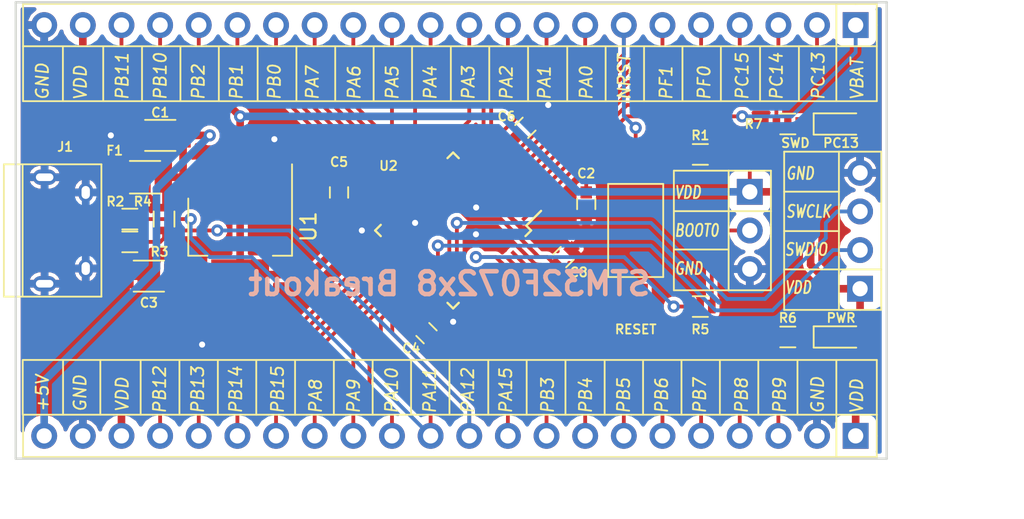
<source format=kicad_pcb>
(kicad_pcb (version 20170123) (host pcbnew "(2017-06-21 revision 54670d6)-master")

  (general
    (links 99)
    (no_connects 0)
    (area 95.328 96.391666 168.000001 135.995001)
    (thickness 1.6)
    (drawings 131)
    (tracks 354)
    (zones 0)
    (modules 25)
    (nets 50)
  )

  (page A4)
  (title_block
    (title "STM32F072x8 Breakout")
    (date 2017-06-16)
    (comment 1 "Ali Teke")
  )

  (layers
    (0 F.Cu signal)
    (31 B.Cu signal)
    (32 B.Adhes user)
    (33 F.Adhes user)
    (34 B.Paste user)
    (35 F.Paste user)
    (36 B.SilkS user)
    (37 F.SilkS user)
    (38 B.Mask user)
    (39 F.Mask user)
    (40 Dwgs.User user)
    (41 Cmts.User user)
    (42 Eco1.User user hide)
    (43 Eco2.User user hide)
    (44 Edge.Cuts user)
    (45 Margin user)
    (46 B.CrtYd user hide)
    (47 F.CrtYd user)
    (48 B.Fab user hide)
    (49 F.Fab user hide)
  )

  (setup
    (last_trace_width 0.25)
    (trace_clearance 0.2)
    (zone_clearance 0.254)
    (zone_45_only yes)
    (trace_min 0.2)
    (segment_width 0.2)
    (edge_width 0.15)
    (via_size 0.8)
    (via_drill 0.4)
    (via_min_size 0.4)
    (via_min_drill 0.3)
    (uvia_size 0.3)
    (uvia_drill 0.1)
    (uvias_allowed no)
    (uvia_min_size 0.2)
    (uvia_min_drill 0.1)
    (pcb_text_width 0.3)
    (pcb_text_size 1.5 1.5)
    (mod_edge_width 0.15)
    (mod_text_size 0.6 0.6)
    (mod_text_width 0.12)
    (pad_size 1.524 1.524)
    (pad_drill 0.762)
    (pad_to_mask_clearance 0.2)
    (aux_axis_origin 0 0)
    (visible_elements FFFFFF7F)
    (pcbplotparams
      (layerselection 0x010fc_ffffffff)
      (usegerberextensions false)
      (excludeedgelayer true)
      (linewidth 0.100000)
      (plotframeref false)
      (viasonmask false)
      (mode 1)
      (useauxorigin false)
      (hpglpennumber 1)
      (hpglpenspeed 20)
      (hpglpendiameter 15)
      (psnegative false)
      (psa4output false)
      (plotreference true)
      (plotvalue true)
      (plotinvisibletext false)
      (padsonsilk false)
      (subtractmaskfromsilk false)
      (outputformat 1)
      (mirror false)
      (drillshape 0)
      (scaleselection 1)
      (outputdirectory gerber))
  )

  (net 0 "")
  (net 1 GND)
  (net 2 VDD)
  (net 3 /PC13)
  (net 4 "Net-(D2-Pad1)")
  (net 5 "Net-(D1-Pad1)")
  (net 6 "Net-(J4-Pad2)")
  (net 7 /BOOT0)
  (net 8 +5V)
  (net 9 /PA12)
  (net 10 "Net-(J1-Pad2)")
  (net 11 /PA11)
  (net 12 "Net-(J1-Pad3)")
  (net 13 /NRST)
  (net 14 /PB11)
  (net 15 /PB10)
  (net 16 /PB2)
  (net 17 /PB1)
  (net 18 /PB0)
  (net 19 /PA7)
  (net 20 /PA6)
  (net 21 /PA5)
  (net 22 /PA4)
  (net 23 /PA3)
  (net 24 /PA2)
  (net 25 /PA1)
  (net 26 /PA0)
  (net 27 /PC15)
  (net 28 /PC14)
  (net 29 /VBAT)
  (net 30 /PB9)
  (net 31 /PB8)
  (net 32 /PB7)
  (net 33 /PB6)
  (net 34 /PB5)
  (net 35 /PB4)
  (net 36 /PB3)
  (net 37 /PA15)
  (net 38 /PA10)
  (net 39 /PA9)
  (net 40 /PA8)
  (net 41 /PB15)
  (net 42 /PB14)
  (net 43 /PB13)
  (net 44 /PB12)
  (net 45 /SYS_SWCLK)
  (net 46 /SYS_SWDIO)
  (net 47 /PF1)
  (net 48 /PF0)
  (net 49 VBUS)

  (net_class Default "This is the default net class."
    (clearance 0.2)
    (trace_width 0.25)
    (via_dia 0.8)
    (via_drill 0.4)
    (uvia_dia 0.3)
    (uvia_drill 0.1)
    (add_net +5V)
    (add_net /BOOT0)
    (add_net /NRST)
    (add_net /PA0)
    (add_net /PA1)
    (add_net /PA10)
    (add_net /PA11)
    (add_net /PA12)
    (add_net /PA15)
    (add_net /PA2)
    (add_net /PA3)
    (add_net /PA4)
    (add_net /PA5)
    (add_net /PA6)
    (add_net /PA7)
    (add_net /PA8)
    (add_net /PA9)
    (add_net /PB0)
    (add_net /PB1)
    (add_net /PB10)
    (add_net /PB11)
    (add_net /PB12)
    (add_net /PB13)
    (add_net /PB14)
    (add_net /PB15)
    (add_net /PB2)
    (add_net /PB3)
    (add_net /PB4)
    (add_net /PB5)
    (add_net /PB6)
    (add_net /PB7)
    (add_net /PB8)
    (add_net /PB9)
    (add_net /PC13)
    (add_net /PC14)
    (add_net /PC15)
    (add_net /PF0)
    (add_net /PF1)
    (add_net /SYS_SWCLK)
    (add_net /SYS_SWDIO)
    (add_net /VBAT)
    (add_net GND)
    (add_net "Net-(D1-Pad1)")
    (add_net "Net-(D2-Pad1)")
    (add_net "Net-(J1-Pad2)")
    (add_net "Net-(J1-Pad3)")
    (add_net "Net-(J4-Pad2)")
    (add_net VBUS)
    (add_net VDD)
  )

  (module TO_SOT_Packages_SMD:SOT-223-3Lead_TabPin2 (layer F.Cu) (tedit 58CE4E7E) (tstamp 595BF5B0)
    (at 112.5 114.75 270)
    (descr "module CMS SOT223 4 pins")
    (tags "CMS SOT")
    (path /5943D34C)
    (attr smd)
    (fp_text reference U1 (at 0 -4.5 270) (layer F.SilkS)
      (effects (font (size 1 1) (thickness 0.15)))
    )
    (fp_text value LM1117-3.3 (at 0 4.5 270) (layer F.Fab)
      (effects (font (size 1 1) (thickness 0.15)))
    )
    (fp_line (start 1.85 -3.35) (end 1.85 3.35) (layer F.Fab) (width 0.1))
    (fp_line (start -1.85 3.35) (end 1.85 3.35) (layer F.Fab) (width 0.1))
    (fp_line (start -4.1 -3.41) (end 1.91 -3.41) (layer F.SilkS) (width 0.12))
    (fp_line (start -0.85 -3.35) (end 1.85 -3.35) (layer F.Fab) (width 0.1))
    (fp_line (start -1.85 3.41) (end 1.91 3.41) (layer F.SilkS) (width 0.12))
    (fp_line (start -1.85 -2.35) (end -1.85 3.35) (layer F.Fab) (width 0.1))
    (fp_line (start -1.85 -2.35) (end -0.85 -3.35) (layer F.Fab) (width 0.1))
    (fp_line (start -4.4 -3.6) (end -4.4 3.6) (layer F.CrtYd) (width 0.05))
    (fp_line (start -4.4 3.6) (end 4.4 3.6) (layer F.CrtYd) (width 0.05))
    (fp_line (start 4.4 3.6) (end 4.4 -3.6) (layer F.CrtYd) (width 0.05))
    (fp_line (start 4.4 -3.6) (end -4.4 -3.6) (layer F.CrtYd) (width 0.05))
    (fp_line (start 1.91 -3.41) (end 1.91 -2.15) (layer F.SilkS) (width 0.12))
    (fp_line (start 1.91 3.41) (end 1.91 2.15) (layer F.SilkS) (width 0.12))
    (fp_text user %R (at 0 0 270) (layer F.Fab)
      (effects (font (size 0.8 0.8) (thickness 0.12)))
    )
    (pad 1 smd rect (at -3.15 -2.3 270) (size 2 1.5) (layers F.Cu F.Paste F.Mask)
      (net 1 GND))
    (pad 3 smd rect (at -3.15 2.3 270) (size 2 1.5) (layers F.Cu F.Paste F.Mask)
      (net 8 +5V))
    (pad 2 smd rect (at -3.15 0 270) (size 2 1.5) (layers F.Cu F.Paste F.Mask)
      (net 2 VDD))
    (pad 2 smd rect (at 3.15 0 270) (size 2 3.8) (layers F.Cu F.Paste F.Mask)
      (net 2 VDD))
    (model ${KISYS3DMOD}/TO_SOT_Packages_SMD.3dshapes/SOT-223.wrl
      (at (xyz 0 0 0))
      (scale (xyz 1 1 1))
      (rotate (xyz 0 0 0))
    )
  )

  (module Connectors:USB_Micro-B (layer F.Cu) (tedit 5543E447) (tstamp 59698D54)
    (at 101 115 270)
    (descr "Micro USB Type B Receptacle")
    (tags "USB USB_B USB_micro USB_OTG")
    (path /594407DA)
    (attr smd)
    (fp_text reference J1 (at -5.5 0) (layer F.SilkS)
      (effects (font (size 0.6 0.6) (thickness 0.12)))
    )
    (fp_text value USB_OTG (at 0 5.01 270) (layer F.Fab)
      (effects (font (size 0.6 0.6) (thickness 0.12)))
    )
    (fp_line (start -4.35 4.03) (end -4.35 -2.38) (layer F.SilkS) (width 0.12))
    (fp_line (start 4.35 2.8) (end -4.35 2.8) (layer F.SilkS) (width 0.12))
    (fp_line (start 4.35 -2.38) (end 4.35 4.03) (layer F.SilkS) (width 0.12))
    (fp_line (start -4.35 -2.38) (end 4.35 -2.38) (layer F.SilkS) (width 0.12))
    (fp_line (start -4.35 4.03) (end 4.35 4.03) (layer F.SilkS) (width 0.12))
    (fp_line (start -4.6 4.26) (end -4.6 -2.59) (layer F.CrtYd) (width 0.05))
    (fp_line (start 4.6 4.26) (end -4.6 4.26) (layer F.CrtYd) (width 0.05))
    (fp_line (start 4.6 -2.59) (end 4.6 4.26) (layer F.CrtYd) (width 0.05))
    (fp_line (start -4.6 -2.59) (end 4.6 -2.59) (layer F.CrtYd) (width 0.05))
    (pad 6 thru_hole oval (at 3.5 1.35) (size 1.55 1) (drill oval 1.15 0.5) (layers *.Cu *.Mask)
      (net 1 GND))
    (pad 6 thru_hole oval (at -3.5 1.35) (size 1.55 1) (drill oval 1.15 0.5) (layers *.Cu *.Mask)
      (net 1 GND))
    (pad 6 thru_hole oval (at 2.5 -1.35) (size 0.95 1.25) (drill oval 0.55 0.85) (layers *.Cu *.Mask)
      (net 1 GND))
    (pad 6 thru_hole oval (at -2.5 -1.35) (size 0.95 1.25) (drill oval 0.55 0.85) (layers *.Cu *.Mask)
      (net 1 GND))
    (pad 5 smd rect (at 1.3 -1.35) (size 1.35 0.4) (layers F.Cu F.Paste F.Mask)
      (net 1 GND))
    (pad 4 smd rect (at 0.65 -1.35) (size 1.35 0.4) (layers F.Cu F.Paste F.Mask)
      (net 1 GND))
    (pad 3 smd rect (at 0 -1.35) (size 1.35 0.4) (layers F.Cu F.Paste F.Mask)
      (net 12 "Net-(J1-Pad3)"))
    (pad 2 smd rect (at -0.65 -1.35) (size 1.35 0.4) (layers F.Cu F.Paste F.Mask)
      (net 10 "Net-(J1-Pad2)"))
    (pad 1 smd rect (at -1.3 -1.35) (size 1.35 0.4) (layers F.Cu F.Paste F.Mask)
      (net 49 VBUS))
  )

  (module Pin_Headers:Pin_Header_Straight_1x22_Pitch2.54mm locked (layer F.Cu) (tedit 5944219C) (tstamp 5971C205)
    (at 152.96 128.5 270)
    (descr "Through hole straight pin header, 1x22, 2.54mm pitch, single row")
    (tags "Through hole pin header THT 1x22 2.54mm single row")
    (path /5944A48C)
    (clearance 0.5)
    (fp_text reference J3 (at 0 -2.39 270) (layer F.SilkS) hide
      (effects (font (size 1 1) (thickness 0.15)))
    )
    (fp_text value CONN_01X22 (at 0 55.73 270) (layer F.Fab)
      (effects (font (size 1 1) (thickness 0.15)))
    )
    (fp_line (start -1.27 -1.27) (end -1.27 54.61) (layer F.Fab) (width 0.1))
    (fp_line (start -1.27 54.61) (end 1.27 54.61) (layer F.Fab) (width 0.1))
    (fp_line (start 1.27 54.61) (end 1.27 -1.27) (layer F.Fab) (width 0.1))
    (fp_line (start 1.27 -1.27) (end -1.27 -1.27) (layer F.Fab) (width 0.1))
    (fp_line (start -1.39 1.27) (end -1.39 54.73) (layer F.SilkS) (width 0.12))
    (fp_line (start -1.39 54.73) (end 1.39 54.73) (layer F.SilkS) (width 0.12))
    (fp_line (start 1.39 54.73) (end 1.39 1.27) (layer F.SilkS) (width 0.12))
    (fp_line (start 1.39 1.27) (end -1.39 1.27) (layer F.SilkS) (width 0.12))
    (fp_line (start -1.39 0) (end -1.39 -1.39) (layer F.SilkS) (width 0.12))
    (fp_line (start -1.39 -1.39) (end 0 -1.39) (layer F.SilkS) (width 0.12))
    (fp_line (start -1.6 -1.6) (end -1.6 54.9) (layer F.CrtYd) (width 0.05))
    (fp_line (start -1.6 54.9) (end 1.6 54.9) (layer F.CrtYd) (width 0.05))
    (fp_line (start 1.6 54.9) (end 1.6 -1.6) (layer F.CrtYd) (width 0.05))
    (fp_line (start 1.6 -1.6) (end -1.6 -1.6) (layer F.CrtYd) (width 0.05))
    (pad 1 thru_hole rect (at 0 0 270) (size 1.7 1.7) (drill 1) (layers *.Cu *.Mask)
      (net 2 VDD))
    (pad 2 thru_hole oval (at 0 2.54 270) (size 1.7 1.7) (drill 1) (layers *.Cu *.Mask)
      (net 1 GND))
    (pad 3 thru_hole oval (at 0 5.08 270) (size 1.7 1.7) (drill 1) (layers *.Cu *.Mask)
      (net 30 /PB9))
    (pad 4 thru_hole oval (at 0 7.62 270) (size 1.7 1.7) (drill 1) (layers *.Cu *.Mask)
      (net 31 /PB8))
    (pad 5 thru_hole oval (at 0 10.16 270) (size 1.7 1.7) (drill 1) (layers *.Cu *.Mask)
      (net 32 /PB7))
    (pad 6 thru_hole oval (at 0 12.7 270) (size 1.7 1.7) (drill 1) (layers *.Cu *.Mask)
      (net 33 /PB6))
    (pad 7 thru_hole oval (at 0 15.24 270) (size 1.7 1.7) (drill 1) (layers *.Cu *.Mask)
      (net 34 /PB5))
    (pad 8 thru_hole oval (at 0 17.78 270) (size 1.7 1.7) (drill 1) (layers *.Cu *.Mask)
      (net 35 /PB4))
    (pad 9 thru_hole oval (at 0 20.32 270) (size 1.7 1.7) (drill 1) (layers *.Cu *.Mask)
      (net 36 /PB3))
    (pad 10 thru_hole oval (at 0 22.86 270) (size 1.7 1.7) (drill 1) (layers *.Cu *.Mask)
      (net 37 /PA15))
    (pad 11 thru_hole oval (at 0 25.4 270) (size 1.7 1.7) (drill 1) (layers *.Cu *.Mask)
      (net 9 /PA12))
    (pad 12 thru_hole oval (at 0 27.94 270) (size 1.7 1.7) (drill 1) (layers *.Cu *.Mask)
      (net 11 /PA11))
    (pad 13 thru_hole oval (at 0 30.48 270) (size 1.7 1.7) (drill 1) (layers *.Cu *.Mask)
      (net 38 /PA10))
    (pad 14 thru_hole oval (at 0 33.02 270) (size 1.7 1.7) (drill 1) (layers *.Cu *.Mask)
      (net 39 /PA9))
    (pad 15 thru_hole oval (at 0 35.56 270) (size 1.7 1.7) (drill 1) (layers *.Cu *.Mask)
      (net 40 /PA8))
    (pad 16 thru_hole oval (at 0 38.1 270) (size 1.7 1.7) (drill 1) (layers *.Cu *.Mask)
      (net 41 /PB15))
    (pad 17 thru_hole oval (at 0 40.64 270) (size 1.7 1.7) (drill 1) (layers *.Cu *.Mask)
      (net 42 /PB14))
    (pad 18 thru_hole oval (at 0 43.18 270) (size 1.7 1.7) (drill 1) (layers *.Cu *.Mask)
      (net 43 /PB13))
    (pad 19 thru_hole oval (at 0 45.72 270) (size 1.7 1.7) (drill 1) (layers *.Cu *.Mask)
      (net 44 /PB12))
    (pad 20 thru_hole oval (at 0 48.26 270) (size 1.7 1.7) (drill 1) (layers *.Cu *.Mask)
      (net 2 VDD))
    (pad 21 thru_hole oval (at 0 50.8 270) (size 1.7 1.7) (drill 1) (layers *.Cu *.Mask)
      (net 1 GND))
    (pad 22 thru_hole oval (at 0 53.34 270) (size 1.7 1.7) (drill 1) (layers *.Cu *.Mask)
      (net 8 +5V))
    (model Pin_Headers.3dshapes/Pin_Header_Straight_1x22_Pitch2.54mm.wrl
      (at (xyz 0 -1.05 0))
      (scale (xyz 1 1 1))
      (rotate (xyz 0 0 90))
    )
  )

  (module Pin_Headers:Pin_Header_Straight_1x22_Pitch2.54mm locked (layer F.Cu) (tedit 594416A4) (tstamp 5971C18F)
    (at 152.96 101.5 270)
    (descr "Through hole straight pin header, 1x22, 2.54mm pitch, single row")
    (tags "Through hole pin header THT 1x22 2.54mm single row")
    (path /5944A057)
    (clearance 0.5)
    (fp_text reference J2 (at 0 -2.39 270) (layer F.SilkS) hide
      (effects (font (size 1 1) (thickness 0.15)))
    )
    (fp_text value CONN_01X22 (at 0 55.73 270) (layer F.Fab)
      (effects (font (size 1 1) (thickness 0.15)))
    )
    (fp_line (start 1.6 -1.6) (end -1.6 -1.6) (layer F.CrtYd) (width 0.05))
    (fp_line (start 1.6 54.9) (end 1.6 -1.6) (layer F.CrtYd) (width 0.05))
    (fp_line (start -1.6 54.9) (end 1.6 54.9) (layer F.CrtYd) (width 0.05))
    (fp_line (start -1.6 -1.6) (end -1.6 54.9) (layer F.CrtYd) (width 0.05))
    (fp_line (start -1.39 -1.39) (end 0 -1.39) (layer F.SilkS) (width 0.12))
    (fp_line (start -1.39 0) (end -1.39 -1.39) (layer F.SilkS) (width 0.12))
    (fp_line (start 1.39 1.27) (end -1.39 1.27) (layer F.SilkS) (width 0.12))
    (fp_line (start 1.39 54.73) (end 1.39 1.27) (layer F.SilkS) (width 0.12))
    (fp_line (start -1.39 54.73) (end 1.39 54.73) (layer F.SilkS) (width 0.12))
    (fp_line (start -1.39 1.27) (end -1.39 54.73) (layer F.SilkS) (width 0.12))
    (fp_line (start 1.27 -1.27) (end -1.27 -1.27) (layer F.Fab) (width 0.1))
    (fp_line (start 1.27 54.61) (end 1.27 -1.27) (layer F.Fab) (width 0.1))
    (fp_line (start -1.27 54.61) (end 1.27 54.61) (layer F.Fab) (width 0.1))
    (fp_line (start -1.27 -1.27) (end -1.27 54.61) (layer F.Fab) (width 0.1))
    (pad 22 thru_hole oval (at 0 53.34 270) (size 1.7 1.7) (drill 1) (layers *.Cu *.Mask)
      (net 1 GND))
    (pad 21 thru_hole oval (at 0 50.8 270) (size 1.7 1.7) (drill 1) (layers *.Cu *.Mask)
      (net 2 VDD))
    (pad 20 thru_hole oval (at 0 48.26 270) (size 1.7 1.7) (drill 1) (layers *.Cu *.Mask)
      (net 14 /PB11))
    (pad 19 thru_hole oval (at 0 45.72 270) (size 1.7 1.7) (drill 1) (layers *.Cu *.Mask)
      (net 15 /PB10))
    (pad 18 thru_hole oval (at 0 43.18 270) (size 1.7 1.7) (drill 1) (layers *.Cu *.Mask)
      (net 16 /PB2))
    (pad 17 thru_hole oval (at 0 40.64 270) (size 1.7 1.7) (drill 1) (layers *.Cu *.Mask)
      (net 17 /PB1))
    (pad 16 thru_hole oval (at 0 38.1 270) (size 1.7 1.7) (drill 1) (layers *.Cu *.Mask)
      (net 18 /PB0))
    (pad 15 thru_hole oval (at 0 35.56 270) (size 1.7 1.7) (drill 1) (layers *.Cu *.Mask)
      (net 19 /PA7))
    (pad 14 thru_hole oval (at 0 33.02 270) (size 1.7 1.7) (drill 1) (layers *.Cu *.Mask)
      (net 20 /PA6))
    (pad 13 thru_hole oval (at 0 30.48 270) (size 1.7 1.7) (drill 1) (layers *.Cu *.Mask)
      (net 21 /PA5))
    (pad 12 thru_hole oval (at 0 27.94 270) (size 1.7 1.7) (drill 1) (layers *.Cu *.Mask)
      (net 22 /PA4))
    (pad 11 thru_hole oval (at 0 25.4 270) (size 1.7 1.7) (drill 1) (layers *.Cu *.Mask)
      (net 23 /PA3))
    (pad 10 thru_hole oval (at 0 22.86 270) (size 1.7 1.7) (drill 1) (layers *.Cu *.Mask)
      (net 24 /PA2))
    (pad 9 thru_hole oval (at 0 20.32 270) (size 1.7 1.7) (drill 1) (layers *.Cu *.Mask)
      (net 25 /PA1))
    (pad 8 thru_hole oval (at 0 17.78 270) (size 1.7 1.7) (drill 1) (layers *.Cu *.Mask)
      (net 26 /PA0))
    (pad 7 thru_hole oval (at 0 15.24 270) (size 1.7 1.7) (drill 1) (layers *.Cu *.Mask)
      (net 13 /NRST))
    (pad 6 thru_hole oval (at 0 12.7 270) (size 1.7 1.7) (drill 1) (layers *.Cu *.Mask)
      (net 47 /PF1))
    (pad 5 thru_hole oval (at 0 10.16 270) (size 1.7 1.7) (drill 1) (layers *.Cu *.Mask)
      (net 48 /PF0))
    (pad 4 thru_hole oval (at 0 7.62 270) (size 1.7 1.7) (drill 1) (layers *.Cu *.Mask)
      (net 27 /PC15))
    (pad 3 thru_hole oval (at 0 5.08 270) (size 1.7 1.7) (drill 1) (layers *.Cu *.Mask)
      (net 28 /PC14))
    (pad 2 thru_hole oval (at 0 2.54 270) (size 1.7 1.7) (drill 1) (layers *.Cu *.Mask)
      (net 3 /PC13))
    (pad 1 thru_hole rect (at 0 0 270) (size 1.7 1.7) (drill 1) (layers *.Cu *.Mask)
      (net 29 /VBAT))
    (model Pin_Headers.3dshapes/Pin_Header_Straight_1x22_Pitch2.54mm.wrl
      (at (xyz 0 -1.05 0))
      (scale (xyz 1 1 1))
      (rotate (xyz 0 0 90))
    )
  )

  (module Buttons_Switches_SMD:SW_SPST_FSMSM (layer F.Cu) (tedit 594430D7) (tstamp 59698F21)
    (at 138.5 115 90)
    (descr http://www.te.com/commerce/DocumentDelivery/DDEController?Action=srchrtrv&DocNm=1437566-3&DocType=Customer+Drawing&DocLang=English)
    (tags "SPST button tactile switch")
    (path /5943CC3D)
    (attr smd)
    (fp_text reference SW1 (at -7 0 180) (layer F.SilkS) hide
      (effects (font (size 0.6 0.6) (thickness 0.12)))
    )
    (fp_text value SW_Push (at 0 3 90) (layer F.Fab)
      (effects (font (size 0.6 0.6) (thickness 0.12)))
    )
    (fp_line (start -5.95 -2) (end 5.95 -2) (layer F.CrtYd) (width 0.05))
    (fp_line (start -5.95 -2) (end -5.95 2) (layer F.CrtYd) (width 0.05))
    (fp_line (start 3 -1.75) (end 3 1.75) (layer F.Fab) (width 0.1))
    (fp_line (start -3 -1.75) (end -3 1.75) (layer F.Fab) (width 0.1))
    (fp_line (start -3 -1.75) (end 3 -1.75) (layer F.Fab) (width 0.1))
    (fp_line (start -3 1.75) (end 3 1.75) (layer F.Fab) (width 0.1))
    (fp_line (start 5.95 -2) (end 5.95 2) (layer F.CrtYd) (width 0.05))
    (fp_line (start -5.95 2) (end 5.95 2) (layer F.CrtYd) (width 0.05))
    (fp_line (start -1.5 -0.8) (end -1.5 0.8) (layer F.Fab) (width 0.1))
    (fp_line (start 1.5 -0.8) (end 1.5 0.8) (layer F.Fab) (width 0.1))
    (fp_line (start -1.5 -0.8) (end 1.5 -0.8) (layer F.Fab) (width 0.1))
    (fp_line (start -1.5 0.8) (end 1.5 0.8) (layer F.Fab) (width 0.1))
    (fp_line (start -3.06 1.81) (end -3.06 -1.81) (layer F.SilkS) (width 0.12))
    (fp_line (start 3.06 1.81) (end -3.06 1.81) (layer F.SilkS) (width 0.12))
    (fp_line (start 3.06 -1.81) (end 3.06 1.81) (layer F.SilkS) (width 0.12))
    (fp_line (start -3.06 -1.81) (end 3.06 -1.81) (layer F.SilkS) (width 0.12))
    (fp_line (start -1.75 1) (end -1.75 -1) (layer F.Fab) (width 0.1))
    (fp_line (start 1.75 1) (end -1.75 1) (layer F.Fab) (width 0.1))
    (fp_line (start 1.75 -1) (end 1.75 1) (layer F.Fab) (width 0.1))
    (fp_line (start -1.75 -1) (end 1.75 -1) (layer F.Fab) (width 0.1))
    (fp_text user %R (at 0 -2.6 90) (layer F.Fab)
      (effects (font (size 1 1) (thickness 0.15)))
    )
    (pad 2 smd rect (at 4.59 0 90) (size 2.18 1.6) (layers F.Cu F.Paste F.Mask)
      (net 13 /NRST))
    (pad 1 smd rect (at -4.59 0 90) (size 2.18 1.6) (layers F.Cu F.Paste F.Mask)
      (net 1 GND))
    (model Buttons_Switches_SMD.3dshapes/SW_SPST_FSMSM.wrl
      (at (xyz 0 0 0))
      (scale (xyz 1 1 1))
      (rotate (xyz 0 0 0))
    )
  )

  (module Capacitors_SMD:C_0603 (layer F.Cu) (tedit 58AA844E) (tstamp 59698EE6)
    (at 135.25 113.25 270)
    (descr "Capacitor SMD 0603, reflow soldering, AVX (see smccp.pdf)")
    (tags "capacitor 0603")
    (path /59438D06)
    (attr smd)
    (fp_text reference C2 (at -2 0) (layer F.SilkS)
      (effects (font (size 0.6 0.6) (thickness 0.12)))
    )
    (fp_text value 100n (at 0 1.5 270) (layer F.Fab)
      (effects (font (size 0.6 0.6) (thickness 0.12)))
    )
    (fp_text user %R (at 0 -1.5 270) (layer F.Fab)
      (effects (font (size 1 1) (thickness 0.15)))
    )
    (fp_line (start -0.8 0.4) (end -0.8 -0.4) (layer F.Fab) (width 0.1))
    (fp_line (start 0.8 0.4) (end -0.8 0.4) (layer F.Fab) (width 0.1))
    (fp_line (start 0.8 -0.4) (end 0.8 0.4) (layer F.Fab) (width 0.1))
    (fp_line (start -0.8 -0.4) (end 0.8 -0.4) (layer F.Fab) (width 0.1))
    (fp_line (start -0.35 -0.6) (end 0.35 -0.6) (layer F.SilkS) (width 0.12))
    (fp_line (start 0.35 0.6) (end -0.35 0.6) (layer F.SilkS) (width 0.12))
    (fp_line (start -1.4 -0.65) (end 1.4 -0.65) (layer F.CrtYd) (width 0.05))
    (fp_line (start -1.4 -0.65) (end -1.4 0.65) (layer F.CrtYd) (width 0.05))
    (fp_line (start 1.4 0.65) (end 1.4 -0.65) (layer F.CrtYd) (width 0.05))
    (fp_line (start 1.4 0.65) (end -1.4 0.65) (layer F.CrtYd) (width 0.05))
    (pad 1 smd rect (at -0.75 0 270) (size 0.8 0.75) (layers F.Cu F.Paste F.Mask)
      (net 13 /NRST))
    (pad 2 smd rect (at 0.75 0 270) (size 0.8 0.75) (layers F.Cu F.Paste F.Mask)
      (net 1 GND))
    (model Capacitors_SMD.3dshapes/C_0603.wrl
      (at (xyz 0 0 0))
      (scale (xyz 1 1 1))
      (rotate (xyz 0 0 0))
    )
  )

  (module Capacitors_SMD:C_0603 (layer F.Cu) (tedit 594636D8) (tstamp 59698EB5)
    (at 124.75 121.75 315)
    (descr "Capacitor SMD 0603, reflow soldering, AVX (see smccp.pdf)")
    (tags "capacitor 0603")
    (path /5943BFD0)
    (attr smd)
    (fp_text reference C4 (at 0 1.414214) (layer F.SilkS)
      (effects (font (size 0.6 0.6) (thickness 0.12)))
    )
    (fp_text value 100n (at 0 1.5 315) (layer F.Fab)
      (effects (font (size 0.6 0.6) (thickness 0.12)))
    )
    (fp_line (start 1.4 0.65) (end -1.4 0.65) (layer F.CrtYd) (width 0.05))
    (fp_line (start 1.4 0.65) (end 1.4 -0.65) (layer F.CrtYd) (width 0.05))
    (fp_line (start -1.4 -0.65) (end -1.4 0.65) (layer F.CrtYd) (width 0.05))
    (fp_line (start -1.4 -0.65) (end 1.4 -0.65) (layer F.CrtYd) (width 0.05))
    (fp_line (start 0.35 0.6) (end -0.35 0.6) (layer F.SilkS) (width 0.12))
    (fp_line (start -0.35 -0.6) (end 0.35 -0.6) (layer F.SilkS) (width 0.12))
    (fp_line (start -0.8 -0.4) (end 0.8 -0.4) (layer F.Fab) (width 0.1))
    (fp_line (start 0.8 -0.4) (end 0.8 0.4) (layer F.Fab) (width 0.1))
    (fp_line (start 0.8 0.4) (end -0.8 0.4) (layer F.Fab) (width 0.1))
    (fp_line (start -0.8 0.4) (end -0.8 -0.4) (layer F.Fab) (width 0.1))
    (fp_text user %R (at 0 -1.5 315) (layer F.Fab)
      (effects (font (size 1 1) (thickness 0.15)))
    )
    (pad 2 smd rect (at 0.75 0 315) (size 0.8 0.75) (layers F.Cu F.Paste F.Mask)
      (net 1 GND))
    (pad 1 smd rect (at -0.75 0 315) (size 0.8 0.75) (layers F.Cu F.Paste F.Mask)
      (net 2 VDD))
    (model Capacitors_SMD.3dshapes/C_0603.wrl
      (at (xyz 0 0 0))
      (scale (xyz 1 1 1))
      (rotate (xyz 0 0 0))
    )
  )

  (module Capacitors_SMD:C_0603 (layer F.Cu) (tedit 58AA844E) (tstamp 59698E84)
    (at 119 112.5 90)
    (descr "Capacitor SMD 0603, reflow soldering, AVX (see smccp.pdf)")
    (tags "capacitor 0603")
    (path /5943C147)
    (attr smd)
    (fp_text reference C5 (at 2 0 180) (layer F.SilkS)
      (effects (font (size 0.6 0.6) (thickness 0.12)))
    )
    (fp_text value 100n (at 0 1.5 90) (layer F.Fab)
      (effects (font (size 0.6 0.6) (thickness 0.12)))
    )
    (fp_text user %R (at 0 -1.5 90) (layer F.Fab)
      (effects (font (size 1 1) (thickness 0.15)))
    )
    (fp_line (start -0.8 0.4) (end -0.8 -0.4) (layer F.Fab) (width 0.1))
    (fp_line (start 0.8 0.4) (end -0.8 0.4) (layer F.Fab) (width 0.1))
    (fp_line (start 0.8 -0.4) (end 0.8 0.4) (layer F.Fab) (width 0.1))
    (fp_line (start -0.8 -0.4) (end 0.8 -0.4) (layer F.Fab) (width 0.1))
    (fp_line (start -0.35 -0.6) (end 0.35 -0.6) (layer F.SilkS) (width 0.12))
    (fp_line (start 0.35 0.6) (end -0.35 0.6) (layer F.SilkS) (width 0.12))
    (fp_line (start -1.4 -0.65) (end 1.4 -0.65) (layer F.CrtYd) (width 0.05))
    (fp_line (start -1.4 -0.65) (end -1.4 0.65) (layer F.CrtYd) (width 0.05))
    (fp_line (start 1.4 0.65) (end 1.4 -0.65) (layer F.CrtYd) (width 0.05))
    (fp_line (start 1.4 0.65) (end -1.4 0.65) (layer F.CrtYd) (width 0.05))
    (pad 1 smd rect (at -0.75 0 90) (size 0.8 0.75) (layers F.Cu F.Paste F.Mask)
      (net 2 VDD))
    (pad 2 smd rect (at 0.75 0 90) (size 0.8 0.75) (layers F.Cu F.Paste F.Mask)
      (net 1 GND))
    (model Capacitors_SMD.3dshapes/C_0603.wrl
      (at (xyz 0 0 0))
      (scale (xyz 1 1 1))
      (rotate (xyz 0 0 0))
    )
  )

  (module Capacitors_SMD:C_0603 (layer F.Cu) (tedit 594424BD) (tstamp 59698E53)
    (at 131.25 108.25 45)
    (descr "Capacitor SMD 0603, reflow soldering, AVX (see smccp.pdf)")
    (tags "capacitor 0603")
    (path /5943C1C1)
    (attr smd)
    (fp_text reference C6 (at -0.34467 -1.40533 180) (layer F.SilkS)
      (effects (font (size 0.6 0.6) (thickness 0.12)))
    )
    (fp_text value 100n (at 0 1.5 45) (layer F.Fab)
      (effects (font (size 0.6 0.6) (thickness 0.12)))
    )
    (fp_text user %R (at 0 -1.5 45) (layer F.Fab)
      (effects (font (size 1 1) (thickness 0.15)))
    )
    (fp_line (start -0.8 0.4) (end -0.8 -0.4) (layer F.Fab) (width 0.1))
    (fp_line (start 0.8 0.4) (end -0.8 0.4) (layer F.Fab) (width 0.1))
    (fp_line (start 0.8 -0.4) (end 0.8 0.4) (layer F.Fab) (width 0.1))
    (fp_line (start -0.8 -0.4) (end 0.8 -0.4) (layer F.Fab) (width 0.1))
    (fp_line (start -0.349999 -0.6) (end 0.349999 -0.6) (layer F.SilkS) (width 0.12))
    (fp_line (start 0.349999 0.6) (end -0.349999 0.6) (layer F.SilkS) (width 0.12))
    (fp_line (start -1.4 -0.65) (end 1.4 -0.65) (layer F.CrtYd) (width 0.05))
    (fp_line (start -1.4 -0.65) (end -1.4 0.65) (layer F.CrtYd) (width 0.05))
    (fp_line (start 1.4 0.65) (end 1.4 -0.65) (layer F.CrtYd) (width 0.05))
    (fp_line (start 1.4 0.65) (end -1.4 0.65) (layer F.CrtYd) (width 0.05))
    (pad 1 smd rect (at -0.75 0 45) (size 0.8 0.75) (layers F.Cu F.Paste F.Mask)
      (net 2 VDD))
    (pad 2 smd rect (at 0.75 0 45) (size 0.8 0.75) (layers F.Cu F.Paste F.Mask)
      (net 1 GND))
    (model Capacitors_SMD.3dshapes/C_0603.wrl
      (at (xyz 0 0 0))
      (scale (xyz 1 1 1))
      (rotate (xyz 0 0 0))
    )
  )

  (module Capacitors_SMD:C_0603 (layer F.Cu) (tedit 594636B6) (tstamp 59698DF1)
    (at 133.75 116.75 45)
    (descr "Capacitor SMD 0603, reflow soldering, AVX (see smccp.pdf)")
    (tags "capacitor 0603")
    (path /5943C8CA)
    (attr smd)
    (fp_text reference C8 (at 0 1.414214 180) (layer F.SilkS)
      (effects (font (size 0.6 0.6) (thickness 0.12)))
    )
    (fp_text value 100n (at 0 1.5 45) (layer F.Fab)
      (effects (font (size 0.6 0.6) (thickness 0.12)))
    )
    (fp_line (start 1.4 0.65) (end -1.4 0.65) (layer F.CrtYd) (width 0.05))
    (fp_line (start 1.4 0.65) (end 1.4 -0.65) (layer F.CrtYd) (width 0.05))
    (fp_line (start -1.4 -0.65) (end -1.4 0.65) (layer F.CrtYd) (width 0.05))
    (fp_line (start -1.4 -0.65) (end 1.4 -0.65) (layer F.CrtYd) (width 0.05))
    (fp_line (start 0.35 0.6) (end -0.35 0.6) (layer F.SilkS) (width 0.12))
    (fp_line (start -0.35 -0.6) (end 0.35 -0.6) (layer F.SilkS) (width 0.12))
    (fp_line (start -0.8 -0.4) (end 0.8 -0.4) (layer F.Fab) (width 0.1))
    (fp_line (start 0.8 -0.4) (end 0.8 0.4) (layer F.Fab) (width 0.1))
    (fp_line (start 0.8 0.4) (end -0.8 0.4) (layer F.Fab) (width 0.1))
    (fp_line (start -0.8 0.4) (end -0.8 -0.4) (layer F.Fab) (width 0.1))
    (fp_text user %R (at 0 -1.5 45) (layer F.Fab)
      (effects (font (size 1 1) (thickness 0.15)))
    )
    (pad 2 smd rect (at 0.75 0 45) (size 0.8 0.75) (layers F.Cu F.Paste F.Mask)
      (net 1 GND))
    (pad 1 smd rect (at -0.75 0 45) (size 0.8 0.75) (layers F.Cu F.Paste F.Mask)
      (net 2 VDD))
    (model Capacitors_SMD.3dshapes/C_0603.wrl
      (at (xyz 0 0 0))
      (scale (xyz 1 1 1))
      (rotate (xyz 0 0 0))
    )
  )

  (module Capacitors_SMD:C_1206 (layer F.Cu) (tedit 58AA84B8) (tstamp 59698DC0)
    (at 107.25 108.75 180)
    (descr "Capacitor SMD 1206, reflow soldering, AVX (see smccp.pdf)")
    (tags "capacitor 1206")
    (path /5943E850)
    (attr smd)
    (fp_text reference C1 (at 0 1.5 180) (layer F.SilkS)
      (effects (font (size 0.6 0.6) (thickness 0.12)))
    )
    (fp_text value 1uF (at 0 2 180) (layer F.Fab)
      (effects (font (size 0.6 0.6) (thickness 0.12)))
    )
    (fp_text user %R (at 0 -1.75 180) (layer F.Fab)
      (effects (font (size 1 1) (thickness 0.15)))
    )
    (fp_line (start -1.6 0.8) (end -1.6 -0.8) (layer F.Fab) (width 0.1))
    (fp_line (start 1.6 0.8) (end -1.6 0.8) (layer F.Fab) (width 0.1))
    (fp_line (start 1.6 -0.8) (end 1.6 0.8) (layer F.Fab) (width 0.1))
    (fp_line (start -1.6 -0.8) (end 1.6 -0.8) (layer F.Fab) (width 0.1))
    (fp_line (start 1 -1.02) (end -1 -1.02) (layer F.SilkS) (width 0.12))
    (fp_line (start -1 1.02) (end 1 1.02) (layer F.SilkS) (width 0.12))
    (fp_line (start -2.25 -1.05) (end 2.25 -1.05) (layer F.CrtYd) (width 0.05))
    (fp_line (start -2.25 -1.05) (end -2.25 1.05) (layer F.CrtYd) (width 0.05))
    (fp_line (start 2.25 1.05) (end 2.25 -1.05) (layer F.CrtYd) (width 0.05))
    (fp_line (start 2.25 1.05) (end -2.25 1.05) (layer F.CrtYd) (width 0.05))
    (pad 1 smd rect (at -1.5 0 180) (size 1 1.6) (layers F.Cu F.Paste F.Mask)
      (net 8 +5V))
    (pad 2 smd rect (at 1.5 0 180) (size 1 1.6) (layers F.Cu F.Paste F.Mask)
      (net 1 GND))
    (model Capacitors_SMD.3dshapes/C_1206.wrl
      (at (xyz 0 0 0))
      (scale (xyz 1 1 1))
      (rotate (xyz 0 0 0))
    )
  )

  (module Capacitors_SMD:C_1206 (layer F.Cu) (tedit 58AA84B8) (tstamp 59698D8F)
    (at 106.5 118 180)
    (descr "Capacitor SMD 1206, reflow soldering, AVX (see smccp.pdf)")
    (tags "capacitor 1206")
    (path /5943EAA0)
    (attr smd)
    (fp_text reference C3 (at 0 -1.75 180) (layer F.SilkS)
      (effects (font (size 0.6 0.6) (thickness 0.12)))
    )
    (fp_text value 10uF (at 0 2 180) (layer F.Fab)
      (effects (font (size 0.6 0.6) (thickness 0.12)))
    )
    (fp_line (start 2.25 1.05) (end -2.25 1.05) (layer F.CrtYd) (width 0.05))
    (fp_line (start 2.25 1.05) (end 2.25 -1.05) (layer F.CrtYd) (width 0.05))
    (fp_line (start -2.25 -1.05) (end -2.25 1.05) (layer F.CrtYd) (width 0.05))
    (fp_line (start -2.25 -1.05) (end 2.25 -1.05) (layer F.CrtYd) (width 0.05))
    (fp_line (start -1 1.02) (end 1 1.02) (layer F.SilkS) (width 0.12))
    (fp_line (start 1 -1.02) (end -1 -1.02) (layer F.SilkS) (width 0.12))
    (fp_line (start -1.6 -0.8) (end 1.6 -0.8) (layer F.Fab) (width 0.1))
    (fp_line (start 1.6 -0.8) (end 1.6 0.8) (layer F.Fab) (width 0.1))
    (fp_line (start 1.6 0.8) (end -1.6 0.8) (layer F.Fab) (width 0.1))
    (fp_line (start -1.6 0.8) (end -1.6 -0.8) (layer F.Fab) (width 0.1))
    (fp_text user %R (at 0 -1.75 180) (layer F.Fab)
      (effects (font (size 1 1) (thickness 0.15)))
    )
    (pad 2 smd rect (at 1.5 0 180) (size 1 1.6) (layers F.Cu F.Paste F.Mask)
      (net 1 GND))
    (pad 1 smd rect (at -1.5 0 180) (size 1 1.6) (layers F.Cu F.Paste F.Mask)
      (net 2 VDD))
    (model Capacitors_SMD.3dshapes/C_1206.wrl
      (at (xyz 0 0 0))
      (scale (xyz 1 1 1))
      (rotate (xyz 0 0 0))
    )
  )

  (module Fuse_Holders_and_Fuses:Fuse_SMD1206_Reflow (layer F.Cu) (tedit 0) (tstamp 59698D20)
    (at 106.25 111.5 180)
    (descr "Fuse, Sicherung, SMD1206, Littlefuse-Wickmann, Reflow,")
    (tags "Fuse Sicherung SMD1206 Littlefuse-Wickmann Reflow ")
    (path /5943D720)
    (attr smd)
    (fp_text reference F1 (at 2 1.75 180) (layer F.SilkS)
      (effects (font (size 0.6 0.6) (thickness 0.12)))
    )
    (fp_text value Polyfuse (at -0.45 3.2 180) (layer F.Fab)
      (effects (font (size 0.6 0.6) (thickness 0.12)))
    )
    (fp_line (start 2.47 1.05) (end -2.47 1.05) (layer F.CrtYd) (width 0.05))
    (fp_line (start 2.47 1.05) (end 2.47 -1.05) (layer F.CrtYd) (width 0.05))
    (fp_line (start -2.47 -1.05) (end -2.47 1.05) (layer F.CrtYd) (width 0.05))
    (fp_line (start -2.47 -1.05) (end 2.47 -1.05) (layer F.CrtYd) (width 0.05))
    (fp_line (start -1 -1.07) (end 1 -1.07) (layer F.SilkS) (width 0.12))
    (fp_line (start 1 1.07) (end -1 1.07) (layer F.SilkS) (width 0.12))
    (fp_line (start -1.6 -0.8) (end 1.6 -0.8) (layer F.Fab) (width 0.1))
    (fp_line (start 1.6 -0.8) (end 1.6 0.8) (layer F.Fab) (width 0.1))
    (fp_line (start 1.6 0.8) (end -1.6 0.8) (layer F.Fab) (width 0.1))
    (fp_line (start -1.6 0.8) (end -1.6 -0.8) (layer F.Fab) (width 0.1))
    (pad 2 smd rect (at 1.2 0 270) (size 2.03 1.14) (layers F.Cu F.Paste F.Mask)
      (net 49 VBUS))
    (pad 1 smd rect (at -1.2 0 270) (size 2.03 1.14) (layers F.Cu F.Paste F.Mask)
      (net 8 +5V))
  )

  (module Housings_QFP:LQFP-48_7x7mm_Pitch0.5mm locked (layer F.Cu) (tedit 59440C06) (tstamp 59698C84)
    (at 126.5 115 225)
    (descr "48 LEAD LQFP 7x7mm (see MICREL LQFP7x7-48LD-PL-1.pdf)")
    (tags "QFP 0.5")
    (path /59438C9E)
    (attr smd)
    (fp_text reference U2 (at 0 6.010408) (layer F.SilkS)
      (effects (font (size 0.6 0.6) (thickness 0.12)))
    )
    (fp_text value STM32F072C8Tx (at 0 6 225) (layer F.Fab)
      (effects (font (size 0.6 0.6) (thickness 0.12)))
    )
    (fp_line (start -3.625 -3.175) (end -5 -3.175) (layer F.SilkS) (width 0.15))
    (fp_line (start 3.625 -3.625) (end 3.1 -3.625) (layer F.SilkS) (width 0.15))
    (fp_line (start 3.625 3.625) (end 3.1 3.625) (layer F.SilkS) (width 0.15))
    (fp_line (start -3.625 3.625) (end -3.1 3.625) (layer F.SilkS) (width 0.15))
    (fp_line (start -3.625 -3.625) (end -3.1 -3.625) (layer F.SilkS) (width 0.15))
    (fp_line (start -3.625 3.625) (end -3.625 3.1) (layer F.SilkS) (width 0.15))
    (fp_line (start 3.625 3.625) (end 3.625 3.1) (layer F.SilkS) (width 0.15))
    (fp_line (start 3.625 -3.625) (end 3.625 -3.1) (layer F.SilkS) (width 0.15))
    (fp_line (start -3.625 -3.625) (end -3.625 -3.175) (layer F.SilkS) (width 0.15))
    (fp_line (start -5.25 5.25) (end 5.25 5.25) (layer F.CrtYd) (width 0.05))
    (fp_line (start -5.25 -5.25) (end 5.25 -5.25) (layer F.CrtYd) (width 0.05))
    (fp_line (start 5.25 -5.25) (end 5.25 5.25) (layer F.CrtYd) (width 0.05))
    (fp_line (start -5.25 -5.25) (end -5.25 5.25) (layer F.CrtYd) (width 0.05))
    (fp_line (start -3.5 -2.5) (end -2.5 -3.5) (layer F.Fab) (width 0.15))
    (fp_line (start -3.5 3.5) (end -3.5 -2.5) (layer F.Fab) (width 0.15))
    (fp_line (start 3.5 3.5) (end -3.5 3.5) (layer F.Fab) (width 0.15))
    (fp_line (start 3.5 -3.5) (end 3.5 3.5) (layer F.Fab) (width 0.15))
    (fp_line (start -2.5 -3.5) (end 3.5 -3.5) (layer F.Fab) (width 0.15))
    (fp_text user %R (at 0 0 315) (layer F.Fab)
      (effects (font (size 1 1) (thickness 0.15)))
    )
    (pad 48 smd rect (at -2.75 -4.35 315) (size 1.3 0.25) (layers F.Cu F.Paste F.Mask)
      (net 2 VDD))
    (pad 47 smd rect (at -2.25 -4.35 315) (size 1.3 0.25) (layers F.Cu F.Paste F.Mask)
      (net 1 GND))
    (pad 46 smd rect (at -1.749999 -4.35 315) (size 1.3 0.25) (layers F.Cu F.Paste F.Mask)
      (net 30 /PB9))
    (pad 45 smd rect (at -1.25 -4.35 315) (size 1.3 0.25) (layers F.Cu F.Paste F.Mask)
      (net 31 /PB8))
    (pad 44 smd rect (at -0.750001 -4.35 315) (size 1.3 0.25) (layers F.Cu F.Paste F.Mask)
      (net 7 /BOOT0))
    (pad 43 smd rect (at -0.25 -4.35 315) (size 1.3 0.25) (layers F.Cu F.Paste F.Mask)
      (net 32 /PB7))
    (pad 42 smd rect (at 0.25 -4.35 315) (size 1.3 0.25) (layers F.Cu F.Paste F.Mask)
      (net 33 /PB6))
    (pad 41 smd rect (at 0.750001 -4.35 315) (size 1.3 0.25) (layers F.Cu F.Paste F.Mask)
      (net 34 /PB5))
    (pad 40 smd rect (at 1.25 -4.35 315) (size 1.3 0.25) (layers F.Cu F.Paste F.Mask)
      (net 35 /PB4))
    (pad 39 smd rect (at 1.749999 -4.35 315) (size 1.3 0.25) (layers F.Cu F.Paste F.Mask)
      (net 36 /PB3))
    (pad 38 smd rect (at 2.25 -4.35 315) (size 1.3 0.25) (layers F.Cu F.Paste F.Mask)
      (net 37 /PA15))
    (pad 37 smd rect (at 2.75 -4.35 315) (size 1.3 0.25) (layers F.Cu F.Paste F.Mask)
      (net 45 /SYS_SWCLK))
    (pad 36 smd rect (at 4.35 -2.75 225) (size 1.3 0.25) (layers F.Cu F.Paste F.Mask)
      (net 2 VDD))
    (pad 35 smd rect (at 4.35 -2.25 225) (size 1.3 0.25) (layers F.Cu F.Paste F.Mask)
      (net 1 GND))
    (pad 34 smd rect (at 4.35 -1.749999 225) (size 1.3 0.25) (layers F.Cu F.Paste F.Mask)
      (net 46 /SYS_SWDIO))
    (pad 33 smd rect (at 4.35 -1.25 225) (size 1.3 0.25) (layers F.Cu F.Paste F.Mask)
      (net 9 /PA12))
    (pad 32 smd rect (at 4.35 -0.750001 225) (size 1.3 0.25) (layers F.Cu F.Paste F.Mask)
      (net 11 /PA11))
    (pad 31 smd rect (at 4.35 -0.25 225) (size 1.3 0.25) (layers F.Cu F.Paste F.Mask)
      (net 38 /PA10))
    (pad 30 smd rect (at 4.35 0.25 225) (size 1.3 0.25) (layers F.Cu F.Paste F.Mask)
      (net 39 /PA9))
    (pad 29 smd rect (at 4.35 0.750001 225) (size 1.3 0.25) (layers F.Cu F.Paste F.Mask)
      (net 40 /PA8))
    (pad 28 smd rect (at 4.35 1.25 225) (size 1.3 0.25) (layers F.Cu F.Paste F.Mask)
      (net 41 /PB15))
    (pad 27 smd rect (at 4.35 1.749999 225) (size 1.3 0.25) (layers F.Cu F.Paste F.Mask)
      (net 42 /PB14))
    (pad 26 smd rect (at 4.35 2.25 225) (size 1.3 0.25) (layers F.Cu F.Paste F.Mask)
      (net 43 /PB13))
    (pad 25 smd rect (at 4.35 2.75 225) (size 1.3 0.25) (layers F.Cu F.Paste F.Mask)
      (net 44 /PB12))
    (pad 24 smd rect (at 2.75 4.35 315) (size 1.3 0.25) (layers F.Cu F.Paste F.Mask)
      (net 2 VDD))
    (pad 23 smd rect (at 2.25 4.35 315) (size 1.3 0.25) (layers F.Cu F.Paste F.Mask)
      (net 1 GND))
    (pad 22 smd rect (at 1.749999 4.35 315) (size 1.3 0.25) (layers F.Cu F.Paste F.Mask)
      (net 14 /PB11))
    (pad 21 smd rect (at 1.25 4.35 315) (size 1.3 0.25) (layers F.Cu F.Paste F.Mask)
      (net 15 /PB10))
    (pad 20 smd rect (at 0.750001 4.35 315) (size 1.3 0.25) (layers F.Cu F.Paste F.Mask)
      (net 16 /PB2))
    (pad 19 smd rect (at 0.25 4.35 315) (size 1.3 0.25) (layers F.Cu F.Paste F.Mask)
      (net 17 /PB1))
    (pad 18 smd rect (at -0.25 4.35 315) (size 1.3 0.25) (layers F.Cu F.Paste F.Mask)
      (net 18 /PB0))
    (pad 17 smd rect (at -0.750001 4.35 315) (size 1.3 0.25) (layers F.Cu F.Paste F.Mask)
      (net 19 /PA7))
    (pad 16 smd rect (at -1.25 4.35 315) (size 1.3 0.25) (layers F.Cu F.Paste F.Mask)
      (net 20 /PA6))
    (pad 15 smd rect (at -1.749999 4.35 315) (size 1.3 0.25) (layers F.Cu F.Paste F.Mask)
      (net 21 /PA5))
    (pad 14 smd rect (at -2.25 4.35 315) (size 1.3 0.25) (layers F.Cu F.Paste F.Mask)
      (net 22 /PA4))
    (pad 13 smd rect (at -2.75 4.35 315) (size 1.3 0.25) (layers F.Cu F.Paste F.Mask)
      (net 23 /PA3))
    (pad 12 smd rect (at -4.35 2.75 225) (size 1.3 0.25) (layers F.Cu F.Paste F.Mask)
      (net 24 /PA2))
    (pad 11 smd rect (at -4.35 2.25 225) (size 1.3 0.25) (layers F.Cu F.Paste F.Mask)
      (net 25 /PA1))
    (pad 10 smd rect (at -4.35 1.749999 225) (size 1.3 0.25) (layers F.Cu F.Paste F.Mask)
      (net 26 /PA0))
    (pad 9 smd rect (at -4.35 1.25 225) (size 1.3 0.25) (layers F.Cu F.Paste F.Mask)
      (net 2 VDD))
    (pad 8 smd rect (at -4.35 0.750001 225) (size 1.3 0.25) (layers F.Cu F.Paste F.Mask)
      (net 1 GND))
    (pad 7 smd rect (at -4.35 0.25 225) (size 1.3 0.25) (layers F.Cu F.Paste F.Mask)
      (net 13 /NRST))
    (pad 6 smd rect (at -4.35 -0.25 225) (size 1.3 0.25) (layers F.Cu F.Paste F.Mask)
      (net 47 /PF1))
    (pad 5 smd rect (at -4.35 -0.750001 225) (size 1.3 0.25) (layers F.Cu F.Paste F.Mask)
      (net 48 /PF0))
    (pad 4 smd rect (at -4.35 -1.25 225) (size 1.3 0.25) (layers F.Cu F.Paste F.Mask)
      (net 27 /PC15))
    (pad 3 smd rect (at -4.35 -1.749999 225) (size 1.3 0.25) (layers F.Cu F.Paste F.Mask)
      (net 28 /PC14))
    (pad 2 smd rect (at -4.35 -2.25 225) (size 1.3 0.25) (layers F.Cu F.Paste F.Mask)
      (net 3 /PC13))
    (pad 1 smd rect (at -4.35 -2.75 225) (size 1.3 0.25) (layers F.Cu F.Paste F.Mask)
      (net 29 /VBAT))
    (model Housings_QFP.3dshapes/LQFP-48_7x7mm_Pitch0.5mm.wrl
      (at (xyz 0 0 0))
      (scale (xyz 1 1 1))
      (rotate (xyz 0 0 0))
    )
  )

  (module LEDs:LED_0805 (layer F.Cu) (tedit 59443188) (tstamp 59698C15)
    (at 152 122)
    (descr "LED 0805 smd package")
    (tags "LED led 0805 SMD smd SMT smt smdled SMDLED smtled SMTLED")
    (path /5943F195)
    (attr smd)
    (fp_text reference D1 (at -1 -1.25) (layer F.SilkS) hide
      (effects (font (size 0.6 0.6) (thickness 0.12)))
    )
    (fp_text value LED (at 0 1.55) (layer F.Fab)
      (effects (font (size 0.6 0.6) (thickness 0.12)))
    )
    (fp_line (start -1.8 -0.7) (end -1.8 0.7) (layer F.SilkS) (width 0.12))
    (fp_line (start -0.4 -0.4) (end -0.4 0.4) (layer F.Fab) (width 0.1))
    (fp_line (start -0.4 0) (end 0.2 -0.4) (layer F.Fab) (width 0.1))
    (fp_line (start 0.2 0.4) (end -0.4 0) (layer F.Fab) (width 0.1))
    (fp_line (start 0.2 -0.4) (end 0.2 0.4) (layer F.Fab) (width 0.1))
    (fp_line (start 1 0.6) (end -1 0.6) (layer F.Fab) (width 0.1))
    (fp_line (start 1 -0.6) (end 1 0.6) (layer F.Fab) (width 0.1))
    (fp_line (start -1 -0.6) (end 1 -0.6) (layer F.Fab) (width 0.1))
    (fp_line (start -1 0.6) (end -1 -0.6) (layer F.Fab) (width 0.1))
    (fp_line (start -1.8 0.7) (end 1 0.7) (layer F.SilkS) (width 0.12))
    (fp_line (start -1.8 -0.7) (end 1 -0.7) (layer F.SilkS) (width 0.12))
    (fp_line (start 1.95 -0.85) (end 1.95 0.85) (layer F.CrtYd) (width 0.05))
    (fp_line (start 1.95 0.85) (end -1.95 0.85) (layer F.CrtYd) (width 0.05))
    (fp_line (start -1.95 0.85) (end -1.95 -0.85) (layer F.CrtYd) (width 0.05))
    (fp_line (start -1.95 -0.85) (end 1.95 -0.85) (layer F.CrtYd) (width 0.05))
    (pad 2 smd rect (at 1.1 0 180) (size 1.2 1.2) (layers F.Cu F.Paste F.Mask)
      (net 2 VDD))
    (pad 1 smd rect (at -1.1 0 180) (size 1.2 1.2) (layers F.Cu F.Paste F.Mask)
      (net 5 "Net-(D1-Pad1)"))
    (model LEDs.3dshapes/LED_0805.wrl
      (at (xyz 0 0 0))
      (scale (xyz 1 1 1))
      (rotate (xyz 0 0 180))
    )
  )

  (module LEDs:LED_0805 (layer F.Cu) (tedit 59443164) (tstamp 59698BD8)
    (at 152 108)
    (descr "LED 0805 smd package")
    (tags "LED led 0805 SMD smd SMT smt smdled SMDLED smtled SMTLED")
    (path /5943F7EA)
    (attr smd)
    (fp_text reference D2 (at 0 1.25) (layer F.SilkS) hide
      (effects (font (size 0.6 0.6) (thickness 0.12)))
    )
    (fp_text value LED (at 0 1.55) (layer F.Fab)
      (effects (font (size 0.6 0.6) (thickness 0.12)))
    )
    (fp_line (start -1.95 -0.85) (end 1.95 -0.85) (layer F.CrtYd) (width 0.05))
    (fp_line (start -1.95 0.85) (end -1.95 -0.85) (layer F.CrtYd) (width 0.05))
    (fp_line (start 1.95 0.85) (end -1.95 0.85) (layer F.CrtYd) (width 0.05))
    (fp_line (start 1.95 -0.85) (end 1.95 0.85) (layer F.CrtYd) (width 0.05))
    (fp_line (start -1.8 -0.7) (end 1 -0.7) (layer F.SilkS) (width 0.12))
    (fp_line (start -1.8 0.7) (end 1 0.7) (layer F.SilkS) (width 0.12))
    (fp_line (start -1 0.6) (end -1 -0.6) (layer F.Fab) (width 0.1))
    (fp_line (start -1 -0.6) (end 1 -0.6) (layer F.Fab) (width 0.1))
    (fp_line (start 1 -0.6) (end 1 0.6) (layer F.Fab) (width 0.1))
    (fp_line (start 1 0.6) (end -1 0.6) (layer F.Fab) (width 0.1))
    (fp_line (start 0.2 -0.4) (end 0.2 0.4) (layer F.Fab) (width 0.1))
    (fp_line (start 0.2 0.4) (end -0.4 0) (layer F.Fab) (width 0.1))
    (fp_line (start -0.4 0) (end 0.2 -0.4) (layer F.Fab) (width 0.1))
    (fp_line (start -0.4 -0.4) (end -0.4 0.4) (layer F.Fab) (width 0.1))
    (fp_line (start -1.8 -0.7) (end -1.8 0.7) (layer F.SilkS) (width 0.12))
    (pad 1 smd rect (at -1.1 0 180) (size 1.2 1.2) (layers F.Cu F.Paste F.Mask)
      (net 4 "Net-(D2-Pad1)"))
    (pad 2 smd rect (at 1.1 0 180) (size 1.2 1.2) (layers F.Cu F.Paste F.Mask)
      (net 2 VDD))
    (model LEDs.3dshapes/LED_0805.wrl
      (at (xyz 0 0 0))
      (scale (xyz 1 1 1))
      (rotate (xyz 0 0 180))
    )
  )

  (module Pin_Headers:Pin_Header_Straight_1x03_Pitch2.54mm (layer F.Cu) (tedit 59443108) (tstamp 59698B9B)
    (at 146 112.46)
    (descr "Through hole straight pin header, 1x03, 2.54mm pitch, single row")
    (tags "Through hole pin header THT 1x03 2.54mm single row")
    (path /59439225)
    (clearance 0.5)
    (fp_text reference J4 (at 0 -2.39) (layer F.SilkS) hide
      (effects (font (size 0.6 0.6) (thickness 0.12)))
    )
    (fp_text value CONN_01X03 (at 0 7.47) (layer F.Fab)
      (effects (font (size 0.6 0.6) (thickness 0.12)))
    )
    (fp_line (start 1.6 -1.6) (end -1.6 -1.6) (layer F.CrtYd) (width 0.05))
    (fp_line (start 1.6 6.6) (end 1.6 -1.6) (layer F.CrtYd) (width 0.05))
    (fp_line (start -1.6 6.6) (end 1.6 6.6) (layer F.CrtYd) (width 0.05))
    (fp_line (start -1.6 -1.6) (end -1.6 6.6) (layer F.CrtYd) (width 0.05))
    (fp_line (start -1.39 -1.39) (end 0 -1.39) (layer F.SilkS) (width 0.12))
    (fp_line (start -1.39 0) (end -1.39 -1.39) (layer F.SilkS) (width 0.12))
    (fp_line (start 1.39 1.27) (end -1.39 1.27) (layer F.SilkS) (width 0.12))
    (fp_line (start 1.39 6.47) (end 1.39 1.27) (layer F.SilkS) (width 0.12))
    (fp_line (start -1.39 6.47) (end 1.39 6.47) (layer F.SilkS) (width 0.12))
    (fp_line (start -1.39 1.27) (end -1.39 6.47) (layer F.SilkS) (width 0.12))
    (fp_line (start 1.27 -1.27) (end -1.27 -1.27) (layer F.Fab) (width 0.1))
    (fp_line (start 1.27 6.35) (end 1.27 -1.27) (layer F.Fab) (width 0.1))
    (fp_line (start -1.27 6.35) (end 1.27 6.35) (layer F.Fab) (width 0.1))
    (fp_line (start -1.27 -1.27) (end -1.27 6.35) (layer F.Fab) (width 0.1))
    (pad 3 thru_hole oval (at 0 5.08) (size 1.7 1.7) (drill 1) (layers *.Cu *.Mask)
      (net 1 GND))
    (pad 2 thru_hole oval (at 0 2.54) (size 1.7 1.7) (drill 1) (layers *.Cu *.Mask)
      (net 6 "Net-(J4-Pad2)"))
    (pad 1 thru_hole rect (at 0 0) (size 1.7 1.7) (drill 1) (layers *.Cu *.Mask)
      (net 2 VDD))
    (model Pin_Headers.3dshapes/Pin_Header_Straight_1x03_Pitch2.54mm.wrl
      (at (xyz 0 -0.1 0))
      (scale (xyz 1 1 1))
      (rotate (xyz 0 0 90))
    )
  )

  (module Pin_Headers:Pin_Header_Straight_1x04_Pitch2.54mm locked (layer F.Cu) (tedit 59443132) (tstamp 59698B5C)
    (at 153.25 118.83 180)
    (descr "Through hole straight pin header, 1x04, 2.54mm pitch, single row")
    (tags "Through hole pin header THT 1x04 2.54mm single row")
    (path /5943BA78)
    (clearance 0.5)
    (fp_text reference J5 (at 3.25 9.58 180) (layer F.SilkS) hide
      (effects (font (size 0.6 0.6) (thickness 0.12)))
    )
    (fp_text value CONN_01X04 (at 0 10.01 180) (layer F.Fab)
      (effects (font (size 0.6 0.6) (thickness 0.12)))
    )
    (fp_line (start 1.6 -1.6) (end -1.6 -1.6) (layer F.CrtYd) (width 0.05))
    (fp_line (start 1.6 9.2) (end 1.6 -1.6) (layer F.CrtYd) (width 0.05))
    (fp_line (start -1.6 9.2) (end 1.6 9.2) (layer F.CrtYd) (width 0.05))
    (fp_line (start -1.6 -1.6) (end -1.6 9.2) (layer F.CrtYd) (width 0.05))
    (fp_line (start -1.39 -1.39) (end 0 -1.39) (layer F.SilkS) (width 0.12))
    (fp_line (start -1.39 0) (end -1.39 -1.39) (layer F.SilkS) (width 0.12))
    (fp_line (start 1.39 1.27) (end -1.39 1.27) (layer F.SilkS) (width 0.12))
    (fp_line (start 1.39 9.01) (end 1.39 1.27) (layer F.SilkS) (width 0.12))
    (fp_line (start -1.39 9.01) (end 1.39 9.01) (layer F.SilkS) (width 0.12))
    (fp_line (start -1.39 1.27) (end -1.39 9.01) (layer F.SilkS) (width 0.12))
    (fp_line (start 1.27 -1.27) (end -1.27 -1.27) (layer F.Fab) (width 0.1))
    (fp_line (start 1.27 8.89) (end 1.27 -1.27) (layer F.Fab) (width 0.1))
    (fp_line (start -1.27 8.89) (end 1.27 8.89) (layer F.Fab) (width 0.1))
    (fp_line (start -1.27 -1.27) (end -1.27 8.89) (layer F.Fab) (width 0.1))
    (pad 4 thru_hole oval (at 0 7.62 180) (size 1.7 1.7) (drill 1) (layers *.Cu *.Mask)
      (net 1 GND))
    (pad 3 thru_hole oval (at 0 5.08 180) (size 1.7 1.7) (drill 1) (layers *.Cu *.Mask)
      (net 45 /SYS_SWCLK))
    (pad 2 thru_hole oval (at 0 2.54 180) (size 1.7 1.7) (drill 1) (layers *.Cu *.Mask)
      (net 46 /SYS_SWDIO))
    (pad 1 thru_hole rect (at 0 0 180) (size 1.7 1.7) (drill 1) (layers *.Cu *.Mask)
      (net 2 VDD))
    (model Pin_Headers.3dshapes/Pin_Header_Straight_1x04_Pitch2.54mm.wrl
      (at (xyz 0 -0.15 0))
      (scale (xyz 1 1 1))
      (rotate (xyz 0 0 90))
    )
  )

  (module Resistors_SMD:R_0603 (layer F.Cu) (tedit 58AAD9CA) (tstamp 59698A46)
    (at 142.75 110 180)
    (descr "Resistor SMD 0603, reflow soldering, Vishay (see dcrcw.pdf)")
    (tags "resistor 0603")
    (path /59438FE0)
    (attr smd)
    (fp_text reference R1 (at 0 1.25 180) (layer F.SilkS)
      (effects (font (size 0.6 0.6) (thickness 0.12)))
    )
    (fp_text value 10K (at 0 1.5 180) (layer F.Fab)
      (effects (font (size 0.6 0.6) (thickness 0.12)))
    )
    (fp_line (start 1.25 0.7) (end -1.25 0.7) (layer F.CrtYd) (width 0.05))
    (fp_line (start 1.25 0.7) (end 1.25 -0.7) (layer F.CrtYd) (width 0.05))
    (fp_line (start -1.25 -0.7) (end -1.25 0.7) (layer F.CrtYd) (width 0.05))
    (fp_line (start -1.25 -0.7) (end 1.25 -0.7) (layer F.CrtYd) (width 0.05))
    (fp_line (start -0.5 -0.68) (end 0.5 -0.68) (layer F.SilkS) (width 0.12))
    (fp_line (start 0.5 0.68) (end -0.5 0.68) (layer F.SilkS) (width 0.12))
    (fp_line (start -0.8 -0.4) (end 0.8 -0.4) (layer F.Fab) (width 0.1))
    (fp_line (start 0.8 -0.4) (end 0.8 0.4) (layer F.Fab) (width 0.1))
    (fp_line (start 0.8 0.4) (end -0.8 0.4) (layer F.Fab) (width 0.1))
    (fp_line (start -0.8 0.4) (end -0.8 -0.4) (layer F.Fab) (width 0.1))
    (fp_text user %R (at 0 -1.45 180) (layer F.Fab)
      (effects (font (size 1 1) (thickness 0.15)))
    )
    (pad 2 smd rect (at 0.75 0 180) (size 0.5 0.9) (layers F.Cu F.Paste F.Mask)
      (net 13 /NRST))
    (pad 1 smd rect (at -0.75 0 180) (size 0.5 0.9) (layers F.Cu F.Paste F.Mask)
      (net 2 VDD))
    (model Resistors_SMD.3dshapes/R_0603.wrl
      (at (xyz 0 0 0))
      (scale (xyz 1 1 1))
      (rotate (xyz 0 0 0))
    )
  )

  (module Resistors_SMD:R_0603 (layer F.Cu) (tedit 58AAD9CA) (tstamp 59698A15)
    (at 105.25 115.75 180)
    (descr "Resistor SMD 0603, reflow soldering, Vishay (see dcrcw.pdf)")
    (tags "resistor 0603")
    (path /594415F5)
    (attr smd)
    (fp_text reference R2 (at 0.95 2.65 180) (layer F.SilkS)
      (effects (font (size 0.6 0.6) (thickness 0.12)))
    )
    (fp_text value 20R (at 0 1.5 180) (layer F.Fab)
      (effects (font (size 0.6 0.6) (thickness 0.12)))
    )
    (fp_text user %R (at 0 -1.45 180) (layer F.Fab)
      (effects (font (size 1 1) (thickness 0.15)))
    )
    (fp_line (start -0.8 0.4) (end -0.8 -0.4) (layer F.Fab) (width 0.1))
    (fp_line (start 0.8 0.4) (end -0.8 0.4) (layer F.Fab) (width 0.1))
    (fp_line (start 0.8 -0.4) (end 0.8 0.4) (layer F.Fab) (width 0.1))
    (fp_line (start -0.8 -0.4) (end 0.8 -0.4) (layer F.Fab) (width 0.1))
    (fp_line (start 0.5 0.68) (end -0.5 0.68) (layer F.SilkS) (width 0.12))
    (fp_line (start -0.5 -0.68) (end 0.5 -0.68) (layer F.SilkS) (width 0.12))
    (fp_line (start -1.25 -0.7) (end 1.25 -0.7) (layer F.CrtYd) (width 0.05))
    (fp_line (start -1.25 -0.7) (end -1.25 0.7) (layer F.CrtYd) (width 0.05))
    (fp_line (start 1.25 0.7) (end 1.25 -0.7) (layer F.CrtYd) (width 0.05))
    (fp_line (start 1.25 0.7) (end -1.25 0.7) (layer F.CrtYd) (width 0.05))
    (pad 1 smd rect (at -0.75 0 180) (size 0.5 0.9) (layers F.Cu F.Paste F.Mask)
      (net 9 /PA12))
    (pad 2 smd rect (at 0.75 0 180) (size 0.5 0.9) (layers F.Cu F.Paste F.Mask)
      (net 12 "Net-(J1-Pad3)"))
    (model Resistors_SMD.3dshapes/R_0603.wrl
      (at (xyz 0 0 0))
      (scale (xyz 1 1 1))
      (rotate (xyz 0 0 0))
    )
  )

  (module Resistors_SMD:R_0603 (layer F.Cu) (tedit 58AAD9CA) (tstamp 596989E4)
    (at 105.25 114.25 180)
    (descr "Resistor SMD 0603, reflow soldering, Vishay (see dcrcw.pdf)")
    (tags "resistor 0603")
    (path /59441DD3)
    (attr smd)
    (fp_text reference R3 (at -1.95 -2.15 180) (layer F.SilkS)
      (effects (font (size 0.6 0.6) (thickness 0.12)))
    )
    (fp_text value 20R (at 0 1.5 180) (layer F.Fab)
      (effects (font (size 0.6 0.6) (thickness 0.12)))
    )
    (fp_line (start 1.25 0.7) (end -1.25 0.7) (layer F.CrtYd) (width 0.05))
    (fp_line (start 1.25 0.7) (end 1.25 -0.7) (layer F.CrtYd) (width 0.05))
    (fp_line (start -1.25 -0.7) (end -1.25 0.7) (layer F.CrtYd) (width 0.05))
    (fp_line (start -1.25 -0.7) (end 1.25 -0.7) (layer F.CrtYd) (width 0.05))
    (fp_line (start -0.5 -0.68) (end 0.5 -0.68) (layer F.SilkS) (width 0.12))
    (fp_line (start 0.5 0.68) (end -0.5 0.68) (layer F.SilkS) (width 0.12))
    (fp_line (start -0.8 -0.4) (end 0.8 -0.4) (layer F.Fab) (width 0.1))
    (fp_line (start 0.8 -0.4) (end 0.8 0.4) (layer F.Fab) (width 0.1))
    (fp_line (start 0.8 0.4) (end -0.8 0.4) (layer F.Fab) (width 0.1))
    (fp_line (start -0.8 0.4) (end -0.8 -0.4) (layer F.Fab) (width 0.1))
    (fp_text user %R (at 0 -1.45 180) (layer F.Fab)
      (effects (font (size 1 1) (thickness 0.15)))
    )
    (pad 2 smd rect (at 0.75 0 180) (size 0.5 0.9) (layers F.Cu F.Paste F.Mask)
      (net 10 "Net-(J1-Pad2)"))
    (pad 1 smd rect (at -0.75 0 180) (size 0.5 0.9) (layers F.Cu F.Paste F.Mask)
      (net 11 /PA11))
    (model Resistors_SMD.3dshapes/R_0603.wrl
      (at (xyz 0 0 0))
      (scale (xyz 1 1 1))
      (rotate (xyz 0 0 0))
    )
  )

  (module Resistors_SMD:R_0603 (layer F.Cu) (tedit 58AAD9CA) (tstamp 596989B3)
    (at 107.5 114.25 270)
    (descr "Resistor SMD 0603, reflow soldering, Vishay (see dcrcw.pdf)")
    (tags "resistor 0603")
    (path /594420BE)
    (attr smd)
    (fp_text reference R4 (at -1.15 1.4) (layer F.SilkS)
      (effects (font (size 0.6 0.6) (thickness 0.12)))
    )
    (fp_text value 4.7K (at 0 1.5 270) (layer F.Fab)
      (effects (font (size 0.6 0.6) (thickness 0.12)))
    )
    (fp_text user %R (at 0 -1.45 270) (layer F.Fab)
      (effects (font (size 1 1) (thickness 0.15)))
    )
    (fp_line (start -0.8 0.4) (end -0.8 -0.4) (layer F.Fab) (width 0.1))
    (fp_line (start 0.8 0.4) (end -0.8 0.4) (layer F.Fab) (width 0.1))
    (fp_line (start 0.8 -0.4) (end 0.8 0.4) (layer F.Fab) (width 0.1))
    (fp_line (start -0.8 -0.4) (end 0.8 -0.4) (layer F.Fab) (width 0.1))
    (fp_line (start 0.5 0.68) (end -0.5 0.68) (layer F.SilkS) (width 0.12))
    (fp_line (start -0.5 -0.68) (end 0.5 -0.68) (layer F.SilkS) (width 0.12))
    (fp_line (start -1.25 -0.7) (end 1.25 -0.7) (layer F.CrtYd) (width 0.05))
    (fp_line (start -1.25 -0.7) (end -1.25 0.7) (layer F.CrtYd) (width 0.05))
    (fp_line (start 1.25 0.7) (end 1.25 -0.7) (layer F.CrtYd) (width 0.05))
    (fp_line (start 1.25 0.7) (end -1.25 0.7) (layer F.CrtYd) (width 0.05))
    (pad 1 smd rect (at -0.75 0 270) (size 0.5 0.9) (layers F.Cu F.Paste F.Mask)
      (net 8 +5V))
    (pad 2 smd rect (at 0.75 0 270) (size 0.5 0.9) (layers F.Cu F.Paste F.Mask)
      (net 9 /PA12))
    (model Resistors_SMD.3dshapes/R_0603.wrl
      (at (xyz 0 0 0))
      (scale (xyz 1 1 1))
      (rotate (xyz 0 0 0))
    )
  )

  (module Resistors_SMD:R_0603 (layer F.Cu) (tedit 58AAD9CA) (tstamp 59698982)
    (at 142.75 120)
    (descr "Resistor SMD 0603, reflow soldering, Vishay (see dcrcw.pdf)")
    (tags "resistor 0603")
    (path /59439441)
    (attr smd)
    (fp_text reference R5 (at 0 1.5) (layer F.SilkS)
      (effects (font (size 0.6 0.6) (thickness 0.12)))
    )
    (fp_text value 10K (at 0 1.5) (layer F.Fab)
      (effects (font (size 0.6 0.6) (thickness 0.12)))
    )
    (fp_line (start 1.25 0.7) (end -1.25 0.7) (layer F.CrtYd) (width 0.05))
    (fp_line (start 1.25 0.7) (end 1.25 -0.7) (layer F.CrtYd) (width 0.05))
    (fp_line (start -1.25 -0.7) (end -1.25 0.7) (layer F.CrtYd) (width 0.05))
    (fp_line (start -1.25 -0.7) (end 1.25 -0.7) (layer F.CrtYd) (width 0.05))
    (fp_line (start -0.5 -0.68) (end 0.5 -0.68) (layer F.SilkS) (width 0.12))
    (fp_line (start 0.5 0.68) (end -0.5 0.68) (layer F.SilkS) (width 0.12))
    (fp_line (start -0.8 -0.4) (end 0.8 -0.4) (layer F.Fab) (width 0.1))
    (fp_line (start 0.8 -0.4) (end 0.8 0.4) (layer F.Fab) (width 0.1))
    (fp_line (start 0.8 0.4) (end -0.8 0.4) (layer F.Fab) (width 0.1))
    (fp_line (start -0.8 0.4) (end -0.8 -0.4) (layer F.Fab) (width 0.1))
    (fp_text user %R (at 0 -1.45) (layer F.Fab)
      (effects (font (size 1 1) (thickness 0.15)))
    )
    (pad 2 smd rect (at 0.75 0) (size 0.5 0.9) (layers F.Cu F.Paste F.Mask)
      (net 6 "Net-(J4-Pad2)"))
    (pad 1 smd rect (at -0.75 0) (size 0.5 0.9) (layers F.Cu F.Paste F.Mask)
      (net 7 /BOOT0))
    (model Resistors_SMD.3dshapes/R_0603.wrl
      (at (xyz 0 0 0))
      (scale (xyz 1 1 1))
      (rotate (xyz 0 0 0))
    )
  )

  (module Resistors_SMD:R_0603 (layer F.Cu) (tedit 58AAD9CA) (tstamp 59698951)
    (at 148.5 122 180)
    (descr "Resistor SMD 0603, reflow soldering, Vishay (see dcrcw.pdf)")
    (tags "resistor 0603")
    (path /5943F2FB)
    (attr smd)
    (fp_text reference R6 (at 0 1.25 180) (layer F.SilkS)
      (effects (font (size 0.6 0.6) (thickness 0.12)))
    )
    (fp_text value 510R (at 0 1.5 180) (layer F.Fab)
      (effects (font (size 0.6 0.6) (thickness 0.12)))
    )
    (fp_text user %R (at 0 -1.45 180) (layer F.Fab)
      (effects (font (size 1 1) (thickness 0.15)))
    )
    (fp_line (start -0.8 0.4) (end -0.8 -0.4) (layer F.Fab) (width 0.1))
    (fp_line (start 0.8 0.4) (end -0.8 0.4) (layer F.Fab) (width 0.1))
    (fp_line (start 0.8 -0.4) (end 0.8 0.4) (layer F.Fab) (width 0.1))
    (fp_line (start -0.8 -0.4) (end 0.8 -0.4) (layer F.Fab) (width 0.1))
    (fp_line (start 0.5 0.68) (end -0.5 0.68) (layer F.SilkS) (width 0.12))
    (fp_line (start -0.5 -0.68) (end 0.5 -0.68) (layer F.SilkS) (width 0.12))
    (fp_line (start -1.25 -0.7) (end 1.25 -0.7) (layer F.CrtYd) (width 0.05))
    (fp_line (start -1.25 -0.7) (end -1.25 0.7) (layer F.CrtYd) (width 0.05))
    (fp_line (start 1.25 0.7) (end 1.25 -0.7) (layer F.CrtYd) (width 0.05))
    (fp_line (start 1.25 0.7) (end -1.25 0.7) (layer F.CrtYd) (width 0.05))
    (pad 1 smd rect (at -0.75 0 180) (size 0.5 0.9) (layers F.Cu F.Paste F.Mask)
      (net 5 "Net-(D1-Pad1)"))
    (pad 2 smd rect (at 0.75 0 180) (size 0.5 0.9) (layers F.Cu F.Paste F.Mask)
      (net 1 GND))
    (model Resistors_SMD.3dshapes/R_0603.wrl
      (at (xyz 0 0 0))
      (scale (xyz 1 1 1))
      (rotate (xyz 0 0 0))
    )
  )

  (module Resistors_SMD:R_0603 (layer F.Cu) (tedit 58AAD9CA) (tstamp 59698920)
    (at 148.5 108 180)
    (descr "Resistor SMD 0603, reflow soldering, Vishay (see dcrcw.pdf)")
    (tags "resistor 0603")
    (path /5943FE98)
    (attr smd)
    (fp_text reference R7 (at 2.25 0 180) (layer F.SilkS)
      (effects (font (size 0.6 0.6) (thickness 0.12)))
    )
    (fp_text value 510R (at 0 1.5 180) (layer F.Fab)
      (effects (font (size 0.6 0.6) (thickness 0.12)))
    )
    (fp_line (start 1.25 0.7) (end -1.25 0.7) (layer F.CrtYd) (width 0.05))
    (fp_line (start 1.25 0.7) (end 1.25 -0.7) (layer F.CrtYd) (width 0.05))
    (fp_line (start -1.25 -0.7) (end -1.25 0.7) (layer F.CrtYd) (width 0.05))
    (fp_line (start -1.25 -0.7) (end 1.25 -0.7) (layer F.CrtYd) (width 0.05))
    (fp_line (start -0.5 -0.68) (end 0.5 -0.68) (layer F.SilkS) (width 0.12))
    (fp_line (start 0.5 0.68) (end -0.5 0.68) (layer F.SilkS) (width 0.12))
    (fp_line (start -0.8 -0.4) (end 0.8 -0.4) (layer F.Fab) (width 0.1))
    (fp_line (start 0.8 -0.4) (end 0.8 0.4) (layer F.Fab) (width 0.1))
    (fp_line (start 0.8 0.4) (end -0.8 0.4) (layer F.Fab) (width 0.1))
    (fp_line (start -0.8 0.4) (end -0.8 -0.4) (layer F.Fab) (width 0.1))
    (fp_text user %R (at 0 -1.45 180) (layer F.Fab)
      (effects (font (size 1 1) (thickness 0.15)))
    )
    (pad 2 smd rect (at 0.75 0 180) (size 0.5 0.9) (layers F.Cu F.Paste F.Mask)
      (net 3 /PC13))
    (pad 1 smd rect (at -0.75 0 180) (size 0.5 0.9) (layers F.Cu F.Paste F.Mask)
      (net 4 "Net-(D2-Pad1)"))
    (model Resistors_SMD.3dshapes/R_0603.wrl
      (at (xyz 0 0 0))
      (scale (xyz 1 1 1))
      (rotate (xyz 0 0 0))
    )
  )

  (dimension 30 (width 0.3) (layer Dwgs.User)
    (gr_text "30,000 mm" (at 161.35 115 270) (layer Dwgs.User) (tstamp 595B9FE2)
      (effects (font (size 1.5 1.5) (thickness 0.3)))
    )
    (feature1 (pts (xy 155 130) (xy 162.7 130)))
    (feature2 (pts (xy 155 100) (xy 162.7 100)))
    (crossbar (pts (xy 160 100) (xy 160 130)))
    (arrow1a (pts (xy 160 130) (xy 159.413579 128.873496)))
    (arrow1b (pts (xy 160 130) (xy 160.586421 128.873496)))
    (arrow2a (pts (xy 160 100) (xy 159.413579 101.126504)))
    (arrow2b (pts (xy 160 100) (xy 160.586421 101.126504)))
  )
  (dimension 57.25 (width 0.3) (layer Dwgs.User)
    (gr_text "57,250 mm" (at 126.375 134.6) (layer Dwgs.User) (tstamp 595B9FE3)
      (effects (font (size 1.5 1.5) (thickness 0.3)))
    )
    (feature1 (pts (xy 155 130) (xy 155 135.95)))
    (feature2 (pts (xy 97.75 130) (xy 97.75 135.95)))
    (crossbar (pts (xy 97.75 133.25) (xy 155 133.25)))
    (arrow1a (pts (xy 155 133.25) (xy 153.873496 133.836421)))
    (arrow1b (pts (xy 155 133.25) (xy 153.873496 132.663579)))
    (arrow2a (pts (xy 97.75 133.25) (xy 98.876504 133.836421)))
    (arrow2b (pts (xy 97.75 133.25) (xy 98.876504 132.663579)))
  )
  (gr_text "STM32F072x8 Breakout" (at 126.25 118.5) (layer B.SilkS)
    (effects (font (size 1.5 1.5) (thickness 0.3)) (justify mirror))
  )
  (gr_text PWR (at 152 120.75) (layer F.SilkS) (tstamp 5971E5E0)
    (effects (font (size 0.6 0.6) (thickness 0.12)))
  )
  (gr_text PC13 (at 152 109.25) (layer F.SilkS) (tstamp 5971E5DD)
    (effects (font (size 0.6 0.6) (thickness 0.12)))
  )
  (gr_text SWD (at 149 109.25) (layer F.SilkS) (tstamp 5971E57E)
    (effects (font (size 0.6 0.6) (thickness 0.12)))
  )
  (gr_text RESET (at 138.5 121.5) (layer F.SilkS)
    (effects (font (size 0.6 0.6) (thickness 0.12)))
  )
  (gr_text BOOT0 (at 141 115) (layer F.SilkS) (tstamp 5971E1ED)
    (effects (font (size 0.8 0.6) (thickness 0.12) italic) (justify left))
  )
  (gr_text GND (at 141 117.5) (layer F.SilkS) (tstamp 5971E1E8)
    (effects (font (size 0.8 0.6) (thickness 0.12) italic) (justify left))
  )
  (gr_text VDD (at 141 112.5) (layer F.SilkS) (tstamp 5971E1E4)
    (effects (font (size 0.8 0.6) (thickness 0.12) italic) (justify left))
  )
  (gr_line (start 147.39 111.07) (end 147.39 113.73) (layer F.SilkS) (width 0.12))
  (gr_line (start 146 111.07) (end 147.39 111.07) (layer F.SilkS) (width 0.12))
  (gr_line (start 144.61 112.46) (end 144.61 113.73) (layer F.SilkS) (width 0.12))
  (gr_line (start 141.01 118.93) (end 144.61 118.93) (layer F.SilkS) (width 0.12) (tstamp 5971E1C3))
  (gr_line (start 141.01 116.25) (end 144.61 116.25) (layer F.SilkS) (width 0.12) (tstamp 5971E1BF))
  (gr_line (start 141.01 113.73) (end 144.61 113.73) (layer F.SilkS) (width 0.12) (tstamp 5971E1BE))
  (gr_line (start 141.01 118.93) (end 141.01 111.07) (layer F.SilkS) (width 0.12) (tstamp 5971E1BB))
  (gr_line (start 141.01 111.07) (end 144.61 111.07) (layer F.SilkS) (width 0.12) (tstamp 5971E1B5))
  (gr_text VDD (at 104.75 127 90) (layer F.SilkS) (tstamp 5971D919)
    (effects (font (size 0.8 0.8) (thickness 0.12) italic) (justify left))
  )
  (gr_text GND (at 101.98 127 90) (layer F.SilkS) (tstamp 5971D90B)
    (effects (font (size 0.8 0.8) (thickness 0.12) italic) (justify left))
  )
  (gr_line (start 98.21 123.51) (end 98.21 127.11) (layer F.SilkS) (width 0.12) (tstamp 5971D8FB))
  (gr_line (start 100.86 123.51) (end 100.86 127.11) (layer F.SilkS) (width 0.12) (tstamp 5971D8FA))
  (gr_text PF1 (at 140.5 106.5 90) (layer F.SilkS) (tstamp 5971D619)
    (effects (font (size 0.8 0.8) (thickness 0.12) italic) (justify left))
  )
  (gr_text PA6 (at 120 106.5 90) (layer F.SilkS) (tstamp 5971D51C)
    (effects (font (size 0.8 0.8) (thickness 0.12) italic) (justify left))
  )
  (gr_line (start 151.69 106.5) (end 151.69 102.89) (layer F.SilkS) (width 0.12) (tstamp 5971C754))
  (gr_line (start 98.23 102.88) (end 98.23 106.5) (layer F.SilkS) (width 0.12) (tstamp 5971C6AB))
  (gr_text VDD (at 148.25 118.75) (layer F.SilkS) (tstamp 5971B0E3)
    (effects (font (size 0.8 0.6) (thickness 0.12) italic) (justify left))
  )
  (gr_text SWDIO (at 148.25 116.25) (layer F.SilkS) (tstamp 5971B0E0)
    (effects (font (size 0.8 0.6) (thickness 0.12) italic) (justify left))
  )
  (gr_text SWCLK (at 148.32 113.75) (layer F.SilkS) (tstamp 5971B0D7)
    (effects (font (size 0.8 0.6) (thickness 0.12) italic) (justify left))
  )
  (gr_text GND (at 148.32 111.25) (layer F.SilkS) (tstamp 5971B0CF)
    (effects (font (size 0.8 0.6) (thickness 0.12) italic) (justify left))
  )
  (gr_line (start 154.64 117.56) (end 154.64 118.83) (layer F.SilkS) (width 0.12))
  (gr_line (start 151.86 117.56) (end 151.86 120.22) (layer F.SilkS) (width 0.12))
  (gr_line (start 148.26 120.22) (end 153.25 120.22) (layer F.SilkS) (width 0.12) (tstamp 5971B0AD))
  (gr_line (start 148.26 112.45) (end 151.86 112.45) (layer F.SilkS) (width 0.12) (tstamp 5971B0A3))
  (gr_line (start 148.26 115.04) (end 151.86 115.04) (layer F.SilkS) (width 0.12) (tstamp 5971B0A2))
  (gr_line (start 148.26 120.22) (end 148.26 109.82) (layer F.SilkS) (width 0.12) (tstamp 5971B09A))
  (gr_line (start 148.26 117.56) (end 151.86 117.56) (layer F.SilkS) (width 0.12) (tstamp 5971B08A))
  (gr_line (start 148.26 109.82) (end 151.86 109.82) (layer F.SilkS) (width 0.12) (tstamp 5971B06D))
  (gr_line (start 154.35 129.89) (end 154.35 128.5) (layer F.SilkS) (width 0.12))
  (gr_line (start 151.69 129.89) (end 154.35 129.89) (layer F.SilkS) (width 0.12))
  (gr_line (start 151.69 100.11) (end 152.96 100.11) (layer F.SilkS) (width 0.12))
  (gr_line (start 152.96 127.11) (end 151.69 127.11) (layer F.SilkS) (width 0.12))
  (gr_line (start 144.035 123.51) (end 144.035 127.11) (layer F.SilkS) (width 0.12) (tstamp 5971AB3A))
  (gr_line (start 146.56 123.51) (end 146.56 127.11) (layer F.SilkS) (width 0.12) (tstamp 5971AB39))
  (gr_line (start 149.135 123.51) (end 149.135 127.11) (layer F.SilkS) (width 0.12) (tstamp 5971AB38))
  (gr_text PB13 (at 109.71 127.11 90) (layer F.SilkS) (tstamp 5971AB37)
    (effects (font (size 0.8 0.8) (thickness 0.12) italic) (justify left))
  )
  (gr_text PB14 (at 112.21 127.11 90) (layer F.SilkS) (tstamp 5971AB36)
    (effects (font (size 0.8 0.8) (thickness 0.12) italic) (justify left))
  )
  (gr_text VDD (at 153.03 127.11 90) (layer F.SilkS) (tstamp 5971AB35)
    (effects (font (size 0.8 0.8) (thickness 0.12) italic) (justify left))
  )
  (gr_line (start 154.35 127.12) (end 154.35 123.51) (layer F.SilkS) (width 0.12) (tstamp 5971AB34))
  (gr_text PB6 (at 140.21 127.11 90) (layer F.SilkS) (tstamp 5971AB32)
    (effects (font (size 0.8 0.8) (thickness 0.12) italic) (justify left))
  )
  (gr_text PB7 (at 142.71 127.11 90) (layer F.SilkS) (tstamp 5971AB31)
    (effects (font (size 0.8 0.8) (thickness 0.12) italic) (justify left))
  )
  (gr_text PB8 (at 145.46 127.11 90) (layer F.SilkS) (tstamp 5971AB30)
    (effects (font (size 0.8 0.8) (thickness 0.12) italic) (justify left))
  )
  (gr_text PB9 (at 147.96 127.11 90) (layer F.SilkS) (tstamp 5971AB2F)
    (effects (font (size 0.8 0.8) (thickness 0.12) italic) (justify left))
  )
  (gr_text +5V (at 99.5 127 90) (layer F.SilkS) (tstamp 5971AB2E)
    (effects (font (size 0.8 0.8) (thickness 0.12) italic) (justify left))
  )
  (gr_line (start 118.66 123.51) (end 118.66 127.11) (layer F.SilkS) (width 0.12) (tstamp 5971AB2D))
  (gr_line (start 121.21 123.51) (end 121.21 127.11) (layer F.SilkS) (width 0.12) (tstamp 5971AB2C))
  (gr_line (start 123.735 123.51) (end 123.735 127.11) (layer F.SilkS) (width 0.12) (tstamp 5971AB2B))
  (gr_line (start 126.26 123.51) (end 126.26 127.11) (layer F.SilkS) (width 0.12) (tstamp 5971AB2A))
  (gr_line (start 128.81 123.51) (end 128.81 127.11) (layer F.SilkS) (width 0.12) (tstamp 5971AB29))
  (gr_line (start 103.31 123.51) (end 103.31 127.11) (layer F.SilkS) (width 0.12) (tstamp 5971AB28))
  (gr_line (start 98.23 123.51) (end 154.35 123.51) (layer F.SilkS) (width 0.12) (tstamp 5971AB27))
  (gr_line (start 151.69 127.12) (end 151.69 123.51) (layer F.SilkS) (width 0.12) (tstamp 5971AB26))
  (gr_text PB12 (at 107.21 127.11 90) (layer F.SilkS) (tstamp 5971AB25)
    (effects (font (size 0.8 0.8) (thickness 0.12) italic) (justify left))
  )
  (gr_text GND (at 150.46 127.11 90) (layer F.SilkS) (tstamp 5971AB24)
    (effects (font (size 0.8 0.8) (thickness 0.12) italic) (justify left))
  )
  (gr_text PB15 (at 114.96 127.11 90) (layer F.SilkS) (tstamp 5971AB23)
    (effects (font (size 0.8 0.8) (thickness 0.12) italic) (justify left))
  )
  (gr_text PA8 (at 117.46 127.11 90) (layer F.SilkS) (tstamp 5971AB22)
    (effects (font (size 0.8 0.8) (thickness 0.12) italic) (justify left))
  )
  (gr_text PA9 (at 119.96 127.11 90) (layer F.SilkS) (tstamp 5971AB21)
    (effects (font (size 0.8 0.8) (thickness 0.12) italic) (justify left))
  )
  (gr_text PA10 (at 122.46 127.11 90) (layer F.SilkS) (tstamp 5971AB20)
    (effects (font (size 0.8 0.8) (thickness 0.12) italic) (justify left))
  )
  (gr_text PA11 (at 124.96 127.11 90) (layer F.SilkS) (tstamp 5971AB1F)
    (effects (font (size 0.8 0.8) (thickness 0.12) italic) (justify left))
  )
  (gr_text PA12 (at 127.46 127.11 90) (layer F.SilkS) (tstamp 5971AB1E)
    (effects (font (size 0.8 0.8) (thickness 0.12) italic) (justify left))
  )
  (gr_text PA15 (at 129.96 127.11 90) (layer F.SilkS) (tstamp 5971AB1D)
    (effects (font (size 0.8 0.8) (thickness 0.12) italic) (justify left))
  )
  (gr_text PB3 (at 132.71 127.11 90) (layer F.SilkS) (tstamp 5971AB1C)
    (effects (font (size 0.8 0.8) (thickness 0.12) italic) (justify left))
  )
  (gr_text PB4 (at 135.21 127.11 90) (layer F.SilkS) (tstamp 5971AB1B)
    (effects (font (size 0.8 0.8) (thickness 0.12) italic) (justify left))
  )
  (gr_text PB5 (at 137.71 127.11 90) (layer F.SilkS) (tstamp 5971AB1A)
    (effects (font (size 0.8 0.8) (thickness 0.12) italic) (justify left))
  )
  (gr_line (start 105.96 123.51) (end 105.96 127.11) (layer F.SilkS) (width 0.12) (tstamp 5971AB19))
  (gr_line (start 108.51 123.51) (end 108.51 127.11) (layer F.SilkS) (width 0.12) (tstamp 5971AB18))
  (gr_line (start 111.035 123.51) (end 111.035 127.11) (layer F.SilkS) (width 0.12) (tstamp 5971AB17))
  (gr_line (start 113.56 123.51) (end 113.56 127.11) (layer F.SilkS) (width 0.12) (tstamp 5971AB16))
  (gr_line (start 116.11 123.51) (end 116.11 127.11) (layer F.SilkS) (width 0.12) (tstamp 5971AB15))
  (gr_line (start 131.335 123.51) (end 131.335 127.11) (layer F.SilkS) (width 0.12) (tstamp 5971AB14))
  (gr_line (start 133.885 123.51) (end 133.885 127.11) (layer F.SilkS) (width 0.12) (tstamp 5971AB13))
  (gr_line (start 136.46 123.51) (end 136.46 127.11) (layer F.SilkS) (width 0.12) (tstamp 5971AB12))
  (gr_line (start 138.985 123.51) (end 138.985 127.11) (layer F.SilkS) (width 0.12) (tstamp 5971AB11))
  (gr_line (start 141.51 123.51) (end 141.51 127.11) (layer F.SilkS) (width 0.12) (tstamp 5971AB10))
  (gr_text VBAT (at 153.05 106.5 90) (layer F.SilkS) (tstamp 59719FC9)
    (effects (font (size 0.8 0.8) (thickness 0.12) italic) (justify left))
  )
  (gr_line (start 151.69 102.89) (end 154.35 102.89) (layer F.SilkS) (width 0.12))
  (gr_line (start 154.35 106.5) (end 154.35 101.5) (layer F.SilkS) (width 0.12) (tstamp 59719FBA))
  (gr_text PC13 (at 150.5 106.5 90) (layer F.SilkS) (tstamp 59719F93)
    (effects (font (size 0.8 0.8) (thickness 0.12) italic) (justify left))
  )
  (gr_text PC14 (at 147.75 106.5 90) (layer F.SilkS) (tstamp 59719F92)
    (effects (font (size 0.8 0.8) (thickness 0.12) italic) (justify left))
  )
  (gr_text PC15 (at 145.5 106.5 90) (layer F.SilkS) (tstamp 59719F91)
    (effects (font (size 0.8 0.8) (thickness 0.12) italic) (justify left))
  )
  (gr_text PA0 (at 135.25 106.5 90) (layer F.SilkS) (tstamp 59719F90)
    (effects (font (size 0.8 0.8) (thickness 0.12) italic) (justify left))
  )
  (gr_text PA1 (at 132.5 106.5 90) (layer F.SilkS) (tstamp 59719F8F)
    (effects (font (size 0.8 0.8) (thickness 0.12) italic) (justify left))
  )
  (gr_text PA2 (at 130 106.5 90) (layer F.SilkS) (tstamp 59719F8E)
    (effects (font (size 0.8 0.8) (thickness 0.12) italic) (justify left))
  )
  (gr_text PA3 (at 127.5 106.5 90) (layer F.SilkS) (tstamp 59719F8D)
    (effects (font (size 0.8 0.8) (thickness 0.12) italic) (justify left))
  )
  (gr_text PA4 (at 125 106.5 90) (layer F.SilkS) (tstamp 59719F8C)
    (effects (font (size 0.8 0.8) (thickness 0.12) italic) (justify left))
  )
  (gr_text PA5 (at 122.5 106.5 90) (layer F.SilkS) (tstamp 59719F8B)
    (effects (font (size 0.8 0.8) (thickness 0.12) italic) (justify left))
  )
  (gr_text PF0 (at 143 106.5 90) (layer F.SilkS) (tstamp 59719F8A)
    (effects (font (size 0.8 0.8) (thickness 0.12) italic) (justify left))
  )
  (gr_text PA7 (at 117.25 106.5 90) (layer F.SilkS) (tstamp 59719F89)
    (effects (font (size 0.8 0.8) (thickness 0.12) italic) (justify left))
  )
  (gr_text PB0 (at 114.75 106.5 90) (layer F.SilkS) (tstamp 59719F88)
    (effects (font (size 0.8 0.8) (thickness 0.12) italic) (justify left))
  )
  (gr_text PB1 (at 112.25 106.5 90) (layer F.SilkS) (tstamp 59719F87)
    (effects (font (size 0.8 0.8) (thickness 0.12) italic) (justify left))
  )
  (gr_text PB2 (at 109.75 106.5 90) (layer F.SilkS) (tstamp 59719F86)
    (effects (font (size 0.8 0.8) (thickness 0.12) italic) (justify left))
  )
  (gr_text PB10 (at 107.25 106.5 90) (layer F.SilkS) (tstamp 59719F85)
    (effects (font (size 0.8 0.8) (thickness 0.12) italic) (justify left))
  )
  (gr_text PB11 (at 104.75 106.5 90) (layer F.SilkS) (tstamp 59719F84)
    (effects (font (size 0.8 0.8) (thickness 0.12) italic) (justify left))
  )
  (gr_text NRST (at 137.75 106.5 90) (layer F.SilkS) (tstamp 59719F80)
    (effects (font (size 0.8 0.8) (thickness 0.12) italic) (justify left))
  )
  (gr_text VDD (at 102 106.5 90) (layer F.SilkS) (tstamp 59719F7F)
    (effects (font (size 0.8 0.8) (thickness 0.12) italic) (justify left))
  )
  (gr_line (start 146.675 102.9) (end 146.675 106.5) (layer F.SilkS) (width 0.12) (tstamp 59719F76))
  (gr_line (start 144.1 102.9) (end 144.1 106.5) (layer F.SilkS) (width 0.12) (tstamp 59719F75))
  (gr_line (start 141.575 102.9) (end 141.575 106.5) (layer F.SilkS) (width 0.12) (tstamp 59719F74))
  (gr_line (start 139.05 102.9) (end 139.05 106.5) (layer F.SilkS) (width 0.12) (tstamp 59719F73))
  (gr_line (start 136.525 102.9) (end 136.525 106.5) (layer F.SilkS) (width 0.12) (tstamp 59719F72))
  (gr_line (start 134 102.9) (end 134 106.5) (layer F.SilkS) (width 0.12) (tstamp 59719F71))
  (gr_line (start 131.425 102.9) (end 131.425 106.5) (layer F.SilkS) (width 0.12) (tstamp 59719F6F))
  (gr_line (start 128.875 102.9) (end 128.875 106.5) (layer F.SilkS) (width 0.12) (tstamp 59719F6E))
  (gr_line (start 126.35 102.9) (end 126.35 106.5) (layer F.SilkS) (width 0.12) (tstamp 59719F6D))
  (gr_line (start 123.8 102.9) (end 123.8 106.5) (layer F.SilkS) (width 0.12) (tstamp 59719F6C))
  (gr_line (start 121.275 102.9) (end 121.275 106.5) (layer F.SilkS) (width 0.12) (tstamp 59719F6B))
  (gr_line (start 118.75 102.9) (end 118.75 106.5) (layer F.SilkS) (width 0.12) (tstamp 59719F6A))
  (gr_line (start 116.2 102.9) (end 116.2 106.5) (layer F.SilkS) (width 0.12) (tstamp 59719F69))
  (gr_line (start 113.65 102.9) (end 113.65 106.5) (layer F.SilkS) (width 0.12) (tstamp 59719F68))
  (gr_line (start 111.1 102.9) (end 111.1 106.5) (layer F.SilkS) (width 0.12) (tstamp 59719F67))
  (gr_line (start 108.575 102.9) (end 108.575 106.5) (layer F.SilkS) (width 0.12) (tstamp 59719F5D))
  (gr_line (start 106.05 102.9) (end 106.05 106.5) (layer F.SilkS) (width 0.12) (tstamp 59719F5C))
  (gr_line (start 103.5 102.9) (end 103.5 106.5) (layer F.SilkS) (width 0.12) (tstamp 59719F54))
  (gr_text GND (at 99.5 106.5 90) (layer F.SilkS)
    (effects (font (size 0.8 0.8) (thickness 0.12) italic) (justify left))
  )
  (gr_line (start 149.23 106.5) (end 149.23 102.89) (layer F.SilkS) (width 0.12))
  (gr_line (start 98.23 106.5) (end 154.35 106.5) (layer F.SilkS) (width 0.12))
  (gr_line (start 100.85 102.9) (end 100.85 106.5) (layer F.SilkS) (width 0.12))
  (gr_line (start 97.75 130) (end 97.75 100) (layer Edge.Cuts) (width 0.15))
  (gr_line (start 155 130) (end 97.75 130) (layer Edge.Cuts) (width 0.15))
  (gr_line (start 155 100) (end 155 130) (layer Edge.Cuts) (width 0.15))
  (gr_line (start 97.75 100) (end 155 100) (layer Edge.Cuts) (width 0.15))

  (segment (start 125.015076 119.666905) (end 124.484747 120.197234) (width 0.25) (layer F.Cu) (net 1) (status 10))
  (segment (start 124.484747 120.197234) (end 123.802766 120.197234) (width 0.25) (layer F.Cu) (net 1))
  (segment (start 124.81066 122.75) (end 125.28033 122.28033) (width 0.25) (layer F.Cu) (net 1) (status 20))
  (segment (start 123.802766 120.197234) (end 123 121) (width 0.25) (layer F.Cu) (net 1))
  (segment (start 123 121) (end 123 121.5) (width 0.25) (layer F.Cu) (net 1))
  (segment (start 123 121.5) (end 124.25 122.75) (width 0.25) (layer F.Cu) (net 1))
  (segment (start 124.25 122.75) (end 124.81066 122.75) (width 0.25) (layer F.Cu) (net 1))
  (segment (start 126.5 121) (end 126.5 121.06066) (width 0.25) (layer F.Cu) (net 1))
  (segment (start 126.5 121.06066) (end 125.28033 122.28033) (width 0.25) (layer F.Cu) (net 1) (status 20))
  (segment (start 131.78033 107.71967) (end 132.75 106.75) (width 0.25) (layer F.Cu) (net 1) (status 10))
  (segment (start 132.75 107.739966) (end 129.989966 110.5) (width 0.25) (layer F.Cu) (net 1))
  (segment (start 132.75 106.75) (end 132.75 107.739966) (width 0.25) (layer F.Cu) (net 1))
  (segment (start 129.939339 110.5) (end 129.045584 111.393755) (width 0.25) (layer F.Cu) (net 1) (status 20))
  (segment (start 129.989966 110.5) (end 129.939339 110.5) (width 0.25) (layer F.Cu) (net 1))
  (segment (start 132.75 106.75) (end 136 110) (width 0.25) (layer B.Cu) (net 1))
  (segment (start 136 110) (end 149.75 110) (width 0.25) (layer B.Cu) (net 1))
  (segment (start 131 105) (end 111.25 105) (width 0.25) (layer B.Cu) (net 1))
  (segment (start 132.75 106.75) (end 131 105) (width 0.25) (layer B.Cu) (net 1))
  (via (at 132.75 106.75) (size 0.8) (drill 0.4) (layers F.Cu B.Cu) (net 1))
  (segment (start 124 118.5) (end 124 115) (width 0.25) (layer B.Cu) (net 1))
  (segment (start 124 115) (end 124 114.5) (width 0.25) (layer B.Cu) (net 1))
  (segment (start 120.5 115) (end 124 115) (width 0.25) (layer B.Cu) (net 1))
  (segment (start 113.75 122.5) (end 120.5 115.75) (width 0.25) (layer F.Cu) (net 1))
  (segment (start 120.5 115.75) (end 120.5 115) (width 0.25) (layer F.Cu) (net 1))
  (via (at 120.5 115) (size 0.8) (drill 0.4) (layers F.Cu B.Cu) (net 1))
  (segment (start 110 122.5) (end 113.75 122.5) (width 0.25) (layer F.Cu) (net 1))
  (segment (start 102.16 126.84) (end 106.5 122.5) (width 0.25) (layer B.Cu) (net 1))
  (segment (start 106.5 122.5) (end 110 122.5) (width 0.25) (layer B.Cu) (net 1))
  (via (at 110 122.5) (size 0.8) (drill 0.4) (layers F.Cu B.Cu) (net 1))
  (segment (start 102.16 128.5) (end 102.16 126.84) (width 0.25) (layer B.Cu) (net 1) (status 10))
  (segment (start 150.42 126.75) (end 150.42 128.5) (width 0.25) (layer F.Cu) (net 1) (status 20))
  (segment (start 147.75 122) (end 147.75 124.08) (width 0.25) (layer F.Cu) (net 1) (status 10))
  (segment (start 147.75 124.08) (end 150.42 126.75) (width 0.25) (layer F.Cu) (net 1))
  (segment (start 102.16 122.84) (end 102.35 122.65) (width 0.25) (layer F.Cu) (net 1))
  (segment (start 102.35 122.65) (end 102.35 117.5) (width 0.25) (layer F.Cu) (net 1) (status 20))
  (segment (start 102.16 128.5) (end 102.16 122.84) (width 0.25) (layer F.Cu) (net 1) (status 10))
  (segment (start 137.75 114) (end 138.5 114.75) (width 0.25) (layer F.Cu) (net 1))
  (segment (start 138.5 114.75) (end 138.5 119.59) (width 0.25) (layer F.Cu) (net 1) (status 20))
  (segment (start 135.25 114) (end 137.75 114) (width 0.25) (layer F.Cu) (net 1) (status 10))
  (segment (start 135.25 115.25) (end 135.25 114) (width 0.25) (layer F.Cu) (net 1) (status 20))
  (segment (start 128 115.25) (end 126.25 115.25) (width 0.25) (layer B.Cu) (net 1))
  (segment (start 126.25 115.25) (end 125.75 114.75) (width 0.25) (layer B.Cu) (net 1))
  (segment (start 125.75 114.75) (end 125.75 113.487338) (width 0.25) (layer B.Cu) (net 1))
  (segment (start 125.012662 113.487338) (end 125.75 113.487338) (width 0.25) (layer B.Cu) (net 1))
  (segment (start 125.75 113.487338) (end 128.012657 113.487338) (width 0.25) (layer B.Cu) (net 1))
  (segment (start 153.25 111.21) (end 150.96 111.21) (width 0.25) (layer B.Cu) (net 1) (status 10))
  (segment (start 150.96 111.21) (end 149.75 110) (width 0.25) (layer B.Cu) (net 1))
  (segment (start 134.28033 116.21967) (end 135.25 115.25) (width 0.25) (layer F.Cu) (net 1) (status 10))
  (segment (start 128.012657 112.426682) (end 128.012657 113.487338) (width 0.25) (layer F.Cu) (net 1))
  (via (at 128.012657 113.487338) (size 0.8) (drill 0.4) (layers F.Cu B.Cu) (net 1))
  (segment (start 124 114.5) (end 125.012662 113.487338) (width 0.25) (layer B.Cu) (net 1))
  (segment (start 129.045584 111.393755) (end 128.012657 112.426682) (width 0.25) (layer F.Cu) (net 1) (status 10))
  (segment (start 122.818019 114.5) (end 124 114.5) (width 0.25) (layer F.Cu) (net 1))
  (segment (start 121.833095 113.515076) (end 122.818019 114.5) (width 0.25) (layer F.Cu) (net 1) (status 10))
  (via (at 124 114.5) (size 0.8) (drill 0.4) (layers F.Cu B.Cu) (net 1))
  (segment (start 129.931981 115.25) (end 128 115.25) (width 0.25) (layer F.Cu) (net 1))
  (segment (start 131.166905 116.484924) (end 129.931981 115.25) (width 0.25) (layer F.Cu) (net 1) (status 10))
  (via (at 128 115.25) (size 0.8) (drill 0.4) (layers F.Cu B.Cu) (net 1))
  (via (at 126.5 121) (size 0.8) (drill 0.4) (layers F.Cu B.Cu) (net 1))
  (segment (start 124 118.5) (end 126.5 121) (width 0.25) (layer B.Cu) (net 1))
  (segment (start 131.166905 116.484924) (end 136.681981 122) (width 0.25) (layer F.Cu) (net 1) (status 10))
  (segment (start 136.681981 122) (end 138.5 122) (width 0.25) (layer F.Cu) (net 1))
  (segment (start 138.5 119.59) (end 138.5 122) (width 0.25) (layer F.Cu) (net 1) (status 10))
  (segment (start 138.5 122) (end 146 122) (width 0.25) (layer F.Cu) (net 1))
  (segment (start 104 108.75) (end 107.75 105) (width 0.25) (layer B.Cu) (net 1))
  (segment (start 107.75 105) (end 111.25 105) (width 0.25) (layer B.Cu) (net 1))
  (segment (start 111.25 107.75) (end 111.25 105) (width 0.25) (layer B.Cu) (net 1))
  (segment (start 112.100001 108.600001) (end 111.25 107.75) (width 0.25) (layer B.Cu) (net 1))
  (segment (start 114.75 109) (end 114.350001 108.600001) (width 0.25) (layer B.Cu) (net 1))
  (segment (start 114.350001 108.600001) (end 112.100001 108.600001) (width 0.25) (layer B.Cu) (net 1))
  (segment (start 146 122) (end 147.75 122) (width 0.25) (layer F.Cu) (net 1) (status 20))
  (segment (start 146 117.54) (end 146 122) (width 0.25) (layer F.Cu) (net 1) (status 10))
  (segment (start 114.8 109.05) (end 114.75 109) (width 0.25) (layer F.Cu) (net 1))
  (segment (start 114.8 111.6) (end 114.8 109.05) (width 0.25) (layer F.Cu) (net 1) (status 10))
  (via (at 114.75 109) (size 0.8) (drill 0.4) (layers F.Cu B.Cu) (net 1))
  (segment (start 119 111.75) (end 114.95 111.75) (width 0.25) (layer F.Cu) (net 1) (status 30))
  (segment (start 114.95 111.75) (end 114.8 111.6) (width 0.25) (layer F.Cu) (net 1) (status 30))
  (segment (start 120.068019 111.75) (end 119 111.75) (width 0.25) (layer F.Cu) (net 1) (status 20))
  (segment (start 99.65 108.75) (end 99.65 101.53) (width 0.25) (layer F.Cu) (net 1) (status 20))
  (segment (start 99.65 101.53) (end 99.62 101.5) (width 0.25) (layer F.Cu) (net 1) (status 30))
  (segment (start 104 108.75) (end 99.65 108.75) (width 0.25) (layer F.Cu) (net 1))
  (segment (start 99.65 108.75) (end 99.65 111.5) (width 0.25) (layer F.Cu) (net 1) (status 20))
  (segment (start 105.75 108.75) (end 104 108.75) (width 0.25) (layer F.Cu) (net 1) (status 10))
  (via (at 104 108.75) (size 0.8) (drill 0.4) (layers F.Cu B.Cu) (net 1))
  (segment (start 121.833095 113.515076) (end 120.068019 111.75) (width 0.25) (layer F.Cu) (net 1) (status 10))
  (segment (start 102.35 117.5) (end 103.25 117.5) (width 0.25) (layer F.Cu) (net 1) (status 10))
  (segment (start 103.25 117.5) (end 103.75 118) (width 0.25) (layer F.Cu) (net 1))
  (segment (start 103.75 118) (end 105 118) (width 0.25) (layer F.Cu) (net 1) (status 20))
  (segment (start 99.65 117.5) (end 99.65 112.5) (width 0.25) (layer F.Cu) (net 1))
  (segment (start 102.35 117.5) (end 99.65 117.5) (width 0.25) (layer F.Cu) (net 1) (status 10))
  (segment (start 99.65 117.5) (end 99.65 118.5) (width 0.25) (layer F.Cu) (net 1) (status 20))
  (segment (start 99.65 111.5) (end 99.65 112.5) (width 0.25) (layer F.Cu) (net 1) (status 10))
  (segment (start 99.65 112.5) (end 102.35 112.5) (width 0.25) (layer F.Cu) (net 1) (status 20))
  (segment (start 102.35 116.3) (end 102.35 117.5) (width 0.25) (layer F.Cu) (net 1) (status 30))
  (segment (start 102.35 115.65) (end 102.35 116.3) (width 0.25) (layer F.Cu) (net 1) (status 30))
  (segment (start 124.21967 121.21967) (end 124.21967 121.169417) (width 0.25) (layer F.Cu) (net 2) (status 30))
  (segment (start 124.21967 121.169417) (end 125.368629 120.020458) (width 0.25) (layer F.Cu) (net 2) (status 30))
  (segment (start 128.692031 111.040202) (end 130.71967 109.012563) (width 0.25) (layer F.Cu) (net 2) (status 30))
  (segment (start 130.71967 109.012563) (end 130.71967 108.78033) (width 0.25) (layer F.Cu) (net 2) (status 30))
  (segment (start 108 118) (end 108 120.75) (width 0.5) (layer F.Cu) (net 2) (status 10))
  (segment (start 108 120.75) (end 104.7 124.05) (width 0.5) (layer F.Cu) (net 2))
  (segment (start 104.7 124.05) (end 104.7 128.5) (width 0.5) (layer F.Cu) (net 2) (status 20))
  (segment (start 152.96 128.5) (end 152.96 125.79) (width 0.5) (layer F.Cu) (net 2) (status 10))
  (segment (start 152.96 125.79) (end 153.25 125.5) (width 0.5) (layer F.Cu) (net 2))
  (segment (start 153.25 125.5) (end 153.25 122.15) (width 0.5) (layer F.Cu) (net 2) (status 20))
  (segment (start 153.25 122.15) (end 153.1 122) (width 0.5) (layer F.Cu) (net 2) (status 30))
  (segment (start 153.25 118.83) (end 153.25 121.85) (width 0.5) (layer F.Cu) (net 2) (status 30))
  (segment (start 153.25 121.85) (end 153.1 122) (width 0.5) (layer F.Cu) (net 2) (status 30))
  (segment (start 124.232233 115.5) (end 125.25 114.482233) (width 0.25) (layer F.Cu) (net 2))
  (segment (start 123.110913 115.5) (end 124.232233 115.5) (width 0.25) (layer F.Cu) (net 2))
  (segment (start 121.479542 113.868629) (end 123.110913 115.5) (width 0.25) (layer F.Cu) (net 2) (status 10))
  (segment (start 133.21967 117.28033) (end 132.68934 116.75) (width 0.25) (layer F.Cu) (net 2) (status 10))
  (segment (start 132.68934 116.75) (end 132.139087 116.75) (width 0.25) (layer F.Cu) (net 2))
  (segment (start 132.139087 116.75) (end 131.520458 116.131371) (width 0.25) (layer F.Cu) (net 2) (status 20))
  (segment (start 131.520458 116.131371) (end 129.639087 114.25) (width 0.25) (layer F.Cu) (net 2) (status 10))
  (segment (start 129.639087 114.25) (end 127.517767 114.25) (width 0.25) (layer F.Cu) (net 2))
  (segment (start 127.517767 114.25) (end 126.5 113.232233) (width 0.25) (layer F.Cu) (net 2))
  (segment (start 128.692031 111.040202) (end 126.5 113.232233) (width 0.25) (layer F.Cu) (net 2) (status 10))
  (segment (start 126.5 113.232233) (end 125.25 114.482233) (width 0.25) (layer F.Cu) (net 2))
  (segment (start 125.368629 120.020458) (end 126.25 119.139087) (width 0.25) (layer F.Cu) (net 2) (status 10))
  (segment (start 126.25 119.139087) (end 126.25 115.482233) (width 0.25) (layer F.Cu) (net 2))
  (segment (start 126.25 115.482233) (end 125.25 114.482233) (width 0.25) (layer F.Cu) (net 2))
  (segment (start 112.5 117.9) (end 108.1 117.9) (width 0.5) (layer F.Cu) (net 2) (status 30))
  (segment (start 108.1 117.9) (end 108 118) (width 0.5) (layer F.Cu) (net 2) (status 30))
  (segment (start 117.1 117.9) (end 119 116) (width 0.5) (layer F.Cu) (net 2))
  (segment (start 112.5 117.9) (end 117.1 117.9) (width 0.5) (layer F.Cu) (net 2) (status 10))
  (segment (start 119 116) (end 119 113.25) (width 0.5) (layer F.Cu) (net 2) (status 20))
  (segment (start 102.16 101.5) (end 102.16 103.16) (width 0.5) (layer F.Cu) (net 2) (status 10))
  (segment (start 102.16 103.16) (end 105.75 106.75) (width 0.5) (layer F.Cu) (net 2))
  (segment (start 105.75 106.75) (end 111.75 106.75) (width 0.5) (layer F.Cu) (net 2))
  (segment (start 111.75 106.75) (end 112.5 107.5) (width 0.5) (layer F.Cu) (net 2))
  (segment (start 150 117.25) (end 151.58 118.83) (width 0.5) (layer F.Cu) (net 2))
  (segment (start 151.58 118.83) (end 153.25 118.83) (width 0.5) (layer F.Cu) (net 2) (status 20))
  (segment (start 150 114.25) (end 150 117.25) (width 0.5) (layer F.Cu) (net 2))
  (segment (start 148.21 112.46) (end 150 114.25) (width 0.5) (layer F.Cu) (net 2))
  (segment (start 146 112.46) (end 148.21 112.46) (width 0.5) (layer F.Cu) (net 2) (status 10))
  (segment (start 129.75 107.5) (end 134.71 112.46) (width 0.5) (layer B.Cu) (net 2))
  (segment (start 134.71 112.46) (end 146 112.46) (width 0.5) (layer B.Cu) (net 2) (status 20))
  (segment (start 112.5 107.5) (end 129.75 107.5) (width 0.5) (layer B.Cu) (net 2))
  (segment (start 112.5 111.6) (end 112.5 107.5) (width 0.5) (layer F.Cu) (net 2) (status 10))
  (via (at 112.5 107.5) (size 0.8) (drill 0.4) (layers F.Cu B.Cu) (net 2))
  (segment (start 152 110) (end 146 110) (width 0.25) (layer F.Cu) (net 2))
  (segment (start 146 110) (end 143.5 110) (width 0.25) (layer F.Cu) (net 2) (status 20))
  (segment (start 146 112.46) (end 146 110) (width 0.25) (layer F.Cu) (net 2) (status 10))
  (segment (start 153.1 108) (end 153.1 108.9) (width 0.25) (layer F.Cu) (net 2) (status 10))
  (segment (start 153.1 108.9) (end 152 110) (width 0.25) (layer F.Cu) (net 2))
  (segment (start 153.1 128.36) (end 152.96 128.5) (width 0.5) (layer F.Cu) (net 2) (status 30))
  (segment (start 121.479542 113.868629) (end 120.860913 113.25) (width 0.25) (layer F.Cu) (net 2) (status 10))
  (segment (start 120.860913 113.25) (end 119 113.25) (width 0.25) (layer F.Cu) (net 2) (status 20))
  (segment (start 112.5 111.6) (end 112.5 117.9) (width 0.5) (layer F.Cu) (net 2) (status 30))
  (segment (start 150.42 101.5) (end 150.42 104.08) (width 0.25) (layer F.Cu) (net 3) (status 10))
  (segment (start 150.42 104.08) (end 147.75 106.75) (width 0.25) (layer F.Cu) (net 3))
  (segment (start 147.75 106.75) (end 137.931981 106.75) (width 0.25) (layer F.Cu) (net 3))
  (segment (start 147.75 108) (end 147.75 106.75) (width 0.25) (layer F.Cu) (net 3) (status 10))
  (segment (start 137.931981 106.75) (end 131.166905 113.515076) (width 0.25) (layer F.Cu) (net 3) (status 20))
  (segment (start 149.25 108) (end 150.9 108) (width 0.25) (layer F.Cu) (net 4) (status 30))
  (segment (start 149.25 122) (end 150.9 122) (width 0.25) (layer F.Cu) (net 5) (status 30))
  (segment (start 144.25 115) (end 143.5 115.75) (width 0.25) (layer F.Cu) (net 6))
  (segment (start 143.5 115.75) (end 143.5 120) (width 0.25) (layer F.Cu) (net 6) (status 20))
  (segment (start 146 115) (end 144.25 115) (width 0.25) (layer F.Cu) (net 6) (status 10))
  (segment (start 137.75 116.75) (end 128 116.75) (width 0.25) (layer B.Cu) (net 7))
  (segment (start 141 120) (end 137.75 116.75) (width 0.25) (layer B.Cu) (net 7))
  (segment (start 129.310661 116.75) (end 128 116.75) (width 0.25) (layer F.Cu) (net 7))
  (segment (start 130.106245 117.545584) (end 129.310661 116.75) (width 0.25) (layer F.Cu) (net 7) (status 10))
  (via (at 128 116.75) (size 0.8) (drill 0.4) (layers F.Cu B.Cu) (net 7))
  (segment (start 142 120) (end 141 120) (width 0.25) (layer F.Cu) (net 7) (status 10))
  (via (at 141 120) (size 0.8) (drill 0.4) (layers F.Cu B.Cu) (net 7))
  (segment (start 110.5 108.75) (end 107 112.25) (width 0.5) (layer B.Cu) (net 8))
  (segment (start 107 112.25) (end 107 117.5) (width 0.5) (layer B.Cu) (net 8))
  (segment (start 107 117.5) (end 99.62 124.88) (width 0.5) (layer B.Cu) (net 8))
  (segment (start 99.62 124.88) (end 99.62 128.5) (width 0.5) (layer B.Cu) (net 8) (status 20))
  (segment (start 108.75 108.75) (end 110.5 108.75) (width 0.5) (layer F.Cu) (net 8) (status 10))
  (via (at 110.5 108.75) (size 0.8) (drill 0.4) (layers F.Cu B.Cu) (net 8))
  (segment (start 99.65 128.47) (end 99.62 128.5) (width 0.25) (layer F.Cu) (net 8) (status 30))
  (segment (start 107.5 113.5) (end 107.5 111.55) (width 0.25) (layer F.Cu) (net 8) (status 30))
  (segment (start 107.5 111.55) (end 107.45 111.5) (width 0.25) (layer F.Cu) (net 8) (status 30))
  (segment (start 107.45 111.5) (end 108.75 111.5) (width 0.5) (layer F.Cu) (net 8) (status 10))
  (segment (start 108.75 111.5) (end 110.1 111.5) (width 0.5) (layer F.Cu) (net 8) (status 20))
  (segment (start 108.75 108.75) (end 108.75 111.5) (width 0.5) (layer F.Cu) (net 8) (status 10))
  (segment (start 110.1 111.5) (end 110.2 111.6) (width 0.5) (layer F.Cu) (net 8) (status 30))
  (segment (start 110.5 111.55) (end 110.45 111.6) (width 0.5) (layer F.Cu) (net 8) (status 30))
  (segment (start 110.35 111.5) (end 110.45 111.6) (width 0.5) (layer F.Cu) (net 8) (status 30))
  (segment (start 127.56 128.5) (end 127.56 126.81) (width 0.25) (layer F.Cu) (net 9) (status 10))
  (segment (start 127.56 126.81) (end 122.5 121.75) (width 0.25) (layer F.Cu) (net 9))
  (segment (start 122.5 121.75) (end 122.5 120.767767) (width 0.25) (layer F.Cu) (net 9))
  (segment (start 122.5 120.767767) (end 124.307969 118.959798) (width 0.25) (layer F.Cu) (net 9) (status 20))
  (segment (start 127.56 126.81) (end 115.75 115) (width 0.25) (layer B.Cu) (net 9))
  (segment (start 115.75 115) (end 111 115) (width 0.25) (layer B.Cu) (net 9))
  (segment (start 127.56 128.5) (end 127.56 126.81) (width 0.25) (layer B.Cu) (net 9) (status 10))
  (segment (start 107.25 115.75) (end 107.5 115.5) (width 0.25) (layer F.Cu) (net 9))
  (segment (start 107.5 115.5) (end 107.5 115) (width 0.25) (layer F.Cu) (net 9) (status 20))
  (segment (start 106 115.75) (end 107.25 115.75) (width 0.25) (layer F.Cu) (net 9) (status 10))
  (segment (start 111 115) (end 107.5 115) (width 0.25) (layer F.Cu) (net 9) (status 20))
  (via (at 111 115) (size 0.8) (drill 0.4) (layers F.Cu B.Cu) (net 9))
  (segment (start 104 114.25) (end 104.5 114.25) (width 0.25) (layer F.Cu) (net 10) (status 20))
  (segment (start 104 114.25) (end 103.9 114.35) (width 0.25) (layer F.Cu) (net 10))
  (segment (start 103.9 114.35) (end 102.35 114.35) (width 0.25) (layer F.Cu) (net 10) (status 20))
  (segment (start 125.02 128.5) (end 113.27 116.75) (width 0.25) (layer B.Cu) (net 11))
  (segment (start 113.27 116.75) (end 110.5 116.75) (width 0.25) (layer B.Cu) (net 11))
  (segment (start 110.5 116.75) (end 109.25 115.5) (width 0.25) (layer B.Cu) (net 11))
  (segment (start 109.25 115.5) (end 109.25 114.25) (width 0.25) (layer B.Cu) (net 11))
  (segment (start 106 114.25) (end 109.25 114.25) (width 0.25) (layer F.Cu) (net 11))
  (via (at 109.25 114.25) (size 0.8) (drill 0.4) (layers F.Cu B.Cu) (net 11))
  (segment (start 125.02 128.5) (end 125.02 126.77) (width 0.25) (layer F.Cu) (net 11) (status 10))
  (segment (start 121.75 123.5) (end 121.75 120.810661) (width 0.25) (layer F.Cu) (net 11))
  (segment (start 125.02 126.77) (end 121.75 123.5) (width 0.25) (layer F.Cu) (net 11))
  (segment (start 121.75 120.810661) (end 123.954416 118.606245) (width 0.25) (layer F.Cu) (net 11) (status 20))
  (segment (start 104.025 115.75) (end 104.5 115.75) (width 0.25) (layer F.Cu) (net 12) (status 20))
  (segment (start 102.35 115) (end 103.275 115) (width 0.25) (layer F.Cu) (net 12) (status 10))
  (segment (start 103.275 115) (end 104.025 115.75) (width 0.25) (layer F.Cu) (net 12))
  (segment (start 138.5 110.41) (end 136.34 110.41) (width 0.25) (layer F.Cu) (net 13) (status 10))
  (segment (start 136.34 110.41) (end 135.25 111.5) (width 0.25) (layer F.Cu) (net 13))
  (segment (start 135.25 111.5) (end 135.25 112.5) (width 0.25) (layer F.Cu) (net 13) (status 20))
  (segment (start 142 110) (end 138.91 110) (width 0.25) (layer F.Cu) (net 13) (status 30))
  (segment (start 138.91 110) (end 138.5 110.41) (width 0.25) (layer F.Cu) (net 13) (status 30))
  (segment (start 138.5 108.25) (end 138.5 110.41) (width 0.25) (layer F.Cu) (net 13) (status 20))
  (segment (start 137.72 101.5) (end 137.72 107.47) (width 0.25) (layer B.Cu) (net 13) (status 10))
  (segment (start 137.72 107.47) (end 138.5 108.25) (width 0.25) (layer B.Cu) (net 13))
  (via (at 138.5 108.25) (size 0.8) (drill 0.4) (layers F.Cu B.Cu) (net 13))
  (segment (start 129.399138 111.747309) (end 137.72 103.426447) (width 0.25) (layer F.Cu) (net 13) (status 10))
  (segment (start 137.72 103.426447) (end 137.72 101.5) (width 0.25) (layer F.Cu) (net 13) (status 20))
  (segment (start 104.7 101.5) (end 104.7 103.2) (width 0.25) (layer F.Cu) (net 14) (status 10))
  (segment (start 104.7 103.2) (end 107.25 105.75) (width 0.25) (layer F.Cu) (net 14))
  (segment (start 107.25 105.75) (end 114.775127 105.75) (width 0.25) (layer F.Cu) (net 14))
  (segment (start 114.775127 105.75) (end 122.186649 113.161522) (width 0.25) (layer F.Cu) (net 14) (status 20))
  (segment (start 107.24 101.5) (end 107.24 103.24) (width 0.25) (layer F.Cu) (net 15) (status 10))
  (segment (start 107.24 103.24) (end 109.272895 105.272895) (width 0.25) (layer F.Cu) (net 15))
  (segment (start 109.272895 105.272895) (end 115.005128 105.272895) (width 0.25) (layer F.Cu) (net 15))
  (segment (start 115.005128 105.272895) (end 122.540202 112.807969) (width 0.25) (layer F.Cu) (net 15) (status 20))
  (segment (start 109.78 101.5) (end 109.78 103.28) (width 0.25) (layer F.Cu) (net 16) (status 10))
  (segment (start 109.78 103.28) (end 110.960661 104.460661) (width 0.25) (layer F.Cu) (net 16))
  (segment (start 110.960661 104.460661) (end 114.9 104.460661) (width 0.25) (layer F.Cu) (net 16))
  (segment (start 114.9 104.460661) (end 122.893755 112.454416) (width 0.25) (layer F.Cu) (net 16) (status 20))
  (segment (start 112.32 101.5) (end 112.32 103.07) (width 0.25) (layer F.Cu) (net 17) (status 10))
  (segment (start 112.32 103.07) (end 113.043553 103.793553) (width 0.25) (layer F.Cu) (net 17))
  (segment (start 113.043553 103.793553) (end 114.94 103.793553) (width 0.25) (layer F.Cu) (net 17))
  (segment (start 114.94 103.793553) (end 123.247309 112.100862) (width 0.25) (layer F.Cu) (net 17) (status 20))
  (segment (start 123.600862 111.747309) (end 114.86 103.006447) (width 0.25) (layer F.Cu) (net 18) (status 10))
  (segment (start 114.86 103.006447) (end 114.86 101.5) (width 0.25) (layer F.Cu) (net 18) (status 20))
  (segment (start 123.75 111.189339) (end 117.4 104.839339) (width 0.25) (layer F.Cu) (net 19) (status 10))
  (segment (start 117.4 104.839339) (end 117.4 101.5) (width 0.25) (layer F.Cu) (net 19) (status 20))
  (segment (start 124.307969 111.040202) (end 119.94 106.672233) (width 0.25) (layer F.Cu) (net 20) (status 10))
  (segment (start 119.94 106.672233) (end 119.94 101.5) (width 0.25) (layer F.Cu) (net 20) (status 20))
  (segment (start 122.48 101.5) (end 122.48 108.505127) (width 0.25) (layer F.Cu) (net 21) (status 10))
  (segment (start 124.661522 110.686649) (end 122.48 108.505127) (width 0.25) (layer F.Cu) (net 21) (status 10))
  (segment (start 125.02 101.5) (end 125.02 103.23) (width 0.25) (layer F.Cu) (net 22) (status 10))
  (segment (start 125.02 103.23) (end 124 104.25) (width 0.25) (layer F.Cu) (net 22))
  (segment (start 124 104.25) (end 124 109.318019) (width 0.25) (layer F.Cu) (net 22))
  (segment (start 124 109.318019) (end 125.015076 110.333095) (width 0.25) (layer F.Cu) (net 22) (status 20))
  (segment (start 125.368629 109.979542) (end 127.56 107.788171) (width 0.25) (layer F.Cu) (net 23) (status 10))
  (segment (start 127.56 107.788171) (end 127.56 101.5) (width 0.25) (layer F.Cu) (net 23) (status 20))
  (segment (start 127.631371 109.979542) (end 128.5 109.110913) (width 0.25) (layer F.Cu) (net 24) (status 10))
  (segment (start 128.5 109.110913) (end 128.5 104.75) (width 0.25) (layer F.Cu) (net 24))
  (segment (start 128.5 104.75) (end 130.1 103.15) (width 0.25) (layer F.Cu) (net 24))
  (segment (start 130.1 103.15) (end 130.1 101.5) (width 0.25) (layer F.Cu) (net 24) (status 20))
  (segment (start 127.984924 110.333095) (end 129 109.318019) (width 0.25) (layer F.Cu) (net 25) (status 10))
  (segment (start 129 109.318019) (end 129 106.75) (width 0.25) (layer F.Cu) (net 25))
  (segment (start 129 106.75) (end 132.64 103.11) (width 0.25) (layer F.Cu) (net 25))
  (segment (start 132.64 103.11) (end 132.64 101.5) (width 0.25) (layer F.Cu) (net 25) (status 20))
  (segment (start 135.18 101.5) (end 135.18 103.07) (width 0.25) (layer F.Cu) (net 26) (status 10))
  (segment (start 135.18 103.07) (end 129.5 108.75) (width 0.25) (layer F.Cu) (net 26))
  (segment (start 129.5 108.75) (end 129.5 109.525127) (width 0.25) (layer F.Cu) (net 26))
  (segment (start 129.5 109.525127) (end 128.338478 110.686649) (width 0.25) (layer F.Cu) (net 26) (status 20))
  (segment (start 145.34 101.5) (end 145.34 103.16) (width 0.25) (layer F.Cu) (net 27) (status 10))
  (segment (start 145.34 103.16) (end 143.25 105.25) (width 0.25) (layer F.Cu) (net 27))
  (segment (start 143.25 105.25) (end 138.017767 105.25) (width 0.25) (layer F.Cu) (net 27))
  (segment (start 138.017767 105.25) (end 130.459798 112.807969) (width 0.25) (layer F.Cu) (net 27) (status 20))
  (segment (start 147.88 101.5) (end 147.88 103.12) (width 0.25) (layer F.Cu) (net 28) (status 10))
  (segment (start 147.88 103.12) (end 145 106) (width 0.25) (layer F.Cu) (net 28))
  (segment (start 145 106) (end 137.974873 106) (width 0.25) (layer F.Cu) (net 28))
  (segment (start 137.974873 106) (end 130.813351 113.161522) (width 0.25) (layer F.Cu) (net 28) (status 20))
  (segment (start 145.5 107.5) (end 148.75 107.5) (width 0.25) (layer B.Cu) (net 29))
  (segment (start 148.75 107.5) (end 152.96 103.29) (width 0.25) (layer B.Cu) (net 29))
  (segment (start 152.96 103.29) (end 152.96 101.5) (width 0.25) (layer B.Cu) (net 29) (status 20))
  (segment (start 137.889087 107.5) (end 145.5 107.5) (width 0.25) (layer F.Cu) (net 29))
  (segment (start 131.520458 113.868629) (end 137.889087 107.5) (width 0.25) (layer F.Cu) (net 29) (status 10))
  (via (at 145.5 107.5) (size 0.8) (drill 0.4) (layers F.Cu B.Cu) (net 29))
  (segment (start 130.813351 116.838478) (end 136.474873 122.5) (width 0.25) (layer F.Cu) (net 30) (status 10))
  (segment (start 136.474873 122.5) (end 143.63 122.5) (width 0.25) (layer F.Cu) (net 30))
  (segment (start 143.63 122.5) (end 147.88 126.75) (width 0.25) (layer F.Cu) (net 30))
  (segment (start 147.88 126.75) (end 147.88 128.5) (width 0.25) (layer F.Cu) (net 30) (status 20))
  (segment (start 130.459798 117.192031) (end 136.517767 123.25) (width 0.25) (layer F.Cu) (net 31) (status 10))
  (segment (start 136.517767 123.25) (end 141.84 123.25) (width 0.25) (layer F.Cu) (net 31))
  (segment (start 141.84 123.25) (end 145.34 126.75) (width 0.25) (layer F.Cu) (net 31))
  (segment (start 145.34 126.75) (end 145.34 128.5) (width 0.25) (layer F.Cu) (net 31) (status 20))
  (segment (start 129.752691 117.899138) (end 135.853553 124) (width 0.25) (layer F.Cu) (net 32) (status 10))
  (segment (start 135.853553 124) (end 140.05 124) (width 0.25) (layer F.Cu) (net 32))
  (segment (start 140.05 124) (end 142.8 126.75) (width 0.25) (layer F.Cu) (net 32))
  (segment (start 142.8 126.75) (end 142.8 128.5) (width 0.25) (layer F.Cu) (net 32) (status 20))
  (segment (start 129.399138 118.252691) (end 135.896447 124.75) (width 0.25) (layer F.Cu) (net 33) (status 10))
  (segment (start 135.896447 124.75) (end 138.26 124.75) (width 0.25) (layer F.Cu) (net 33))
  (segment (start 138.26 124.75) (end 140.26 126.75) (width 0.25) (layer F.Cu) (net 33))
  (segment (start 140.26 126.75) (end 140.26 128.5) (width 0.25) (layer F.Cu) (net 33) (status 20))
  (segment (start 137.72 128.5) (end 137.72 126.72) (width 0.25) (layer F.Cu) (net 34) (status 10))
  (segment (start 137.72 126.72) (end 136.560661 125.560661) (width 0.25) (layer F.Cu) (net 34))
  (segment (start 136 125.560661) (end 129.045584 118.606245) (width 0.25) (layer F.Cu) (net 34) (status 20))
  (segment (start 136.560661 125.560661) (end 136 125.560661) (width 0.25) (layer F.Cu) (net 34))
  (segment (start 128.692031 118.959798) (end 135.18 125.447767) (width 0.25) (layer F.Cu) (net 35) (status 10))
  (segment (start 135.18 125.447767) (end 135.18 128.5) (width 0.25) (layer F.Cu) (net 35) (status 20))
  (segment (start 128.338478 119.313351) (end 132.64 123.614873) (width 0.25) (layer F.Cu) (net 36) (status 10))
  (segment (start 132.64 123.614873) (end 132.64 128.5) (width 0.25) (layer F.Cu) (net 36) (status 20))
  (segment (start 127.984924 119.666905) (end 130.1 121.781981) (width 0.25) (layer F.Cu) (net 37) (status 10))
  (segment (start 130.1 121.781981) (end 130.1 128.5) (width 0.25) (layer F.Cu) (net 37) (status 20))
  (segment (start 122.48 128.5) (end 122.48 126.73) (width 0.25) (layer F.Cu) (net 38) (status 10))
  (segment (start 121 125.25) (end 121 120.853553) (width 0.25) (layer F.Cu) (net 38))
  (segment (start 122.48 126.73) (end 121 125.25) (width 0.25) (layer F.Cu) (net 38))
  (segment (start 121 120.853553) (end 123.600862 118.252691) (width 0.25) (layer F.Cu) (net 38) (status 20))
  (segment (start 119.94 128.5) (end 119.94 121.206447) (width 0.25) (layer F.Cu) (net 39) (status 10))
  (segment (start 119.94 121.206447) (end 123.247309 117.899138) (width 0.25) (layer F.Cu) (net 39) (status 20))
  (segment (start 117.4 123.039339) (end 122.893755 117.545584) (width 0.25) (layer F.Cu) (net 40) (status 20))
  (segment (start 117.4 128.5) (end 117.4 123.039339) (width 0.25) (layer F.Cu) (net 40) (status 10))
  (segment (start 114.86 128.5) (end 114.86 124.872233) (width 0.25) (layer F.Cu) (net 41) (status 10))
  (segment (start 114.86 124.872233) (end 122.540202 117.192031) (width 0.25) (layer F.Cu) (net 41) (status 20))
  (segment (start 122.186649 116.838478) (end 112.32 126.705127) (width 0.25) (layer F.Cu) (net 42) (status 10))
  (segment (start 112.32 126.705127) (end 112.32 128.5) (width 0.25) (layer F.Cu) (net 42) (status 20))
  (segment (start 109.78 128.5) (end 109.78 126.72) (width 0.25) (layer F.Cu) (net 43) (status 10))
  (segment (start 109.78 126.72) (end 110.75 125.75) (width 0.25) (layer F.Cu) (net 43))
  (segment (start 110.75 125.75) (end 112.568019 125.75) (width 0.25) (layer F.Cu) (net 43))
  (segment (start 112.568019 125.75) (end 121.833095 116.484924) (width 0.25) (layer F.Cu) (net 43) (status 20))
  (segment (start 107.24 128.5) (end 107.24 126.76) (width 0.25) (layer F.Cu) (net 44) (status 10))
  (segment (start 107.24 126.76) (end 109 125) (width 0.25) (layer F.Cu) (net 44))
  (segment (start 109 125) (end 112.610913 125) (width 0.25) (layer F.Cu) (net 44))
  (segment (start 112.610913 125) (end 121.479542 116.131371) (width 0.25) (layer F.Cu) (net 44) (status 20))
  (segment (start 153.25 113.75) (end 151.75 113.75) (width 0.25) (layer B.Cu) (net 45) (status 10))
  (segment (start 151.75 113.75) (end 151 114.5) (width 0.25) (layer B.Cu) (net 45))
  (segment (start 151 114.5) (end 151 115.5) (width 0.25) (layer B.Cu) (net 45))
  (segment (start 147 119.5) (end 144.5 119.5) (width 0.25) (layer B.Cu) (net 45))
  (segment (start 151 115.5) (end 147 119.5) (width 0.25) (layer B.Cu) (net 45))
  (segment (start 144.5 119.5) (end 139.503776 114.503776) (width 0.25) (layer B.Cu) (net 45))
  (segment (start 139.503776 114.503776) (end 126.746224 114.503776) (width 0.25) (layer B.Cu) (net 45))
  (segment (start 126.746224 119.135311) (end 126.746224 114.503776) (width 0.25) (layer F.Cu) (net 45))
  (segment (start 127.631371 120.020458) (end 126.746224 119.135311) (width 0.25) (layer F.Cu) (net 45) (status 10))
  (via (at 126.746224 114.503776) (size 0.8) (drill 0.4) (layers F.Cu B.Cu) (net 45))
  (segment (start 125.5 116) (end 139.5 116) (width 0.25) (layer B.Cu) (net 46))
  (segment (start 139.5 116) (end 143.75 120.25) (width 0.25) (layer B.Cu) (net 46))
  (segment (start 147.5 120.25) (end 151.46 116.29) (width 0.25) (layer B.Cu) (net 46))
  (segment (start 151.46 116.29) (end 153.25 116.29) (width 0.25) (layer B.Cu) (net 46) (status 20))
  (segment (start 143.75 120.25) (end 147.5 120.25) (width 0.25) (layer B.Cu) (net 46))
  (segment (start 125.5 118.474873) (end 125.5 116) (width 0.25) (layer F.Cu) (net 46))
  (segment (start 124.661522 119.313351) (end 125.5 118.474873) (width 0.25) (layer F.Cu) (net 46) (status 10))
  (via (at 125.5 116) (size 0.8) (drill 0.4) (layers F.Cu B.Cu) (net 46))
  (segment (start 140.26 101.5) (end 140.26 103.24) (width 0.25) (layer F.Cu) (net 47) (status 10))
  (segment (start 140.26 103.24) (end 139.75 103.75) (width 0.25) (layer F.Cu) (net 47))
  (segment (start 138.103553 103.75) (end 129.752691 112.100862) (width 0.25) (layer F.Cu) (net 47) (status 20))
  (segment (start 139.75 103.75) (end 138.103553 103.75) (width 0.25) (layer F.Cu) (net 47))
  (segment (start 142.8 101.5) (end 142.8 103.2) (width 0.25) (layer F.Cu) (net 48) (status 10))
  (segment (start 142.8 103.2) (end 141.5 104.5) (width 0.25) (layer F.Cu) (net 48))
  (segment (start 141.5 104.5) (end 138.060661 104.5) (width 0.25) (layer F.Cu) (net 48))
  (segment (start 138.060661 104.5) (end 130.106245 112.454416) (width 0.25) (layer F.Cu) (net 48) (status 20))
  (segment (start 102.35 113.7) (end 103.3 113.7) (width 0.25) (layer F.Cu) (net 49) (status 10))
  (segment (start 103.3 113.7) (end 103.75 113.25) (width 0.25) (layer F.Cu) (net 49))
  (segment (start 104.48 111.5) (end 104.25 111.5) (width 0.5) (layer F.Cu) (net 49) (status 10))
  (segment (start 104.25 111.5) (end 103.75 112) (width 0.5) (layer F.Cu) (net 49))
  (segment (start 103.75 112) (end 103.75 113.25) (width 0.5) (layer F.Cu) (net 49))

  (zone (net 1) (net_name GND) (layer F.Cu) (tstamp 0) (hatch edge 0.508)
    (connect_pads (clearance 0.254))
    (min_thickness 0.254)
    (fill yes (arc_segments 16) (thermal_gap 0.254) (thermal_bridge_width 0.508))
    (polygon
      (pts
        (xy 97.75 100) (xy 155 100) (xy 155 130) (xy 97.75 130)
      )
    )
    (filled_polygon
      (pts
        (xy 98.642348 100.751944) (xy 98.430499 101.183018) (xy 98.490807 101.373) (xy 99.493 101.373) (xy 99.493 101.353)
        (xy 99.747 101.353) (xy 99.747 101.373) (xy 99.767 101.373) (xy 99.767 101.627) (xy 99.747 101.627)
        (xy 99.747 102.628627) (xy 99.93698 102.689489) (xy 100.236964 102.565245) (xy 100.597652 102.248056) (xy 100.760236 101.917227)
        (xy 100.79543 102.094159) (xy 101.115603 102.573333) (xy 101.529 102.849555) (xy 101.529 103.16) (xy 101.575188 103.392204)
        (xy 101.577032 103.401473) (xy 101.713816 103.606184) (xy 105.303816 107.196185) (xy 105.508527 107.332968) (xy 105.75 107.381)
        (xy 111.488632 107.381) (xy 111.718902 107.611271) (xy 111.718864 107.654669) (xy 111.837514 107.941823) (xy 111.869 107.973364)
        (xy 111.869 110.211536) (xy 111.75 110.211536) (xy 111.601341 110.241106) (xy 111.475314 110.325314) (xy 111.391106 110.451341)
        (xy 111.361536 110.6) (xy 111.361536 112.6) (xy 111.391106 112.748659) (xy 111.475314 112.874686) (xy 111.601341 112.958894)
        (xy 111.75 112.988464) (xy 111.869 112.988464) (xy 111.869 116.511536) (xy 110.6 116.511536) (xy 110.451341 116.541106)
        (xy 110.325314 116.625314) (xy 110.241106 116.751341) (xy 110.211536 116.9) (xy 110.211536 117.269) (xy 108.888464 117.269)
        (xy 108.888464 117.2) (xy 108.858894 117.051341) (xy 108.774686 116.925314) (xy 108.648659 116.841106) (xy 108.5 116.811536)
        (xy 107.5 116.811536) (xy 107.351341 116.841106) (xy 107.225314 116.925314) (xy 107.141106 117.051341) (xy 107.111536 117.2)
        (xy 107.111536 118.8) (xy 107.141106 118.948659) (xy 107.225314 119.074686) (xy 107.351341 119.158894) (xy 107.369 119.162407)
        (xy 107.369 120.488631) (xy 104.253816 123.603816) (xy 104.117032 123.808527) (xy 104.069 124.05) (xy 104.069 127.150445)
        (xy 103.655603 127.426667) (xy 103.33543 127.905841) (xy 103.300236 128.082773) (xy 103.137652 127.751944) (xy 102.776964 127.434755)
        (xy 102.47698 127.310511) (xy 102.287 127.371373) (xy 102.287 128.373) (xy 102.307 128.373) (xy 102.307 128.627)
        (xy 102.287 128.627) (xy 102.287 128.647) (xy 102.033 128.647) (xy 102.033 128.627) (xy 102.013 128.627)
        (xy 102.013 128.373) (xy 102.033 128.373) (xy 102.033 127.371373) (xy 101.84302 127.310511) (xy 101.543036 127.434755)
        (xy 101.182348 127.751944) (xy 101.019764 128.082773) (xy 100.98457 127.905841) (xy 100.664397 127.426667) (xy 100.185223 127.106494)
        (xy 99.62 126.994064) (xy 99.054777 127.106494) (xy 98.575603 127.426667) (xy 98.25543 127.905841) (xy 98.206 128.154342)
        (xy 98.206 118.761816) (xy 98.533802 118.761816) (xy 98.662236 119.033158) (xy 98.920523 119.265337) (xy 99.248 119.381)
        (xy 99.523 119.381) (xy 99.523 118.627) (xy 99.777 118.627) (xy 99.777 119.381) (xy 100.052 119.381)
        (xy 100.379477 119.265337) (xy 100.637764 119.033158) (xy 100.766198 118.761816) (xy 100.700419 118.627) (xy 99.777 118.627)
        (xy 99.523 118.627) (xy 98.599581 118.627) (xy 98.533802 118.761816) (xy 98.206 118.761816) (xy 98.206 118.238184)
        (xy 98.533802 118.238184) (xy 98.599581 118.373) (xy 99.523 118.373) (xy 99.523 117.619) (xy 99.777 117.619)
        (xy 99.777 118.373) (xy 100.700419 118.373) (xy 100.766198 118.238184) (xy 100.637764 117.966842) (xy 100.409284 117.761457)
        (xy 101.499261 117.761457) (xy 101.606672 118.078537) (xy 101.827248 118.330376) (xy 102.092138 118.466237) (xy 102.223 118.400074)
        (xy 102.223 117.627) (xy 102.477 117.627) (xy 102.477 118.400074) (xy 102.607862 118.466237) (xy 102.872752 118.330376)
        (xy 102.967455 118.22225) (xy 104.119 118.22225) (xy 104.119 118.875785) (xy 104.177004 119.015819) (xy 104.28418 119.122996)
        (xy 104.424214 119.181) (xy 104.77775 119.181) (xy 104.873 119.08575) (xy 104.873 118.127) (xy 105.127 118.127)
        (xy 105.127 119.08575) (xy 105.22225 119.181) (xy 105.575786 119.181) (xy 105.71582 119.122996) (xy 105.822996 119.015819)
        (xy 105.881 118.875785) (xy 105.881 118.22225) (xy 105.78575 118.127) (xy 105.127 118.127) (xy 104.873 118.127)
        (xy 104.21425 118.127) (xy 104.119 118.22225) (xy 102.967455 118.22225) (xy 103.093328 118.078537) (xy 103.200739 117.761457)
        (xy 103.112451 117.627) (xy 102.477 117.627) (xy 102.223 117.627) (xy 101.587549 117.627) (xy 101.499261 117.761457)
        (xy 100.409284 117.761457) (xy 100.379477 117.734663) (xy 100.052 117.619) (xy 99.777 117.619) (xy 99.523 117.619)
        (xy 99.248 117.619) (xy 98.920523 117.734663) (xy 98.662236 117.966842) (xy 98.533802 118.238184) (xy 98.206 118.238184)
        (xy 98.206 112.75) (xy 101.123 112.75) (xy 101.123 117.25) (xy 101.132667 117.298601) (xy 101.160197 117.339803)
        (xy 101.201399 117.367333) (xy 101.25 117.377) (xy 103.5 117.377) (xy 103.548601 117.367333) (xy 103.589803 117.339803)
        (xy 103.617333 117.298601) (xy 103.627 117.25) (xy 103.627 117.124215) (xy 104.119 117.124215) (xy 104.119 117.77775)
        (xy 104.21425 117.873) (xy 104.873 117.873) (xy 104.873 116.91425) (xy 105.127 116.91425) (xy 105.127 117.873)
        (xy 105.78575 117.873) (xy 105.881 117.77775) (xy 105.881 117.124215) (xy 105.822996 116.984181) (xy 105.71582 116.877004)
        (xy 105.575786 116.819) (xy 105.22225 116.819) (xy 105.127 116.91425) (xy 104.873 116.91425) (xy 104.77775 116.819)
        (xy 104.424214 116.819) (xy 104.28418 116.877004) (xy 104.177004 116.984181) (xy 104.119 117.124215) (xy 103.627 117.124215)
        (xy 103.627 116.067592) (xy 103.667204 116.107796) (xy 103.831362 116.217483) (xy 103.8664 116.224452) (xy 103.891106 116.348659)
        (xy 103.975314 116.474686) (xy 104.101341 116.558894) (xy 104.25 116.588464) (xy 104.75 116.588464) (xy 104.898659 116.558894)
        (xy 105.024686 116.474686) (xy 105.108894 116.348659) (xy 105.138464 116.2) (xy 105.138464 115.3) (xy 105.108894 115.151341)
        (xy 105.024686 115.025314) (xy 104.986801 115) (xy 105.024686 114.974686) (xy 105.108894 114.848659) (xy 105.138464 114.7)
        (xy 105.138464 113.8) (xy 105.361536 113.8) (xy 105.361536 114.7) (xy 105.391106 114.848659) (xy 105.475314 114.974686)
        (xy 105.513199 115) (xy 105.475314 115.025314) (xy 105.391106 115.151341) (xy 105.361536 115.3) (xy 105.361536 116.2)
        (xy 105.391106 116.348659) (xy 105.475314 116.474686) (xy 105.601341 116.558894) (xy 105.75 116.588464) (xy 106.25 116.588464)
        (xy 106.398659 116.558894) (xy 106.524686 116.474686) (xy 106.608894 116.348659) (xy 106.627325 116.256) (xy 107.25 116.256)
        (xy 107.443638 116.217483) (xy 107.607796 116.107796) (xy 107.857796 115.857796) (xy 107.967483 115.693638) (xy 107.97963 115.63257)
        (xy 108.098659 115.608894) (xy 108.224686 115.524686) (xy 108.237172 115.506) (xy 110.401579 115.506) (xy 110.557021 115.661714)
        (xy 110.843968 115.780864) (xy 111.154669 115.781136) (xy 111.441823 115.662486) (xy 111.661714 115.442979) (xy 111.780864 115.156032)
        (xy 111.781136 114.845331) (xy 111.662486 114.558177) (xy 111.442979 114.338286) (xy 111.156032 114.219136) (xy 110.845331 114.218864)
        (xy 110.558177 114.337514) (xy 110.401417 114.494) (xy 109.994337 114.494) (xy 110.030864 114.406032) (xy 110.031136 114.095331)
        (xy 109.912486 113.808177) (xy 109.692979 113.588286) (xy 109.406032 113.469136) (xy 109.095331 113.468864) (xy 108.808177 113.587514)
        (xy 108.651417 113.744) (xy 108.338464 113.744) (xy 108.338464 113.25) (xy 108.308894 113.101341) (xy 108.224686 112.975314)
        (xy 108.098659 112.891106) (xy 108.090394 112.889462) (xy 108.168659 112.873894) (xy 108.294686 112.789686) (xy 108.378894 112.663659)
        (xy 108.408464 112.515) (xy 108.408464 112.131) (xy 109.061536 112.131) (xy 109.061536 112.6) (xy 109.091106 112.748659)
        (xy 109.175314 112.874686) (xy 109.301341 112.958894) (xy 109.45 112.988464) (xy 110.95 112.988464) (xy 111.098659 112.958894)
        (xy 111.224686 112.874686) (xy 111.308894 112.748659) (xy 111.338464 112.6) (xy 111.338464 110.6) (xy 111.308894 110.451341)
        (xy 111.224686 110.325314) (xy 111.098659 110.241106) (xy 110.95 110.211536) (xy 109.45 110.211536) (xy 109.381 110.225261)
        (xy 109.381 109.912407) (xy 109.398659 109.908894) (xy 109.524686 109.824686) (xy 109.608894 109.698659) (xy 109.638464 109.55)
        (xy 109.638464 109.381) (xy 110.026361 109.381) (xy 110.057021 109.411714) (xy 110.343968 109.530864) (xy 110.654669 109.531136)
        (xy 110.941823 109.412486) (xy 111.161714 109.192979) (xy 111.280864 108.906032) (xy 111.281136 108.595331) (xy 111.162486 108.308177)
        (xy 110.942979 108.088286) (xy 110.656032 107.969136) (xy 110.345331 107.968864) (xy 110.058177 108.087514) (xy 110.026636 108.119)
        (xy 109.638464 108.119) (xy 109.638464 107.95) (xy 109.608894 107.801341) (xy 109.524686 107.675314) (xy 109.398659 107.591106)
        (xy 109.25 107.561536) (xy 108.25 107.561536) (xy 108.101341 107.591106) (xy 107.975314 107.675314) (xy 107.891106 107.801341)
        (xy 107.861536 107.95) (xy 107.861536 109.55) (xy 107.891106 109.698659) (xy 107.975314 109.824686) (xy 108.101341 109.908894)
        (xy 108.119 109.912407) (xy 108.119 110.116228) (xy 108.02 110.096536) (xy 106.88 110.096536) (xy 106.731341 110.126106)
        (xy 106.605314 110.210314) (xy 106.521106 110.336341) (xy 106.491536 110.485) (xy 106.491536 112.515) (xy 106.521106 112.663659)
        (xy 106.605314 112.789686) (xy 106.731341 112.873894) (xy 106.88 112.903464) (xy 106.882846 112.903464) (xy 106.775314 112.975314)
        (xy 106.691106 113.101341) (xy 106.661536 113.25) (xy 106.661536 113.744) (xy 106.627325 113.744) (xy 106.608894 113.651341)
        (xy 106.524686 113.525314) (xy 106.398659 113.441106) (xy 106.25 113.411536) (xy 105.75 113.411536) (xy 105.601341 113.441106)
        (xy 105.475314 113.525314) (xy 105.391106 113.651341) (xy 105.361536 113.8) (xy 105.138464 113.8) (xy 105.108894 113.651341)
        (xy 105.024686 113.525314) (xy 104.898659 113.441106) (xy 104.75 113.411536) (xy 104.348868 113.411536) (xy 104.381 113.25)
        (xy 104.381 112.883772) (xy 104.48 112.903464) (xy 105.62 112.903464) (xy 105.768659 112.873894) (xy 105.894686 112.789686)
        (xy 105.978894 112.663659) (xy 106.008464 112.515) (xy 106.008464 110.485) (xy 105.978894 110.336341) (xy 105.894686 110.210314)
        (xy 105.768659 110.126106) (xy 105.62 110.096536) (xy 104.48 110.096536) (xy 104.331341 110.126106) (xy 104.205314 110.210314)
        (xy 104.121106 110.336341) (xy 104.091536 110.485) (xy 104.091536 110.90052) (xy 104.008527 110.917032) (xy 103.803816 111.053815)
        (xy 103.303816 111.553816) (xy 103.167032 111.758527) (xy 103.119345 111.998266) (xy 103.093328 111.921463) (xy 102.872752 111.669624)
        (xy 102.607862 111.533763) (xy 102.477 111.599926) (xy 102.477 112.373) (xy 102.497 112.373) (xy 102.497 112.623)
        (xy 101.25 112.623) (xy 101.201399 112.632667) (xy 101.160197 112.660197) (xy 101.132667 112.701399) (xy 101.123 112.75)
        (xy 98.206 112.75) (xy 98.206 111.761816) (xy 98.533802 111.761816) (xy 98.662236 112.033158) (xy 98.920523 112.265337)
        (xy 99.248 112.381) (xy 99.523 112.381) (xy 99.523 111.627) (xy 99.777 111.627) (xy 99.777 112.381)
        (xy 100.052 112.381) (xy 100.379477 112.265337) (xy 100.409283 112.238543) (xy 101.499261 112.238543) (xy 101.587549 112.373)
        (xy 102.223 112.373) (xy 102.223 111.599926) (xy 102.092138 111.533763) (xy 101.827248 111.669624) (xy 101.606672 111.921463)
        (xy 101.499261 112.238543) (xy 100.409283 112.238543) (xy 100.637764 112.033158) (xy 100.766198 111.761816) (xy 100.700419 111.627)
        (xy 99.777 111.627) (xy 99.523 111.627) (xy 98.599581 111.627) (xy 98.533802 111.761816) (xy 98.206 111.761816)
        (xy 98.206 111.238184) (xy 98.533802 111.238184) (xy 98.599581 111.373) (xy 99.523 111.373) (xy 99.523 110.619)
        (xy 99.777 110.619) (xy 99.777 111.373) (xy 100.700419 111.373) (xy 100.766198 111.238184) (xy 100.637764 110.966842)
        (xy 100.379477 110.734663) (xy 100.052 110.619) (xy 99.777 110.619) (xy 99.523 110.619) (xy 99.248 110.619)
        (xy 98.920523 110.734663) (xy 98.662236 110.966842) (xy 98.533802 111.238184) (xy 98.206 111.238184) (xy 98.206 108.97225)
        (xy 104.869 108.97225) (xy 104.869 109.625785) (xy 104.927004 109.765819) (xy 105.03418 109.872996) (xy 105.174214 109.931)
        (xy 105.52775 109.931) (xy 105.623 109.83575) (xy 105.623 108.877) (xy 105.877 108.877) (xy 105.877 109.83575)
        (xy 105.97225 109.931) (xy 106.325786 109.931) (xy 106.46582 109.872996) (xy 106.572996 109.765819) (xy 106.631 109.625785)
        (xy 106.631 108.97225) (xy 106.53575 108.877) (xy 105.877 108.877) (xy 105.623 108.877) (xy 104.96425 108.877)
        (xy 104.869 108.97225) (xy 98.206 108.97225) (xy 98.206 107.874215) (xy 104.869 107.874215) (xy 104.869 108.52775)
        (xy 104.96425 108.623) (xy 105.623 108.623) (xy 105.623 107.66425) (xy 105.877 107.66425) (xy 105.877 108.623)
        (xy 106.53575 108.623) (xy 106.631 108.52775) (xy 106.631 107.874215) (xy 106.572996 107.734181) (xy 106.46582 107.627004)
        (xy 106.325786 107.569) (xy 105.97225 107.569) (xy 105.877 107.66425) (xy 105.623 107.66425) (xy 105.52775 107.569)
        (xy 105.174214 107.569) (xy 105.03418 107.627004) (xy 104.927004 107.734181) (xy 104.869 107.874215) (xy 98.206 107.874215)
        (xy 98.206 101.816982) (xy 98.430499 101.816982) (xy 98.642348 102.248056) (xy 99.003036 102.565245) (xy 99.30302 102.689489)
        (xy 99.493 102.628627) (xy 99.493 101.627) (xy 98.490807 101.627) (xy 98.430499 101.816982) (xy 98.206 101.816982)
        (xy 98.206 100.456) (xy 98.978877 100.456)
      )
    )
    (filled_polygon
      (pts
        (xy 154.544 113.035855) (xy 154.323333 112.705603) (xy 153.844159 112.38543) (xy 153.667227 112.350236) (xy 153.998056 112.187652)
        (xy 154.315245 111.826964) (xy 154.439489 111.52698) (xy 154.378627 111.337) (xy 153.377 111.337) (xy 153.377 111.357)
        (xy 153.123 111.357) (xy 153.123 111.337) (xy 152.121373 111.337) (xy 152.060511 111.52698) (xy 152.184755 111.826964)
        (xy 152.501944 112.187652) (xy 152.832773 112.350236) (xy 152.655841 112.38543) (xy 152.176667 112.705603) (xy 151.856494 113.184777)
        (xy 151.744064 113.75) (xy 151.856494 114.315223) (xy 152.176667 114.794397) (xy 152.514307 115.02) (xy 152.176667 115.245603)
        (xy 151.856494 115.724777) (xy 151.744064 116.29) (xy 151.856494 116.855223) (xy 152.176667 117.334397) (xy 152.235189 117.3735)
        (xy 152.155357 117.38938) (xy 151.947959 117.527959) (xy 151.80938 117.735357) (xy 151.760717 117.98) (xy 151.760717 118.118348)
        (xy 150.631 116.988632) (xy 150.631 114.25) (xy 150.582968 114.008527) (xy 150.582968 114.008526) (xy 150.446184 113.803815)
        (xy 148.656184 112.013816) (xy 148.451473 111.877032) (xy 148.451312 111.877) (xy 148.21 111.829) (xy 147.489283 111.829)
        (xy 147.489283 111.61) (xy 147.44062 111.365357) (xy 147.302041 111.157959) (xy 147.094643 111.01938) (xy 146.85 110.970717)
        (xy 146.506 110.970717) (xy 146.506 110.89302) (xy 152.060511 110.89302) (xy 152.121373 111.083) (xy 153.123 111.083)
        (xy 153.123 110.080807) (xy 153.377 110.080807) (xy 153.377 111.083) (xy 154.378627 111.083) (xy 154.439489 110.89302)
        (xy 154.315245 110.593036) (xy 153.998056 110.232348) (xy 153.566982 110.020499) (xy 153.377 110.080807) (xy 153.123 110.080807)
        (xy 152.933018 110.020499) (xy 152.501944 110.232348) (xy 152.184755 110.593036) (xy 152.060511 110.89302) (xy 146.506 110.89302)
        (xy 146.506 110.506) (xy 152 110.506) (xy 152.193638 110.467483) (xy 152.357796 110.357796) (xy 153.457796 109.257796)
        (xy 153.567483 109.093638) (xy 153.588403 108.988464) (xy 153.7 108.988464) (xy 153.848659 108.958894) (xy 153.974686 108.874686)
        (xy 154.058894 108.748659) (xy 154.088464 108.6) (xy 154.088464 107.4) (xy 154.058894 107.251341) (xy 153.974686 107.125314)
        (xy 153.848659 107.041106) (xy 153.7 107.011536) (xy 152.5 107.011536) (xy 152.351341 107.041106) (xy 152.225314 107.125314)
        (xy 152.141106 107.251341) (xy 152.111536 107.4) (xy 152.111536 108.6) (xy 152.141106 108.748659) (xy 152.225314 108.874686)
        (xy 152.335859 108.948549) (xy 151.790408 109.494) (xy 144.127325 109.494) (xy 144.108894 109.401341) (xy 144.024686 109.275314)
        (xy 143.898659 109.191106) (xy 143.75 109.161536) (xy 143.25 109.161536) (xy 143.101341 109.191106) (xy 142.975314 109.275314)
        (xy 142.891106 109.401341) (xy 142.861536 109.55) (xy 142.861536 110.45) (xy 142.891106 110.598659) (xy 142.975314 110.724686)
        (xy 143.101341 110.808894) (xy 143.25 110.838464) (xy 143.75 110.838464) (xy 143.898659 110.808894) (xy 144.024686 110.724686)
        (xy 144.108894 110.598659) (xy 144.127325 110.506) (xy 145.494 110.506) (xy 145.494 110.970717) (xy 145.15 110.970717)
        (xy 144.905357 111.01938) (xy 144.697959 111.157959) (xy 144.55938 111.365357) (xy 144.510717 111.61) (xy 144.510717 113.31)
        (xy 144.55938 113.554643) (xy 144.697959 113.762041) (xy 144.905357 113.90062) (xy 144.985189 113.9165) (xy 144.926667 113.955603)
        (xy 144.606494 114.434777) (xy 144.594714 114.494) (xy 144.25 114.494) (xy 144.056362 114.532517) (xy 143.892204 114.642204)
        (xy 143.142204 115.392204) (xy 143.032517 115.556362) (xy 142.994 115.75) (xy 142.994 119.262828) (xy 142.975314 119.275314)
        (xy 142.891106 119.401341) (xy 142.861536 119.55) (xy 142.861536 120.45) (xy 142.891106 120.598659) (xy 142.975314 120.724686)
        (xy 143.101341 120.808894) (xy 143.25 120.838464) (xy 143.75 120.838464) (xy 143.898659 120.808894) (xy 144.024686 120.724686)
        (xy 144.108894 120.598659) (xy 144.138464 120.45) (xy 144.138464 119.55) (xy 144.108894 119.401341) (xy 144.024686 119.275314)
        (xy 144.006 119.262828) (xy 144.006 117.85698) (xy 144.810511 117.85698) (xy 144.934755 118.156964) (xy 145.251944 118.517652)
        (xy 145.683018 118.729501) (xy 145.873 118.669193) (xy 145.873 117.667) (xy 146.127 117.667) (xy 146.127 118.669193)
        (xy 146.316982 118.729501) (xy 146.748056 118.517652) (xy 147.065245 118.156964) (xy 147.189489 117.85698) (xy 147.128627 117.667)
        (xy 146.127 117.667) (xy 145.873 117.667) (xy 144.871373 117.667) (xy 144.810511 117.85698) (xy 144.006 117.85698)
        (xy 144.006 115.959592) (xy 144.459592 115.506) (xy 144.594714 115.506) (xy 144.606494 115.565223) (xy 144.926667 116.044397)
        (xy 145.405841 116.36457) (xy 145.582773 116.399764) (xy 145.251944 116.562348) (xy 144.934755 116.923036) (xy 144.810511 117.22302)
        (xy 144.871373 117.413) (xy 145.873 117.413) (xy 145.873 117.393) (xy 146.127 117.393) (xy 146.127 117.413)
        (xy 147.128627 117.413) (xy 147.189489 117.22302) (xy 147.065245 116.923036) (xy 146.748056 116.562348) (xy 146.417227 116.399764)
        (xy 146.594159 116.36457) (xy 147.073333 116.044397) (xy 147.393506 115.565223) (xy 147.505936 115) (xy 147.393506 114.434777)
        (xy 147.073333 113.955603) (xy 147.014811 113.9165) (xy 147.094643 113.90062) (xy 147.302041 113.762041) (xy 147.44062 113.554643)
        (xy 147.489283 113.31) (xy 147.489283 113.091) (xy 147.948632 113.091) (xy 149.369 114.511369) (xy 149.369 117.25)
        (xy 149.409542 117.453816) (xy 149.417032 117.491473) (xy 149.553816 117.696184) (xy 151.133815 119.276184) (xy 151.338526 119.412968)
        (xy 151.378589 119.420937) (xy 151.58 119.461) (xy 151.760717 119.461) (xy 151.760717 119.68) (xy 151.80938 119.924643)
        (xy 151.947959 120.132041) (xy 152.155357 120.27062) (xy 152.4 120.319283) (xy 152.619 120.319283) (xy 152.619 121.011536)
        (xy 152.5 121.011536) (xy 152.351341 121.041106) (xy 152.225314 121.125314) (xy 152.141106 121.251341) (xy 152.111536 121.4)
        (xy 152.111536 122.6) (xy 152.141106 122.748659) (xy 152.225314 122.874686) (xy 152.351341 122.958894) (xy 152.5 122.988464)
        (xy 152.619 122.988464) (xy 152.619 125.238632) (xy 152.513816 125.343816) (xy 152.377032 125.548527) (xy 152.329 125.79)
        (xy 152.329 127.010717) (xy 152.11 127.010717) (xy 151.865357 127.05938) (xy 151.657959 127.197959) (xy 151.51938 127.405357)
        (xy 151.470717 127.65) (xy 151.470717 127.900618) (xy 151.397652 127.751944) (xy 151.036964 127.434755) (xy 150.73698 127.310511)
        (xy 150.547 127.371373) (xy 150.547 128.373) (xy 150.567 128.373) (xy 150.567 128.627) (xy 150.547 128.627)
        (xy 150.547 128.647) (xy 150.293 128.647) (xy 150.293 128.627) (xy 150.273 128.627) (xy 150.273 128.373)
        (xy 150.293 128.373) (xy 150.293 127.371373) (xy 150.10302 127.310511) (xy 149.803036 127.434755) (xy 149.442348 127.751944)
        (xy 149.279764 128.082773) (xy 149.24457 127.905841) (xy 148.924397 127.426667) (xy 148.445223 127.106494) (xy 148.386 127.094714)
        (xy 148.386 126.75) (xy 148.347483 126.556362) (xy 148.237796 126.392204) (xy 144.067842 122.22225) (xy 147.119 122.22225)
        (xy 147.119 122.525785) (xy 147.177004 122.665819) (xy 147.28418 122.772996) (xy 147.424214 122.831) (xy 147.52975 122.831)
        (xy 147.625 122.73575) (xy 147.625 122.127) (xy 147.875 122.127) (xy 147.875 122.73575) (xy 147.97025 122.831)
        (xy 148.075786 122.831) (xy 148.21582 122.772996) (xy 148.322996 122.665819) (xy 148.381 122.525785) (xy 148.381 122.22225)
        (xy 148.28575 122.127) (xy 147.875 122.127) (xy 147.625 122.127) (xy 147.21425 122.127) (xy 147.119 122.22225)
        (xy 144.067842 122.22225) (xy 143.987796 122.142204) (xy 143.823638 122.032517) (xy 143.63 121.994) (xy 136.684465 121.994)
        (xy 136.16468 121.474215) (xy 147.119 121.474215) (xy 147.119 121.77775) (xy 147.21425 121.873) (xy 147.625 121.873)
        (xy 147.625 121.26425) (xy 147.875 121.26425) (xy 147.875 121.873) (xy 148.28575 121.873) (xy 148.381 121.77775)
        (xy 148.381 121.55) (xy 148.611536 121.55) (xy 148.611536 122.45) (xy 148.641106 122.598659) (xy 148.725314 122.724686)
        (xy 148.851341 122.808894) (xy 149 122.838464) (xy 149.5 122.838464) (xy 149.648659 122.808894) (xy 149.774686 122.724686)
        (xy 149.858894 122.598659) (xy 149.877325 122.506) (xy 149.911536 122.506) (xy 149.911536 122.6) (xy 149.941106 122.748659)
        (xy 150.025314 122.874686) (xy 150.151341 122.958894) (xy 150.3 122.988464) (xy 151.5 122.988464) (xy 151.648659 122.958894)
        (xy 151.774686 122.874686) (xy 151.858894 122.748659) (xy 151.888464 122.6) (xy 151.888464 121.4) (xy 151.858894 121.251341)
        (xy 151.774686 121.125314) (xy 151.648659 121.041106) (xy 151.5 121.011536) (xy 150.3 121.011536) (xy 150.151341 121.041106)
        (xy 150.025314 121.125314) (xy 149.941106 121.251341) (xy 149.911536 121.4) (xy 149.911536 121.494) (xy 149.877325 121.494)
        (xy 149.858894 121.401341) (xy 149.774686 121.275314) (xy 149.648659 121.191106) (xy 149.5 121.161536) (xy 149 121.161536)
        (xy 148.851341 121.191106) (xy 148.725314 121.275314) (xy 148.641106 121.401341) (xy 148.611536 121.55) (xy 148.381 121.55)
        (xy 148.381 121.474215) (xy 148.322996 121.334181) (xy 148.21582 121.227004) (xy 148.075786 121.169) (xy 147.97025 121.169)
        (xy 147.875 121.26425) (xy 147.625 121.26425) (xy 147.52975 121.169) (xy 147.424214 121.169) (xy 147.28418 121.227004)
        (xy 147.177004 121.334181) (xy 147.119 121.474215) (xy 136.16468 121.474215) (xy 134.502715 119.81225) (xy 137.319 119.81225)
        (xy 137.319 120.755786) (xy 137.377004 120.89582) (xy 137.484181 121.002996) (xy 137.624215 121.061) (xy 138.27775 121.061)
        (xy 138.373 120.96575) (xy 138.373 119.717) (xy 138.627 119.717) (xy 138.627 120.96575) (xy 138.72225 121.061)
        (xy 139.375785 121.061) (xy 139.515819 121.002996) (xy 139.622996 120.89582) (xy 139.681 120.755786) (xy 139.681 120.154669)
        (xy 140.218864 120.154669) (xy 140.337514 120.441823) (xy 140.557021 120.661714) (xy 140.843968 120.780864) (xy 141.154669 120.781136)
        (xy 141.435499 120.665099) (xy 141.475314 120.724686) (xy 141.601341 120.808894) (xy 141.75 120.838464) (xy 142.25 120.838464)
        (xy 142.398659 120.808894) (xy 142.524686 120.724686) (xy 142.608894 120.598659) (xy 142.638464 120.45) (xy 142.638464 119.55)
        (xy 142.608894 119.401341) (xy 142.524686 119.275314) (xy 142.398659 119.191106) (xy 142.25 119.161536) (xy 141.75 119.161536)
        (xy 141.601341 119.191106) (xy 141.475314 119.275314) (xy 141.435353 119.33512) (xy 141.156032 119.219136) (xy 140.845331 119.218864)
        (xy 140.558177 119.337514) (xy 140.338286 119.557021) (xy 140.219136 119.843968) (xy 140.218864 120.154669) (xy 139.681 120.154669)
        (xy 139.681 119.81225) (xy 139.58575 119.717) (xy 138.627 119.717) (xy 138.373 119.717) (xy 137.41425 119.717)
        (xy 137.319 119.81225) (xy 134.502715 119.81225) (xy 133.114679 118.424214) (xy 137.319 118.424214) (xy 137.319 119.36775)
        (xy 137.41425 119.463) (xy 138.373 119.463) (xy 138.373 118.21425) (xy 138.627 118.21425) (xy 138.627 119.463)
        (xy 139.58575 119.463) (xy 139.681 119.36775) (xy 139.681 118.424214) (xy 139.622996 118.28418) (xy 139.515819 118.177004)
        (xy 139.375785 118.119) (xy 138.72225 118.119) (xy 138.627 118.21425) (xy 138.373 118.21425) (xy 138.27775 118.119)
        (xy 137.624215 118.119) (xy 137.484181 118.177004) (xy 137.377004 118.28418) (xy 137.319 118.424214) (xy 133.114679 118.424214)
        (xy 131.900174 117.209709) (xy 131.913648 117.196235) (xy 131.945449 117.217483) (xy 132.139087 117.256) (xy 132.291554 117.256)
        (xy 132.283198 117.298008) (xy 132.312768 117.446667) (xy 132.396976 117.572694) (xy 132.927306 118.103024) (xy 133.053333 118.187232)
        (xy 133.201992 118.216802) (xy 133.350651 118.187232) (xy 133.476678 118.103024) (xy 134.042364 117.537338) (xy 134.126572 117.411311)
        (xy 134.156142 117.262652) (xy 134.128677 117.124574) (xy 134.186867 117.148677) (xy 134.338437 117.148678) (xy 134.478471 117.090674)
        (xy 134.657748 116.911397) (xy 134.657748 116.776693) (xy 134.28033 116.399275) (xy 134.266188 116.413418) (xy 134.086583 116.233813)
        (xy 134.100725 116.21967) (xy 134.459935 116.21967) (xy 134.837353 116.597088) (xy 134.972057 116.597088) (xy 135.151334 116.417811)
        (xy 135.209338 116.277777) (xy 135.209337 116.126207) (xy 135.151334 115.986173) (xy 134.989735 115.824574) (xy 134.855031 115.824574)
        (xy 134.459935 116.21967) (xy 134.100725 116.21967) (xy 133.723307 115.842252) (xy 133.588603 115.842252) (xy 133.409326 116.021529)
        (xy 133.351322 116.161563) (xy 133.351323 116.313133) (xy 133.375426 116.371323) (xy 133.237348 116.343858) (xy 133.088689 116.373428)
        (xy 133.052524 116.397592) (xy 133.047136 116.392204) (xy 132.882978 116.282517) (xy 132.68934 116.244) (xy 132.353899 116.244)
        (xy 132.343152 116.227916) (xy 131.643179 115.527943) (xy 133.902912 115.527943) (xy 133.902912 115.662647) (xy 134.28033 116.040065)
        (xy 134.675426 115.644969) (xy 134.675426 115.510265) (xy 134.513827 115.348666) (xy 134.373793 115.290663) (xy 134.222223 115.290662)
        (xy 134.082189 115.348666) (xy 133.902912 115.527943) (xy 131.643179 115.527943) (xy 131.423913 115.308677) (xy 131.392098 115.287419)
        (xy 129.996883 113.892204) (xy 129.832725 113.782517) (xy 129.639087 113.744) (xy 127.727359 113.744) (xy 127.215592 113.232233)
        (xy 128.3208 112.127025) (xy 128.406361 112.212586) (xy 128.428103 112.190844) (xy 128.428103 112.234328) (xy 128.381426 112.187652)
        (xy 128.458533 112.264759) (xy 128.502879 112.283127) (xy 128.576444 112.393226) (xy 128.753221 112.570003) (xy 128.859191 112.640809)
        (xy 128.929997 112.746779) (xy 129.106774 112.923556) (xy 129.212744 112.994363) (xy 129.283551 113.100333) (xy 129.460328 113.27711)
        (xy 129.566298 113.347916) (xy 129.637104 113.453886) (xy 129.813881 113.630663) (xy 129.919851 113.701469) (xy 129.990657 113.807439)
        (xy 130.167434 113.984216) (xy 130.273404 114.055023) (xy 130.344211 114.160993) (xy 130.520988 114.33777) (xy 130.626958 114.408576)
        (xy 130.697764 114.514546) (xy 130.874541 114.691323) (xy 131.000568 114.775531) (xy 131.149227 114.805101) (xy 131.297886 114.775531)
        (xy 131.423913 114.691323) (xy 131.892986 114.22225) (xy 134.494 114.22225) (xy 134.494 114.475786) (xy 134.552004 114.61582)
        (xy 134.659181 114.722996) (xy 134.799215 114.781) (xy 135.02775 114.781) (xy 135.123 114.68575) (xy 135.123 114.127)
        (xy 135.377 114.127) (xy 135.377 114.68575) (xy 135.47225 114.781) (xy 135.700785 114.781) (xy 135.840819 114.722996)
        (xy 135.947996 114.61582) (xy 136.006 114.475786) (xy 136.006 114.22225) (xy 135.91075 114.127) (xy 135.377 114.127)
        (xy 135.123 114.127) (xy 134.58925 114.127) (xy 134.494 114.22225) (xy 131.892986 114.22225) (xy 132.343152 113.772084)
        (xy 132.36441 113.740269) (xy 134.778594 111.326085) (xy 134.744 111.5) (xy 134.744 111.737593) (xy 134.726341 111.741106)
        (xy 134.600314 111.825314) (xy 134.516106 111.951341) (xy 134.486536 112.1) (xy 134.486536 112.9) (xy 134.516106 113.048659)
        (xy 134.600314 113.174686) (xy 134.717371 113.252901) (xy 134.659181 113.277004) (xy 134.552004 113.38418) (xy 134.494 113.524214)
        (xy 134.494 113.77775) (xy 134.58925 113.873) (xy 135.123 113.873) (xy 135.123 113.853) (xy 135.377 113.853)
        (xy 135.377 113.873) (xy 135.91075 113.873) (xy 136.006 113.77775) (xy 136.006 113.524214) (xy 135.947996 113.38418)
        (xy 135.840819 113.277004) (xy 135.782629 113.252901) (xy 135.899686 113.174686) (xy 135.983894 113.048659) (xy 136.013464 112.9)
        (xy 136.013464 112.1) (xy 135.983894 111.951341) (xy 135.899686 111.825314) (xy 135.773659 111.741106) (xy 135.756 111.737593)
        (xy 135.756 111.709592) (xy 136.549592 110.916) (xy 137.311536 110.916) (xy 137.311536 111.5) (xy 137.341106 111.648659)
        (xy 137.425314 111.774686) (xy 137.551341 111.858894) (xy 137.7 111.888464) (xy 139.3 111.888464) (xy 139.448659 111.858894)
        (xy 139.574686 111.774686) (xy 139.658894 111.648659) (xy 139.688464 111.5) (xy 139.688464 110.506) (xy 141.372675 110.506)
        (xy 141.391106 110.598659) (xy 141.475314 110.724686) (xy 141.601341 110.808894) (xy 141.75 110.838464) (xy 142.25 110.838464)
        (xy 142.398659 110.808894) (xy 142.524686 110.724686) (xy 142.608894 110.598659) (xy 142.638464 110.45) (xy 142.638464 109.55)
        (xy 142.608894 109.401341) (xy 142.524686 109.275314) (xy 142.398659 109.191106) (xy 142.25 109.161536) (xy 141.75 109.161536)
        (xy 141.601341 109.191106) (xy 141.475314 109.275314) (xy 141.391106 109.401341) (xy 141.372675 109.494) (xy 139.688464 109.494)
        (xy 139.688464 109.32) (xy 139.658894 109.171341) (xy 139.574686 109.045314) (xy 139.448659 108.961106) (xy 139.3 108.931536)
        (xy 139.006 108.931536) (xy 139.006 108.848421) (xy 139.161714 108.692979) (xy 139.280864 108.406032) (xy 139.281136 108.095331)
        (xy 139.244225 108.006) (xy 144.901579 108.006) (xy 145.057021 108.161714) (xy 145.343968 108.280864) (xy 145.654669 108.281136)
        (xy 145.941823 108.162486) (xy 146.161714 107.942979) (xy 146.280864 107.656032) (xy 146.281136 107.345331) (xy 146.244225 107.256)
        (xy 147.244 107.256) (xy 147.244 107.262828) (xy 147.225314 107.275314) (xy 147.141106 107.401341) (xy 147.111536 107.55)
        (xy 147.111536 108.45) (xy 147.141106 108.598659) (xy 147.225314 108.724686) (xy 147.351341 108.808894) (xy 147.5 108.838464)
        (xy 148 108.838464) (xy 148.148659 108.808894) (xy 148.274686 108.724686) (xy 148.358894 108.598659) (xy 148.388464 108.45)
        (xy 148.388464 107.55) (xy 148.611536 107.55) (xy 148.611536 108.45) (xy 148.641106 108.598659) (xy 148.725314 108.724686)
        (xy 148.851341 108.808894) (xy 149 108.838464) (xy 149.5 108.838464) (xy 149.648659 108.808894) (xy 149.774686 108.724686)
        (xy 149.858894 108.598659) (xy 149.877325 108.506) (xy 149.911536 108.506) (xy 149.911536 108.6) (xy 149.941106 108.748659)
        (xy 150.025314 108.874686) (xy 150.151341 108.958894) (xy 150.3 108.988464) (xy 151.5 108.988464) (xy 151.648659 108.958894)
        (xy 151.774686 108.874686) (xy 151.858894 108.748659) (xy 151.888464 108.6) (xy 151.888464 107.4) (xy 151.858894 107.251341)
        (xy 151.774686 107.125314) (xy 151.648659 107.041106) (xy 151.5 107.011536) (xy 150.3 107.011536) (xy 150.151341 107.041106)
        (xy 150.025314 107.125314) (xy 149.941106 107.251341) (xy 149.911536 107.4) (xy 149.911536 107.494) (xy 149.877325 107.494)
        (xy 149.858894 107.401341) (xy 149.774686 107.275314) (xy 149.648659 107.191106) (xy 149.5 107.161536) (xy 149 107.161536)
        (xy 148.851341 107.191106) (xy 148.725314 107.275314) (xy 148.641106 107.401341) (xy 148.611536 107.55) (xy 148.388464 107.55)
        (xy 148.358894 107.401341) (xy 148.274686 107.275314) (xy 148.256 107.262828) (xy 148.256 106.959592) (xy 150.777796 104.437796)
        (xy 150.887483 104.273638) (xy 150.926 104.08) (xy 150.926 102.905286) (xy 150.985223 102.893506) (xy 151.464397 102.573333)
        (xy 151.5035 102.514811) (xy 151.51938 102.594643) (xy 151.657959 102.802041) (xy 151.865357 102.94062) (xy 152.11 102.989283)
        (xy 153.81 102.989283) (xy 154.054643 102.94062) (xy 154.262041 102.802041) (xy 154.40062 102.594643) (xy 154.449283 102.35)
        (xy 154.449283 100.65) (xy 154.410694 100.456) (xy 154.544 100.456)
      )
    )
    (filled_polygon
      (pts
        (xy 126.787419 119.892098) (xy 126.808677 119.923913) (xy 127.727916 120.843152) (xy 127.853943 120.92736) (xy 128.002602 120.95693)
        (xy 128.151261 120.92736) (xy 128.277288 120.843152) (xy 128.361434 120.759007) (xy 129.594 121.991573) (xy 129.594 127.094714)
        (xy 129.534777 127.106494) (xy 129.055603 127.426667) (xy 128.83 127.764307) (xy 128.604397 127.426667) (xy 128.125223 127.106494)
        (xy 128.066 127.094714) (xy 128.066 126.81) (xy 128.027483 126.616362) (xy 127.917796 126.452204) (xy 124.302945 122.837353)
        (xy 124.902912 122.837353) (xy 124.902912 122.972057) (xy 125.082189 123.151334) (xy 125.222223 123.209338) (xy 125.373793 123.209337)
        (xy 125.513827 123.151334) (xy 125.675426 122.989735) (xy 125.675426 122.855031) (xy 125.28033 122.459935) (xy 124.902912 122.837353)
        (xy 124.302945 122.837353) (xy 123.006 121.540408) (xy 123.006 120.977359) (xy 123.93146 120.0519) (xy 124.015605 120.136045)
        (xy 124.125704 120.20961) (xy 124.144072 120.253956) (xy 124.178072 120.287956) (xy 124.053333 120.312768) (xy 123.927306 120.396976)
        (xy 123.396976 120.927306) (xy 123.312768 121.053333) (xy 123.283198 121.201992) (xy 123.312768 121.350651) (xy 123.396976 121.476678)
        (xy 123.962662 122.042364) (xy 124.088689 122.126572) (xy 124.237348 122.156142) (xy 124.375426 122.128677) (xy 124.351323 122.186867)
        (xy 124.351322 122.338437) (xy 124.409326 122.478471) (xy 124.588603 122.657748) (xy 124.723307 122.657748) (xy 125.100725 122.28033)
        (xy 125.459935 122.28033) (xy 125.855031 122.675426) (xy 125.989735 122.675426) (xy 126.151334 122.513827) (xy 126.209337 122.373793)
        (xy 126.209338 122.222223) (xy 126.151334 122.082189) (xy 125.972057 121.902912) (xy 125.837353 121.902912) (xy 125.459935 122.28033)
        (xy 125.100725 122.28033) (xy 125.086583 122.266188) (xy 125.266188 122.086583) (xy 125.28033 122.100725) (xy 125.657748 121.723307)
        (xy 125.657748 121.588603) (xy 125.478471 121.409326) (xy 125.338437 121.351322) (xy 125.186867 121.351323) (xy 125.128677 121.375426)
        (xy 125.156142 121.237348) (xy 125.126572 121.088689) (xy 125.082279 121.0224) (xy 125.240269 120.86441) (xy 125.272084 120.843152)
        (xy 126.191323 119.923913) (xy 126.212581 119.892098) (xy 126.5 119.604679)
      )
    )
    (filled_polygon
      (pts
        (xy 120.656848 113.772084) (xy 121.576087 114.691323) (xy 121.607902 114.712581) (xy 122.753117 115.857796) (xy 122.917275 115.967483)
        (xy 123.110913 116.006) (xy 124.232233 116.006) (xy 124.425871 115.967483) (xy 124.590029 115.857796) (xy 124.800994 115.646831)
        (xy 124.719136 115.843968) (xy 124.718864 116.154669) (xy 124.837514 116.441823) (xy 124.994 116.598583) (xy 124.994 118.177218)
        (xy 124.953886 118.137104) (xy 124.847916 118.066298) (xy 124.77711 117.960328) (xy 124.600333 117.783551) (xy 124.494363 117.712744)
        (xy 124.423556 117.606774) (xy 124.246779 117.429997) (xy 124.140809 117.359191) (xy 124.070003 117.253221) (xy 123.893226 117.076444)
        (xy 123.787256 117.005637) (xy 123.716449 116.899667) (xy 123.539672 116.72289) (xy 123.433702 116.652084) (xy 123.362896 116.546114)
        (xy 123.186119 116.369337) (xy 123.080149 116.298531) (xy 123.009343 116.192561) (xy 122.832566 116.015784) (xy 122.726596 115.944977)
        (xy 122.655789 115.839007) (xy 122.479012 115.66223) (xy 122.373042 115.591424) (xy 122.302236 115.485454) (xy 122.125459 115.308677)
        (xy 121.999432 115.224469) (xy 121.850773 115.194899) (xy 121.702114 115.224469) (xy 121.576087 115.308677) (xy 120.656848 116.227916)
        (xy 120.63559 116.259731) (xy 112.401321 124.494) (xy 109 124.494) (xy 108.806362 124.532517) (xy 108.642204 124.642204)
        (xy 106.882204 126.402204) (xy 106.772517 126.566362) (xy 106.734 126.76) (xy 106.734 127.094714) (xy 106.674777 127.106494)
        (xy 106.195603 127.426667) (xy 105.97 127.764307) (xy 105.744397 127.426667) (xy 105.331 127.150445) (xy 105.331 124.311368)
        (xy 108.446185 121.196184) (xy 108.582968 120.991473) (xy 108.631 120.75) (xy 108.631 119.162407) (xy 108.648659 119.158894)
        (xy 108.774686 119.074686) (xy 108.858894 118.948659) (xy 108.888464 118.8) (xy 108.888464 118.531) (xy 110.211536 118.531)
        (xy 110.211536 118.9) (xy 110.241106 119.048659) (xy 110.325314 119.174686) (xy 110.451341 119.258894) (xy 110.6 119.288464)
        (xy 114.4 119.288464) (xy 114.548659 119.258894) (xy 114.674686 119.174686) (xy 114.758894 119.048659) (xy 114.788464 118.9)
        (xy 114.788464 118.531) (xy 117.1 118.531) (xy 117.341473 118.482968) (xy 117.546184 118.346184) (xy 119.446185 116.446184)
        (xy 119.582968 116.241473) (xy 119.631 116) (xy 119.631 113.937172) (xy 119.649686 113.924686) (xy 119.733894 113.798659)
        (xy 119.742379 113.756) (xy 120.646101 113.756)
      )
    )
    (filled_polygon
      (pts
        (xy 119.278535 110.969) (xy 119.22225 110.969) (xy 119.127 111.06425) (xy 119.127 111.623) (xy 119.66075 111.623)
        (xy 119.756 111.52775) (xy 119.756 111.446465) (xy 121.099826 112.790291) (xy 121.086352 112.803765) (xy 121.054551 112.782517)
        (xy 120.860913 112.744) (xy 119.742379 112.744) (xy 119.733894 112.701341) (xy 119.649686 112.575314) (xy 119.532629 112.497099)
        (xy 119.590819 112.472996) (xy 119.697996 112.36582) (xy 119.756 112.225786) (xy 119.756 111.97225) (xy 119.66075 111.877)
        (xy 119.127 111.877) (xy 119.127 111.897) (xy 118.873 111.897) (xy 118.873 111.877) (xy 118.33925 111.877)
        (xy 118.244 111.97225) (xy 118.244 112.225786) (xy 118.302004 112.36582) (xy 118.409181 112.472996) (xy 118.467371 112.497099)
        (xy 118.350314 112.575314) (xy 118.266106 112.701341) (xy 118.236536 112.85) (xy 118.236536 113.65) (xy 118.266106 113.798659)
        (xy 118.350314 113.924686) (xy 118.369 113.937172) (xy 118.369 115.738631) (xy 116.838632 117.269) (xy 114.788464 117.269)
        (xy 114.788464 116.9) (xy 114.758894 116.751341) (xy 114.674686 116.625314) (xy 114.548659 116.541106) (xy 114.4 116.511536)
        (xy 113.131 116.511536) (xy 113.131 112.988464) (xy 113.25 112.988464) (xy 113.398659 112.958894) (xy 113.524686 112.874686)
        (xy 113.608894 112.748659) (xy 113.638464 112.6) (xy 113.638464 111.82225) (xy 113.669 111.82225) (xy 113.669 112.675786)
        (xy 113.727004 112.81582) (xy 113.834181 112.922996) (xy 113.974215 112.981) (xy 114.57775 112.981) (xy 114.673 112.88575)
        (xy 114.673 111.727) (xy 114.927 111.727) (xy 114.927 112.88575) (xy 115.02225 112.981) (xy 115.625785 112.981)
        (xy 115.765819 112.922996) (xy 115.872996 112.81582) (xy 115.931 112.675786) (xy 115.931 111.82225) (xy 115.83575 111.727)
        (xy 114.927 111.727) (xy 114.673 111.727) (xy 113.76425 111.727) (xy 113.669 111.82225) (xy 113.638464 111.82225)
        (xy 113.638464 110.6) (xy 113.62339 110.524214) (xy 113.669 110.524214) (xy 113.669 111.37775) (xy 113.76425 111.473)
        (xy 114.673 111.473) (xy 114.673 110.31425) (xy 114.927 110.31425) (xy 114.927 111.473) (xy 115.83575 111.473)
        (xy 115.931 111.37775) (xy 115.931 111.274214) (xy 118.244 111.274214) (xy 118.244 111.52775) (xy 118.33925 111.623)
        (xy 118.873 111.623) (xy 118.873 111.06425) (xy 118.77775 110.969) (xy 118.549215 110.969) (xy 118.409181 111.027004)
        (xy 118.302004 111.13418) (xy 118.244 111.274214) (xy 115.931 111.274214) (xy 115.931 110.524214) (xy 115.872996 110.38418)
        (xy 115.765819 110.277004) (xy 115.625785 110.219) (xy 115.02225 110.219) (xy 114.927 110.31425) (xy 114.673 110.31425)
        (xy 114.57775 110.219) (xy 113.974215 110.219) (xy 113.834181 110.277004) (xy 113.727004 110.38418) (xy 113.669 110.524214)
        (xy 113.62339 110.524214) (xy 113.608894 110.451341) (xy 113.524686 110.325314) (xy 113.398659 110.241106) (xy 113.25 110.211536)
        (xy 113.131 110.211536) (xy 113.131 107.973639) (xy 113.161714 107.942979) (xy 113.280864 107.656032) (xy 113.281136 107.345331)
        (xy 113.162486 107.058177) (xy 112.942979 106.838286) (xy 112.656032 106.719136) (xy 112.611466 106.719097) (xy 112.196184 106.303816)
        (xy 112.124623 106.256) (xy 114.565535 106.256)
      )
    )
    (filled_polygon
      (pts
        (xy 127.517767 114.756) (xy 129.429495 114.756) (xy 130.433635 115.76014) (xy 130.348074 115.845701) (xy 130.369816 115.867443)
        (xy 130.326332 115.867443) (xy 130.348073 115.845701) (xy 130.295901 115.897873) (xy 130.277533 115.942219) (xy 130.167434 116.015784)
        (xy 129.990657 116.192561) (xy 129.919851 116.298531) (xy 129.813881 116.369337) (xy 129.729736 116.453483) (xy 129.668457 116.392204)
        (xy 129.504299 116.282517) (xy 129.310661 116.244) (xy 128.598421 116.244) (xy 128.442979 116.088286) (xy 128.156032 115.969136)
        (xy 127.845331 115.968864) (xy 127.558177 116.087514) (xy 127.338286 116.307021) (xy 127.252224 116.514283) (xy 127.252224 115.102197)
        (xy 127.407938 114.946755) (xy 127.489482 114.750374)
      )
    )
    (filled_polygon
      (pts
        (xy 127.994 108.901321) (xy 127.759731 109.13559) (xy 127.727916 109.156848) (xy 126.808677 110.076087) (xy 126.724469 110.202114)
        (xy 126.694899 110.350773) (xy 126.724469 110.499432) (xy 126.808677 110.625459) (xy 126.985454 110.802236) (xy 127.091424 110.873042)
        (xy 127.16223 110.979012) (xy 127.339007 111.155789) (xy 127.444977 111.226596) (xy 127.515784 111.332566) (xy 127.59993 111.416712)
        (xy 126.142204 112.874437) (xy 124.022641 114.994) (xy 123.320505 114.994) (xy 122.566365 114.23986) (xy 122.645232 114.160993)
        (xy 122.596922 114.209304) (xy 122.704099 114.102127) (xy 122.722467 114.057781) (xy 122.832566 113.984216) (xy 123.009343 113.807439)
        (xy 123.080149 113.701469) (xy 123.186119 113.630663) (xy 123.362896 113.453886) (xy 123.433702 113.347916) (xy 123.539672 113.27711)
        (xy 123.716449 113.100333) (xy 123.787256 112.994363) (xy 123.893226 112.923556) (xy 124.070003 112.746779) (xy 124.140809 112.640809)
        (xy 124.246779 112.570003) (xy 124.423556 112.393226) (xy 124.494363 112.287256) (xy 124.600333 112.216449) (xy 124.77711 112.039672)
        (xy 124.847916 111.933702) (xy 124.953886 111.862896) (xy 125.130663 111.686119) (xy 125.201469 111.580149) (xy 125.307439 111.509343)
        (xy 125.484216 111.332566) (xy 125.555023 111.226596) (xy 125.660993 111.155789) (xy 125.83777 110.979012) (xy 125.908576 110.873042)
        (xy 126.014546 110.802236) (xy 126.191323 110.625459) (xy 126.275531 110.499432) (xy 126.305101 110.350773) (xy 126.275531 110.202114)
        (xy 126.191323 110.076087) (xy 126.0895 109.974264) (xy 127.917796 108.145967) (xy 127.95163 108.095331) (xy 127.994 108.03192)
      )
    )
    (filled_polygon
      (pts
        (xy 136.675603 102.573333) (xy 137.154777 102.893506) (xy 137.214 102.905286) (xy 137.214 103.216855) (xy 132.709338 107.721517)
        (xy 132.709337 107.626207) (xy 132.651334 107.486173) (xy 132.489735 107.324574) (xy 132.355031 107.324574) (xy 131.959935 107.71967)
        (xy 131.974078 107.733813) (xy 131.794473 107.913418) (xy 131.78033 107.899275) (xy 131.766188 107.913418) (xy 131.586583 107.733813)
        (xy 131.600725 107.71967) (xy 131.586583 107.705528) (xy 131.766188 107.525923) (xy 131.78033 107.540065) (xy 132.175426 107.144969)
        (xy 132.175426 107.010265) (xy 132.065377 106.900216) (xy 135.537796 103.427796) (xy 135.647483 103.263638) (xy 135.686 103.07)
        (xy 135.686 102.905286) (xy 135.745223 102.893506) (xy 136.224397 102.573333) (xy 136.45 102.235693)
      )
    )
  )
  (zone (net 1) (net_name GND) (layer B.Cu) (tstamp 5971E3EA) (hatch edge 0.508)
    (connect_pads (clearance 0.254))
    (min_thickness 0.254)
    (fill yes (arc_segments 16) (thermal_gap 0.254) (thermal_bridge_width 0.508))
    (polygon
      (pts
        (xy 97.75 100) (xy 155 100) (xy 155 130) (xy 97.75 130)
      )
    )
    (filled_polygon
      (pts
        (xy 98.642348 100.751944) (xy 98.430499 101.183018) (xy 98.490807 101.373) (xy 99.493 101.373) (xy 99.493 101.353)
        (xy 99.747 101.353) (xy 99.747 101.373) (xy 99.767 101.373) (xy 99.767 101.627) (xy 99.747 101.627)
        (xy 99.747 102.628627) (xy 99.93698 102.689489) (xy 100.236964 102.565245) (xy 100.597652 102.248056) (xy 100.760236 101.917227)
        (xy 100.79543 102.094159) (xy 101.115603 102.573333) (xy 101.594777 102.893506) (xy 102.16 103.005936) (xy 102.725223 102.893506)
        (xy 103.204397 102.573333) (xy 103.43 102.235693) (xy 103.655603 102.573333) (xy 104.134777 102.893506) (xy 104.7 103.005936)
        (xy 105.265223 102.893506) (xy 105.744397 102.573333) (xy 105.97 102.235693) (xy 106.195603 102.573333) (xy 106.674777 102.893506)
        (xy 107.24 103.005936) (xy 107.805223 102.893506) (xy 108.284397 102.573333) (xy 108.51 102.235693) (xy 108.735603 102.573333)
        (xy 109.214777 102.893506) (xy 109.78 103.005936) (xy 110.345223 102.893506) (xy 110.824397 102.573333) (xy 111.05 102.235693)
        (xy 111.275603 102.573333) (xy 111.754777 102.893506) (xy 112.32 103.005936) (xy 112.885223 102.893506) (xy 113.364397 102.573333)
        (xy 113.59 102.235693) (xy 113.815603 102.573333) (xy 114.294777 102.893506) (xy 114.86 103.005936) (xy 115.425223 102.893506)
        (xy 115.904397 102.573333) (xy 116.13 102.235693) (xy 116.355603 102.573333) (xy 116.834777 102.893506) (xy 117.4 103.005936)
        (xy 117.965223 102.893506) (xy 118.444397 102.573333) (xy 118.67 102.235693) (xy 118.895603 102.573333) (xy 119.374777 102.893506)
        (xy 119.94 103.005936) (xy 120.505223 102.893506) (xy 120.984397 102.573333) (xy 121.21 102.235693) (xy 121.435603 102.573333)
        (xy 121.914777 102.893506) (xy 122.48 103.005936) (xy 123.045223 102.893506) (xy 123.524397 102.573333) (xy 123.75 102.235693)
        (xy 123.975603 102.573333) (xy 124.454777 102.893506) (xy 125.02 103.005936) (xy 125.585223 102.893506) (xy 126.064397 102.573333)
        (xy 126.29 102.235693) (xy 126.515603 102.573333) (xy 126.994777 102.893506) (xy 127.56 103.005936) (xy 128.125223 102.893506)
        (xy 128.604397 102.573333) (xy 128.83 102.235693) (xy 129.055603 102.573333) (xy 129.534777 102.893506) (xy 130.1 103.005936)
        (xy 130.665223 102.893506) (xy 131.144397 102.573333) (xy 131.37 102.235693) (xy 131.595603 102.573333) (xy 132.074777 102.893506)
        (xy 132.64 103.005936) (xy 133.205223 102.893506) (xy 133.684397 102.573333) (xy 133.91 102.235693) (xy 134.135603 102.573333)
        (xy 134.614777 102.893506) (xy 135.18 103.005936) (xy 135.745223 102.893506) (xy 136.224397 102.573333) (xy 136.45 102.235693)
        (xy 136.675603 102.573333) (xy 137.154777 102.893506) (xy 137.214 102.905286) (xy 137.214 107.47) (xy 137.252517 107.663638)
        (xy 137.362204 107.827796) (xy 137.719057 108.184649) (xy 137.718864 108.404669) (xy 137.837514 108.691823) (xy 138.057021 108.911714)
        (xy 138.343968 109.030864) (xy 138.654669 109.031136) (xy 138.941823 108.912486) (xy 139.161714 108.692979) (xy 139.280864 108.406032)
        (xy 139.281136 108.095331) (xy 139.162486 107.808177) (xy 138.942979 107.588286) (xy 138.656032 107.469136) (xy 138.434534 107.468942)
        (xy 138.226 107.260408) (xy 138.226 102.905286) (xy 138.285223 102.893506) (xy 138.764397 102.573333) (xy 138.99 102.235693)
        (xy 139.215603 102.573333) (xy 139.694777 102.893506) (xy 140.26 103.005936) (xy 140.825223 102.893506) (xy 141.304397 102.573333)
        (xy 141.53 102.235693) (xy 141.755603 102.573333) (xy 142.234777 102.893506) (xy 142.8 103.005936) (xy 143.365223 102.893506)
        (xy 143.844397 102.573333) (xy 144.07 102.235693) (xy 144.295603 102.573333) (xy 144.774777 102.893506) (xy 145.34 103.005936)
        (xy 145.905223 102.893506) (xy 146.384397 102.573333) (xy 146.61 102.235693) (xy 146.835603 102.573333) (xy 147.314777 102.893506)
        (xy 147.88 103.005936) (xy 148.445223 102.893506) (xy 148.924397 102.573333) (xy 149.15 102.235693) (xy 149.375603 102.573333)
        (xy 149.854777 102.893506) (xy 150.42 103.005936) (xy 150.985223 102.893506) (xy 151.464397 102.573333) (xy 151.5035 102.514811)
        (xy 151.51938 102.594643) (xy 151.657959 102.802041) (xy 151.865357 102.94062) (xy 152.11 102.989283) (xy 152.454 102.989283)
        (xy 152.454 103.080408) (xy 148.540408 106.994) (xy 146.098421 106.994) (xy 145.942979 106.838286) (xy 145.656032 106.719136)
        (xy 145.345331 106.718864) (xy 145.058177 106.837514) (xy 144.838286 107.057021) (xy 144.719136 107.343968) (xy 144.718864 107.654669)
        (xy 144.837514 107.941823) (xy 145.057021 108.161714) (xy 145.343968 108.280864) (xy 145.654669 108.281136) (xy 145.941823 108.162486)
        (xy 146.098583 108.006) (xy 148.75 108.006) (xy 148.943638 107.967483) (xy 149.107796 107.857796) (xy 153.317796 103.647796)
        (xy 153.427483 103.483638) (xy 153.466 103.29) (xy 153.466 102.989283) (xy 153.81 102.989283) (xy 154.054643 102.94062)
        (xy 154.262041 102.802041) (xy 154.40062 102.594643) (xy 154.449283 102.35) (xy 154.449283 100.65) (xy 154.410694 100.456)
        (xy 154.544 100.456) (xy 154.544 113.035855) (xy 154.323333 112.705603) (xy 153.844159 112.38543) (xy 153.667227 112.350236)
        (xy 153.998056 112.187652) (xy 154.315245 111.826964) (xy 154.439489 111.52698) (xy 154.378627 111.337) (xy 153.377 111.337)
        (xy 153.377 111.357) (xy 153.123 111.357) (xy 153.123 111.337) (xy 152.121373 111.337) (xy 152.060511 111.52698)
        (xy 152.184755 111.826964) (xy 152.501944 112.187652) (xy 152.832773 112.350236) (xy 152.655841 112.38543) (xy 152.176667 112.705603)
        (xy 151.856494 113.184777) (xy 151.844714 113.244) (xy 151.75 113.244) (xy 151.556362 113.282517) (xy 151.392204 113.392204)
        (xy 150.642204 114.142204) (xy 150.532517 114.306362) (xy 150.494 114.5) (xy 150.494 115.290408) (xy 146.790408 118.994)
        (xy 144.709592 118.994) (xy 143.572572 117.85698) (xy 144.810511 117.85698) (xy 144.934755 118.156964) (xy 145.251944 118.517652)
        (xy 145.683018 118.729501) (xy 145.873 118.669193) (xy 145.873 117.667) (xy 146.127 117.667) (xy 146.127 118.669193)
        (xy 146.316982 118.729501) (xy 146.748056 118.517652) (xy 147.065245 118.156964) (xy 147.189489 117.85698) (xy 147.128627 117.667)
        (xy 146.127 117.667) (xy 145.873 117.667) (xy 144.871373 117.667) (xy 144.810511 117.85698) (xy 143.572572 117.85698)
        (xy 139.861572 114.14598) (xy 139.697414 114.036293) (xy 139.503776 113.997776) (xy 127.344645 113.997776) (xy 127.189203 113.842062)
        (xy 126.902256 113.722912) (xy 126.591555 113.72264) (xy 126.304401 113.84129) (xy 126.08451 114.060797) (xy 125.96536 114.347744)
        (xy 125.965088 114.658445) (xy 126.083738 114.945599) (xy 126.303245 115.16549) (xy 126.590192 115.28464) (xy 126.900893 115.284912)
        (xy 127.188047 115.166262) (xy 127.344807 115.009776) (xy 139.294184 115.009776) (xy 144.028408 119.744) (xy 143.959592 119.744)
        (xy 139.857796 115.642204) (xy 139.693638 115.532517) (xy 139.5 115.494) (xy 126.098421 115.494) (xy 125.942979 115.338286)
        (xy 125.656032 115.219136) (xy 125.345331 115.218864) (xy 125.058177 115.337514) (xy 124.838286 115.557021) (xy 124.719136 115.843968)
        (xy 124.718864 116.154669) (xy 124.837514 116.441823) (xy 125.057021 116.661714) (xy 125.343968 116.780864) (xy 125.654669 116.781136)
        (xy 125.941823 116.662486) (xy 126.098583 116.506) (xy 127.255663 116.506) (xy 127.219136 116.593968) (xy 127.218864 116.904669)
        (xy 127.337514 117.191823) (xy 127.557021 117.411714) (xy 127.843968 117.530864) (xy 128.154669 117.531136) (xy 128.441823 117.412486)
        (xy 128.598583 117.256) (xy 137.540408 117.256) (xy 140.219057 119.934649) (xy 140.218864 120.154669) (xy 140.337514 120.441823)
        (xy 140.557021 120.661714) (xy 140.843968 120.780864) (xy 141.154669 120.781136) (xy 141.441823 120.662486) (xy 141.661714 120.442979)
        (xy 141.780864 120.156032) (xy 141.781136 119.845331) (xy 141.662486 119.558177) (xy 141.442979 119.338286) (xy 141.156032 119.219136)
        (xy 140.934534 119.218942) (xy 138.221592 116.506) (xy 139.290408 116.506) (xy 143.392204 120.607796) (xy 143.556362 120.717483)
        (xy 143.75 120.756) (xy 147.5 120.756) (xy 147.693638 120.717483) (xy 147.857796 120.607796) (xy 151.669592 116.796)
        (xy 151.844714 116.796) (xy 151.856494 116.855223) (xy 152.176667 117.334397) (xy 152.235189 117.3735) (xy 152.155357 117.38938)
        (xy 151.947959 117.527959) (xy 151.80938 117.735357) (xy 151.760717 117.98) (xy 151.760717 119.68) (xy 151.80938 119.924643)
        (xy 151.947959 120.132041) (xy 152.155357 120.27062) (xy 152.4 120.319283) (xy 154.1 120.319283) (xy 154.344643 120.27062)
        (xy 154.544 120.137414) (xy 154.544 129.544) (xy 154.410694 129.544) (xy 154.449283 129.35) (xy 154.449283 127.65)
        (xy 154.40062 127.405357) (xy 154.262041 127.197959) (xy 154.054643 127.05938) (xy 153.81 127.010717) (xy 152.11 127.010717)
        (xy 151.865357 127.05938) (xy 151.657959 127.197959) (xy 151.51938 127.405357) (xy 151.470717 127.65) (xy 151.470717 127.900618)
        (xy 151.397652 127.751944) (xy 151.036964 127.434755) (xy 150.73698 127.310511) (xy 150.547 127.371373) (xy 150.547 128.373)
        (xy 150.567 128.373) (xy 150.567 128.627) (xy 150.547 128.627) (xy 150.547 128.647) (xy 150.293 128.647)
        (xy 150.293 128.627) (xy 150.273 128.627) (xy 150.273 128.373) (xy 150.293 128.373) (xy 150.293 127.371373)
        (xy 150.10302 127.310511) (xy 149.803036 127.434755) (xy 149.442348 127.751944) (xy 149.279764 128.082773) (xy 149.24457 127.905841)
        (xy 148.924397 127.426667) (xy 148.445223 127.106494) (xy 147.88 126.994064) (xy 147.314777 127.106494) (xy 146.835603 127.426667)
        (xy 146.61 127.764307) (xy 146.384397 127.426667) (xy 145.905223 127.106494) (xy 145.34 126.994064) (xy 144.774777 127.106494)
        (xy 144.295603 127.426667) (xy 144.07 127.764307) (xy 143.844397 127.426667) (xy 143.365223 127.106494) (xy 142.8 126.994064)
        (xy 142.234777 127.106494) (xy 141.755603 127.426667) (xy 141.53 127.764307) (xy 141.304397 127.426667) (xy 140.825223 127.106494)
        (xy 140.26 126.994064) (xy 139.694777 127.106494) (xy 139.215603 127.426667) (xy 138.99 127.764307) (xy 138.764397 127.426667)
        (xy 138.285223 127.106494) (xy 137.72 126.994064) (xy 137.154777 127.106494) (xy 136.675603 127.426667) (xy 136.45 127.764307)
        (xy 136.224397 127.426667) (xy 135.745223 127.106494) (xy 135.18 126.994064) (xy 134.614777 127.106494) (xy 134.135603 127.426667)
        (xy 133.91 127.764307) (xy 133.684397 127.426667) (xy 133.205223 127.106494) (xy 132.64 126.994064) (xy 132.074777 127.106494)
        (xy 131.595603 127.426667) (xy 131.37 127.764307) (xy 131.144397 127.426667) (xy 130.665223 127.106494) (xy 130.1 126.994064)
        (xy 129.534777 127.106494) (xy 129.055603 127.426667) (xy 128.83 127.764307) (xy 128.604397 127.426667) (xy 128.125223 127.106494)
        (xy 128.066 127.094714) (xy 128.066 126.81) (xy 128.027483 126.616362) (xy 127.917796 126.452204) (xy 116.107796 114.642204)
        (xy 115.943638 114.532517) (xy 115.75 114.494) (xy 111.598421 114.494) (xy 111.442979 114.338286) (xy 111.156032 114.219136)
        (xy 110.845331 114.218864) (xy 110.558177 114.337514) (xy 110.338286 114.557021) (xy 110.219136 114.843968) (xy 110.218864 115.154669)
        (xy 110.337514 115.441823) (xy 110.557021 115.661714) (xy 110.843968 115.780864) (xy 111.154669 115.781136) (xy 111.441823 115.662486)
        (xy 111.598583 115.506) (xy 115.540408 115.506) (xy 127.054 127.019592) (xy 127.054 127.094714) (xy 126.994777 127.106494)
        (xy 126.515603 127.426667) (xy 126.29 127.764307) (xy 126.064397 127.426667) (xy 125.585223 127.106494) (xy 125.02 126.994064)
        (xy 124.454777 127.106494) (xy 124.387224 127.151632) (xy 113.627796 116.392204) (xy 113.463638 116.282517) (xy 113.27 116.244)
        (xy 110.709592 116.244) (xy 109.756 115.290408) (xy 109.756 114.848421) (xy 109.911714 114.692979) (xy 110.030864 114.406032)
        (xy 110.031136 114.095331) (xy 109.912486 113.808177) (xy 109.692979 113.588286) (xy 109.406032 113.469136) (xy 109.095331 113.468864)
        (xy 108.808177 113.587514) (xy 108.588286 113.807021) (xy 108.469136 114.093968) (xy 108.468864 114.404669) (xy 108.587514 114.691823)
        (xy 108.744 114.848583) (xy 108.744 115.5) (xy 108.782517 115.693638) (xy 108.892204 115.857796) (xy 110.142204 117.107796)
        (xy 110.306362 117.217483) (xy 110.5 117.256) (xy 113.060408 117.256) (xy 122.87755 127.073142) (xy 122.48 126.994064)
        (xy 121.914777 127.106494) (xy 121.435603 127.426667) (xy 121.21 127.764307) (xy 120.984397 127.426667) (xy 120.505223 127.106494)
        (xy 119.94 126.994064) (xy 119.374777 127.106494) (xy 118.895603 127.426667) (xy 118.67 127.764307) (xy 118.444397 127.426667)
        (xy 117.965223 127.106494) (xy 117.4 126.994064) (xy 116.834777 127.106494) (xy 116.355603 127.426667) (xy 116.13 127.764307)
        (xy 115.904397 127.426667) (xy 115.425223 127.106494) (xy 114.86 126.994064) (xy 114.294777 127.106494) (xy 113.815603 127.426667)
        (xy 113.59 127.764307) (xy 113.364397 127.426667) (xy 112.885223 127.106494) (xy 112.32 126.994064) (xy 111.754777 127.106494)
        (xy 111.275603 127.426667) (xy 111.05 127.764307) (xy 110.824397 127.426667) (xy 110.345223 127.106494) (xy 109.78 126.994064)
        (xy 109.214777 127.106494) (xy 108.735603 127.426667) (xy 108.51 127.764307) (xy 108.284397 127.426667) (xy 107.805223 127.106494)
        (xy 107.24 126.994064) (xy 106.674777 127.106494) (xy 106.195603 127.426667) (xy 105.97 127.764307) (xy 105.744397 127.426667)
        (xy 105.265223 127.106494) (xy 104.7 126.994064) (xy 104.134777 127.106494) (xy 103.655603 127.426667) (xy 103.33543 127.905841)
        (xy 103.300236 128.082773) (xy 103.137652 127.751944) (xy 102.776964 127.434755) (xy 102.47698 127.310511) (xy 102.287 127.371373)
        (xy 102.287 128.373) (xy 102.307 128.373) (xy 102.307 128.627) (xy 102.287 128.627) (xy 102.287 128.647)
        (xy 102.033 128.647) (xy 102.033 128.627) (xy 102.013 128.627) (xy 102.013 128.373) (xy 102.033 128.373)
        (xy 102.033 127.371373) (xy 101.84302 127.310511) (xy 101.543036 127.434755) (xy 101.182348 127.751944) (xy 101.019764 128.082773)
        (xy 100.98457 127.905841) (xy 100.664397 127.426667) (xy 100.251 127.150445) (xy 100.251 125.141368) (xy 107.446184 117.946184)
        (xy 107.582968 117.741473) (xy 107.584323 117.734663) (xy 107.631 117.5) (xy 107.631 112.511368) (xy 110.611271 109.531098)
        (xy 110.654669 109.531136) (xy 110.941823 109.412486) (xy 111.161714 109.192979) (xy 111.280864 108.906032) (xy 111.281136 108.595331)
        (xy 111.162486 108.308177) (xy 110.942979 108.088286) (xy 110.656032 107.969136) (xy 110.345331 107.968864) (xy 110.058177 108.087514)
        (xy 109.838286 108.307021) (xy 109.719136 108.593968) (xy 109.719097 108.638534) (xy 106.553816 111.803816) (xy 106.417032 112.008527)
        (xy 106.369 112.25) (xy 106.369 117.238632) (xy 99.173816 124.433816) (xy 99.037032 124.638527) (xy 98.989 124.88)
        (xy 98.989 127.150445) (xy 98.575603 127.426667) (xy 98.25543 127.905841) (xy 98.206 128.154342) (xy 98.206 118.761816)
        (xy 98.533802 118.761816) (xy 98.662236 119.033158) (xy 98.920523 119.265337) (xy 99.248 119.381) (xy 99.523 119.381)
        (xy 99.523 118.627) (xy 99.777 118.627) (xy 99.777 119.381) (xy 100.052 119.381) (xy 100.379477 119.265337)
        (xy 100.637764 119.033158) (xy 100.766198 118.761816) (xy 100.700419 118.627) (xy 99.777 118.627) (xy 99.523 118.627)
        (xy 98.599581 118.627) (xy 98.533802 118.761816) (xy 98.206 118.761816) (xy 98.206 118.238184) (xy 98.533802 118.238184)
        (xy 98.599581 118.373) (xy 99.523 118.373) (xy 99.523 117.619) (xy 99.777 117.619) (xy 99.777 118.373)
        (xy 100.700419 118.373) (xy 100.766198 118.238184) (xy 100.637764 117.966842) (xy 100.409284 117.761457) (xy 101.499261 117.761457)
        (xy 101.606672 118.078537) (xy 101.827248 118.330376) (xy 102.092138 118.466237) (xy 102.223 118.400074) (xy 102.223 117.627)
        (xy 102.477 117.627) (xy 102.477 118.400074) (xy 102.607862 118.466237) (xy 102.872752 118.330376) (xy 103.093328 118.078537)
        (xy 103.200739 117.761457) (xy 103.112451 117.627) (xy 102.477 117.627) (xy 102.223 117.627) (xy 101.587549 117.627)
        (xy 101.499261 117.761457) (xy 100.409284 117.761457) (xy 100.379477 117.734663) (xy 100.052 117.619) (xy 99.777 117.619)
        (xy 99.523 117.619) (xy 99.248 117.619) (xy 98.920523 117.734663) (xy 98.662236 117.966842) (xy 98.533802 118.238184)
        (xy 98.206 118.238184) (xy 98.206 117.238543) (xy 101.499261 117.238543) (xy 101.587549 117.373) (xy 102.223 117.373)
        (xy 102.223 116.599926) (xy 102.477 116.599926) (xy 102.477 117.373) (xy 103.112451 117.373) (xy 103.200739 117.238543)
        (xy 103.093328 116.921463) (xy 102.872752 116.669624) (xy 102.607862 116.533763) (xy 102.477 116.599926) (xy 102.223 116.599926)
        (xy 102.092138 116.533763) (xy 101.827248 116.669624) (xy 101.606672 116.921463) (xy 101.499261 117.238543) (xy 98.206 117.238543)
        (xy 98.206 112.761457) (xy 101.499261 112.761457) (xy 101.606672 113.078537) (xy 101.827248 113.330376) (xy 102.092138 113.466237)
        (xy 102.223 113.400074) (xy 102.223 112.627) (xy 102.477 112.627) (xy 102.477 113.400074) (xy 102.607862 113.466237)
        (xy 102.872752 113.330376) (xy 103.093328 113.078537) (xy 103.200739 112.761457) (xy 103.112451 112.627) (xy 102.477 112.627)
        (xy 102.223 112.627) (xy 101.587549 112.627) (xy 101.499261 112.761457) (xy 98.206 112.761457) (xy 98.206 111.761816)
        (xy 98.533802 111.761816) (xy 98.662236 112.033158) (xy 98.920523 112.265337) (xy 99.248 112.381) (xy 99.523 112.381)
        (xy 99.523 111.627) (xy 99.777 111.627) (xy 99.777 112.381) (xy 100.052 112.381) (xy 100.379477 112.265337)
        (xy 100.409283 112.238543) (xy 101.499261 112.238543) (xy 101.587549 112.373) (xy 102.223 112.373) (xy 102.223 111.599926)
        (xy 102.477 111.599926) (xy 102.477 112.373) (xy 103.112451 112.373) (xy 103.200739 112.238543) (xy 103.093328 111.921463)
        (xy 102.872752 111.669624) (xy 102.607862 111.533763) (xy 102.477 111.599926) (xy 102.223 111.599926) (xy 102.092138 111.533763)
        (xy 101.827248 111.669624) (xy 101.606672 111.921463) (xy 101.499261 112.238543) (xy 100.409283 112.238543) (xy 100.637764 112.033158)
        (xy 100.766198 111.761816) (xy 100.700419 111.627) (xy 99.777 111.627) (xy 99.523 111.627) (xy 98.599581 111.627)
        (xy 98.533802 111.761816) (xy 98.206 111.761816) (xy 98.206 111.238184) (xy 98.533802 111.238184) (xy 98.599581 111.373)
        (xy 99.523 111.373) (xy 99.523 110.619) (xy 99.777 110.619) (xy 99.777 111.373) (xy 100.700419 111.373)
        (xy 100.766198 111.238184) (xy 100.637764 110.966842) (xy 100.379477 110.734663) (xy 100.052 110.619) (xy 99.777 110.619)
        (xy 99.523 110.619) (xy 99.248 110.619) (xy 98.920523 110.734663) (xy 98.662236 110.966842) (xy 98.533802 111.238184)
        (xy 98.206 111.238184) (xy 98.206 107.654669) (xy 111.718864 107.654669) (xy 111.837514 107.941823) (xy 112.057021 108.161714)
        (xy 112.343968 108.280864) (xy 112.654669 108.281136) (xy 112.941823 108.162486) (xy 112.973364 108.131) (xy 129.488632 108.131)
        (xy 134.263815 112.906184) (xy 134.468526 113.042968) (xy 134.508589 113.050937) (xy 134.71 113.091) (xy 144.510717 113.091)
        (xy 144.510717 113.31) (xy 144.55938 113.554643) (xy 144.697959 113.762041) (xy 144.905357 113.90062) (xy 144.985189 113.9165)
        (xy 144.926667 113.955603) (xy 144.606494 114.434777) (xy 144.494064 115) (xy 144.606494 115.565223) (xy 144.926667 116.044397)
        (xy 145.405841 116.36457) (xy 145.582773 116.399764) (xy 145.251944 116.562348) (xy 144.934755 116.923036) (xy 144.810511 117.22302)
        (xy 144.871373 117.413) (xy 145.873 117.413) (xy 145.873 117.393) (xy 146.127 117.393) (xy 146.127 117.413)
        (xy 147.128627 117.413) (xy 147.189489 117.22302) (xy 147.065245 116.923036) (xy 146.748056 116.562348) (xy 146.417227 116.399764)
        (xy 146.594159 116.36457) (xy 147.073333 116.044397) (xy 147.393506 115.565223) (xy 147.505936 115) (xy 147.393506 114.434777)
        (xy 147.073333 113.955603) (xy 147.014811 113.9165) (xy 147.094643 113.90062) (xy 147.302041 113.762041) (xy 147.44062 113.554643)
        (xy 147.489283 113.31) (xy 147.489283 111.61) (xy 147.44062 111.365357) (xy 147.302041 111.157959) (xy 147.094643 111.01938)
        (xy 146.85 110.970717) (xy 145.15 110.970717) (xy 144.905357 111.01938) (xy 144.697959 111.157959) (xy 144.55938 111.365357)
        (xy 144.510717 111.61) (xy 144.510717 111.829) (xy 134.971369 111.829) (xy 134.035389 110.89302) (xy 152.060511 110.89302)
        (xy 152.121373 111.083) (xy 153.123 111.083) (xy 153.123 110.080807) (xy 153.377 110.080807) (xy 153.377 111.083)
        (xy 154.378627 111.083) (xy 154.439489 110.89302) (xy 154.315245 110.593036) (xy 153.998056 110.232348) (xy 153.566982 110.020499)
        (xy 153.377 110.080807) (xy 153.123 110.080807) (xy 152.933018 110.020499) (xy 152.501944 110.232348) (xy 152.184755 110.593036)
        (xy 152.060511 110.89302) (xy 134.035389 110.89302) (xy 130.196184 107.053816) (xy 129.991473 106.917032) (xy 129.75 106.869)
        (xy 112.973639 106.869) (xy 112.942979 106.838286) (xy 112.656032 106.719136) (xy 112.345331 106.718864) (xy 112.058177 106.837514)
        (xy 111.838286 107.057021) (xy 111.719136 107.343968) (xy 111.718864 107.654669) (xy 98.206 107.654669) (xy 98.206 101.816982)
        (xy 98.430499 101.816982) (xy 98.642348 102.248056) (xy 99.003036 102.565245) (xy 99.30302 102.689489) (xy 99.493 102.628627)
        (xy 99.493 101.627) (xy 98.490807 101.627) (xy 98.430499 101.816982) (xy 98.206 101.816982) (xy 98.206 100.456)
        (xy 98.978877 100.456)
      )
    )
  )
  (zone (net 0) (net_name "") (layer F.Cu) (tstamp 0) (hatch edge 0.508)
    (connect_pads (clearance 0.2032))
    (min_thickness 0.254)
    (keepout (tracks allowed) (vias allowed) (copperpour not_allowed))
    (fill (arc_segments 16) (thermal_gap 0.508) (thermal_bridge_width 0.508))
    (polygon
      (pts
        (xy 101.25 112.75) (xy 103.5 112.75) (xy 103.5 117.25) (xy 101.25 117.25)
      )
    )
  )
)

</source>
